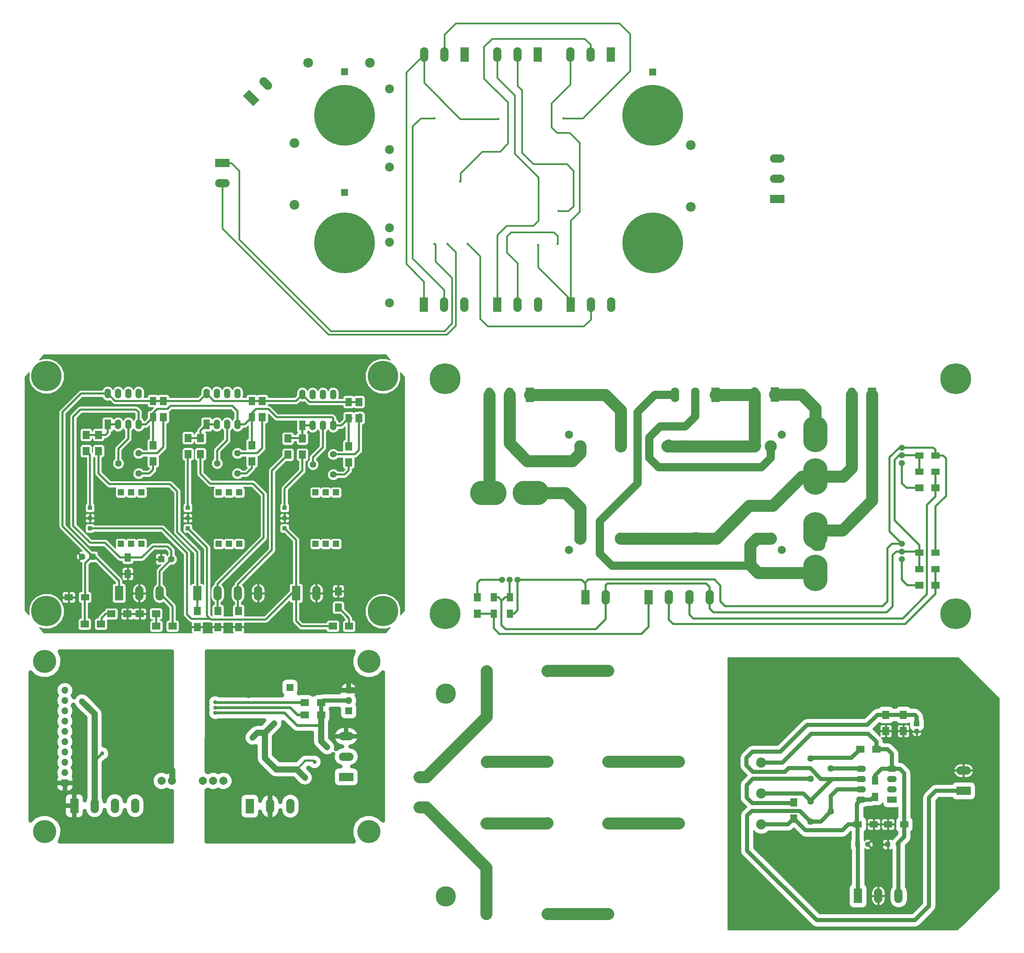
<source format=gbl>
G04 #@! TF.FileFunction,Copper,L2,Bot,Signal*
%FSLAX46Y46*%
G04 Gerber Fmt 4.6, Leading zero omitted, Abs format (unit mm)*
G04 Created by KiCad (PCBNEW 4.0.6) date 2017 August 14, Monday 14:56:33*
%MOMM*%
%LPD*%
G01*
G04 APERTURE LIST*
%ADD10C,0.100000*%
%ADD11R,2.100000X3.600000*%
%ADD12O,2.100000X3.600000*%
%ADD13R,1.600000X2.000000*%
%ADD14R,2.000000X1.600000*%
%ADD15R,1.600000X2.400000*%
%ADD16O,1.600000X2.400000*%
%ADD17R,1.700000X2.000000*%
%ADD18R,2.000000X1.700000*%
%ADD19R,1.600000X1.600000*%
%ADD20C,1.600000*%
%ADD21C,1.620000*%
%ADD22R,1.100000X1.100000*%
%ADD23R,1.500000X1.500000*%
%ADD24C,7.500000*%
%ADD25C,7.600000*%
%ADD26C,2.000000*%
%ADD27C,3.000000*%
%ADD28C,1.500000*%
%ADD29O,6.000000X9.000000*%
%ADD30O,9.000000X6.000000*%
%ADD31R,1.700000X1.700000*%
%ADD32O,1.700000X1.700000*%
%ADD33R,3.600000X2.100000*%
%ADD34O,3.600000X2.100000*%
%ADD35C,5.700000*%
%ADD36R,2.400000X1.600000*%
%ADD37O,2.400000X1.600000*%
%ADD38R,1.350000X1.350000*%
%ADD39O,1.350000X1.350000*%
%ADD40C,2.400000*%
%ADD41O,2.400000X2.400000*%
%ADD42C,2.500000*%
%ADD43R,1.300000X1.300000*%
%ADD44C,1.300000*%
%ADD45C,5.000000*%
%ADD46C,2.200000*%
%ADD47C,15.000000*%
%ADD48C,2.100000*%
%ADD49C,1.000000*%
%ADD50C,0.600000*%
%ADD51C,0.500000*%
%ADD52C,1.500000*%
%ADD53C,0.700000*%
%ADD54C,1.000000*%
%ADD55C,3.000000*%
%ADD56C,2.000000*%
%ADD57C,0.400000*%
%ADD58C,0.254000*%
G04 APERTURE END LIST*
D10*
D11*
X38354000Y-74168000D03*
D12*
X43354000Y-74168000D03*
X48354000Y-74168000D03*
D11*
X57658000Y-74168000D03*
D12*
X62658000Y-74168000D03*
X67658000Y-74168000D03*
X72658000Y-74168000D03*
D11*
X82042000Y-74168000D03*
D12*
X87042000Y-74168000D03*
D13*
X40487600Y-69386200D03*
X40487600Y-65386200D03*
D14*
X29940000Y-75184000D03*
X25940000Y-75184000D03*
D13*
X94996000Y-26956000D03*
X94996000Y-30956000D03*
X71120000Y-26702000D03*
X71120000Y-30702000D03*
X46736000Y-26702000D03*
X46736000Y-30702000D03*
D15*
X59944000Y-32512000D03*
D16*
X67564000Y-24892000D03*
X62484000Y-32512000D03*
X65024000Y-24892000D03*
X65024000Y-32512000D03*
X62484000Y-24892000D03*
X67564000Y-32512000D03*
X59944000Y-24892000D03*
D15*
X83566000Y-32766000D03*
D16*
X91186000Y-25146000D03*
X86106000Y-32766000D03*
X88646000Y-25146000D03*
X88646000Y-32766000D03*
X86106000Y-25146000D03*
X91186000Y-32766000D03*
X83566000Y-25146000D03*
D15*
X35560000Y-32512000D03*
D16*
X43180000Y-24892000D03*
X38100000Y-32512000D03*
X40640000Y-24892000D03*
X40640000Y-32512000D03*
X38100000Y-24892000D03*
X43180000Y-32512000D03*
X35560000Y-24892000D03*
D17*
X30226000Y-35084000D03*
X30226000Y-39084000D03*
X55372000Y-35846000D03*
X55372000Y-39846000D03*
X83566000Y-35973000D03*
X83566000Y-39973000D03*
X49276000Y-26702000D03*
X49276000Y-30702000D03*
X46736000Y-41624000D03*
X46736000Y-37624000D03*
X73660000Y-26702000D03*
X73660000Y-30702000D03*
X71120000Y-41624000D03*
X71120000Y-37624000D03*
X97536000Y-26956000D03*
X97536000Y-30956000D03*
X94996000Y-41878000D03*
X94996000Y-37878000D03*
X33274000Y-39084000D03*
X33274000Y-35084000D03*
X58420000Y-39846000D03*
X58420000Y-35846000D03*
X80010000Y-39973000D03*
X80010000Y-35973000D03*
X57658000Y-82518000D03*
X57658000Y-78518000D03*
X62738000Y-82518000D03*
X62738000Y-78518000D03*
X67818000Y-82518000D03*
X67818000Y-78518000D03*
D18*
X40430200Y-79273400D03*
X36430200Y-79273400D03*
D17*
X92456000Y-73692000D03*
X92456000Y-77692000D03*
D19*
X31750000Y-65151000D03*
D20*
X29250000Y-65151000D03*
D19*
X48768000Y-65786000D03*
D20*
X51268000Y-65786000D03*
D18*
X33877000Y-81788000D03*
X29877000Y-81788000D03*
X95091000Y-82296000D03*
X91091000Y-82296000D03*
D21*
X43180000Y-44624000D03*
X38180000Y-42124000D03*
X43180000Y-39624000D03*
X67564000Y-44624000D03*
X62564000Y-42124000D03*
X67564000Y-39624000D03*
X91186000Y-44878000D03*
X86186000Y-42378000D03*
X91186000Y-39878000D03*
D18*
X51530000Y-82296000D03*
X47530000Y-82296000D03*
X43466000Y-79248000D03*
X47466000Y-79248000D03*
D22*
X55308000Y-58166000D03*
X55308000Y-53086000D03*
X55308000Y-55626000D03*
D23*
X68008000Y-61976000D03*
X65468000Y-61976000D03*
X62928000Y-61976000D03*
X68008000Y-49276000D03*
X65468000Y-49276000D03*
X62928000Y-49276000D03*
D22*
X79184000Y-58166000D03*
X79184000Y-53086000D03*
X79184000Y-55626000D03*
D23*
X91884000Y-61976000D03*
X89344000Y-61976000D03*
X86804000Y-61976000D03*
X91884000Y-49276000D03*
X89344000Y-49276000D03*
X86804000Y-49276000D03*
D22*
X31178000Y-58166000D03*
X31178000Y-53086000D03*
X31178000Y-55626000D03*
D23*
X43878000Y-61976000D03*
X41338000Y-61976000D03*
X38798000Y-61976000D03*
X43878000Y-49276000D03*
X41338000Y-49276000D03*
X38798000Y-49276000D03*
D24*
X20440000Y-20594000D03*
X103440000Y-20594000D03*
X20440000Y-78594000D03*
X103440000Y-78594000D03*
D25*
X118781000Y-21196000D03*
X118781000Y-79196000D03*
X244781000Y-79196000D03*
D13*
X130781000Y-79196000D03*
X130781000Y-75196000D03*
X134781000Y-75196000D03*
X134781000Y-79196000D03*
D14*
X239781000Y-44196000D03*
X235781000Y-44196000D03*
X235781000Y-40196000D03*
X239781000Y-40196000D03*
X239781000Y-68196000D03*
X235781000Y-68196000D03*
X235781000Y-64196000D03*
X239781000Y-64196000D03*
D26*
X201891000Y-63526000D03*
X149391000Y-35026000D03*
X201891000Y-35026000D03*
D27*
X199141000Y-37901000D03*
X195141000Y-37901000D03*
X177641000Y-37901000D03*
X173641000Y-37901000D03*
X162141000Y-37901000D03*
X199141000Y-60651000D03*
X180641000Y-60651000D03*
X167641000Y-60651000D03*
X162141000Y-60651000D03*
X152141000Y-60651000D03*
X152141000Y-37901000D03*
D26*
X149391000Y-63526000D03*
D11*
X139700000Y-25196000D03*
D12*
X134700000Y-25196000D03*
X129700000Y-25196000D03*
D11*
X185547000Y-25196000D03*
D12*
X180547000Y-25196000D03*
X175547000Y-25196000D03*
D11*
X224155000Y-25196000D03*
D12*
X219155000Y-25196000D03*
D11*
X153416000Y-75196000D03*
D12*
X158416000Y-75196000D03*
D11*
X200152000Y-25146000D03*
D12*
X195152000Y-25146000D03*
D11*
X169037000Y-75196000D03*
D12*
X174037000Y-75196000D03*
X179037000Y-75196000D03*
X184037000Y-75196000D03*
D17*
X126781000Y-79196000D03*
X126781000Y-75196000D03*
D18*
X239781000Y-48196000D03*
X235781000Y-48196000D03*
X239781000Y-72196000D03*
X235781000Y-72196000D03*
D28*
X231521000Y-61971000D03*
X231521000Y-65791000D03*
D29*
X210121000Y-58631000D03*
X210121000Y-69131000D03*
D28*
X231521000Y-63881000D03*
X231521000Y-38222000D03*
X231521000Y-42042000D03*
D29*
X210121000Y-34882000D03*
X210121000Y-45382000D03*
D28*
X231521000Y-40132000D03*
X136657000Y-70866000D03*
X132837000Y-70866000D03*
D30*
X139997000Y-49466000D03*
X129497000Y-49466000D03*
D28*
X134747000Y-70866000D03*
D25*
X244781000Y-21196000D03*
D31*
X95000000Y-103200000D03*
D32*
X95000000Y-100660000D03*
X95000000Y-98120000D03*
D33*
X94400000Y-119500000D03*
D34*
X94400000Y-114500000D03*
X94400000Y-109500000D03*
D31*
X25000000Y-121000000D03*
D32*
X25000000Y-118460000D03*
X25000000Y-115920000D03*
X25000000Y-113380000D03*
X25000000Y-110840000D03*
X25000000Y-108300000D03*
X25000000Y-105760000D03*
X25000000Y-103220000D03*
X25000000Y-100680000D03*
X25000000Y-98140000D03*
D11*
X27315000Y-126605500D03*
D12*
X32315000Y-126605500D03*
X37315000Y-126605500D03*
X42315000Y-126605500D03*
D11*
X70622000Y-126732500D03*
D12*
X75622000Y-126732500D03*
X80622000Y-126732500D03*
D31*
X80500000Y-97400000D03*
D18*
X88200000Y-101200000D03*
X84200000Y-101200000D03*
X88200000Y-104200000D03*
X84200000Y-104200000D03*
D35*
X20000000Y-91000000D03*
X20000000Y-133000000D03*
X100000000Y-91000000D03*
X100000000Y-133000000D03*
D26*
X48880000Y-120500000D03*
X51420000Y-120500000D03*
X59040000Y-120500000D03*
X61580000Y-120500000D03*
X64120000Y-120500000D03*
D11*
X220676000Y-148831600D03*
D12*
X225676000Y-148831600D03*
X230676000Y-148831600D03*
D36*
X229058000Y-125108000D03*
D37*
X221438000Y-117488000D03*
X229058000Y-122568000D03*
X221438000Y-120028000D03*
X229058000Y-120028000D03*
X221438000Y-122568000D03*
X229058000Y-117488000D03*
X221438000Y-125108000D03*
D38*
X235154000Y-106312000D03*
D39*
X235154000Y-108312000D03*
D14*
X220581000Y-131204000D03*
X224581000Y-131204000D03*
X228074000Y-131204000D03*
X232074000Y-131204000D03*
D13*
X224867000Y-120402900D03*
X224867000Y-124402900D03*
D17*
X227534000Y-108185000D03*
X227534000Y-104185000D03*
X204801000Y-129775000D03*
X204801000Y-125775000D03*
D18*
X221216000Y-112662000D03*
X225216000Y-112662000D03*
D17*
X231852000Y-108185000D03*
X231852000Y-104185000D03*
D33*
X246685600Y-122923600D03*
D34*
X246685600Y-117923600D03*
D40*
X128982000Y-130950000D03*
D41*
X128982000Y-153350000D03*
D40*
X129000000Y-115786200D03*
D41*
X129000000Y-93386200D03*
D40*
X144000000Y-153302000D03*
D41*
X144000000Y-130902000D03*
D40*
X144000000Y-93358000D03*
D41*
X144000000Y-115758000D03*
D40*
X159000000Y-130950000D03*
D41*
X159000000Y-153350000D03*
D40*
X159000000Y-115710000D03*
D41*
X159000000Y-93310000D03*
D42*
X112472000Y-127020000D03*
X112472000Y-119520000D03*
D43*
X220549000Y-136157000D03*
D44*
X223049000Y-136157000D03*
D43*
X228042000Y-136157000D03*
D44*
X230542000Y-136157000D03*
D45*
X249000000Y-98000000D03*
X249000000Y-149000000D03*
X119000000Y-149000000D03*
X119000000Y-99000000D03*
D26*
X176480000Y-131204000D03*
X176480000Y-115964000D03*
D42*
X196800000Y-131204000D03*
X196800000Y-123584000D03*
X196800000Y-115964000D03*
D21*
X208966600Y-114951800D03*
X213966600Y-117451800D03*
X208966600Y-119951800D03*
X208966600Y-125518200D03*
X213966600Y-128018200D03*
X208966600Y-130518200D03*
D31*
X93956800Y54543200D03*
X93956800Y24698200D03*
X170029800Y54416200D03*
D46*
X105082000Y-2556000D03*
X105082000Y12444000D03*
X105082000Y15986000D03*
X105082000Y30986000D03*
X105082000Y35290000D03*
X105082000Y50290000D03*
D40*
X179377000Y36433000D03*
D41*
X179377000Y21193000D03*
D40*
X81587000Y21701000D03*
D41*
X81587000Y36941000D03*
D40*
X100256000Y56753000D03*
D41*
X85016000Y56753000D03*
D47*
X170000000Y12250000D03*
X170000000Y43750000D03*
X94000000Y43750000D03*
X94000000Y12250000D03*
D11*
X123624000Y58785000D03*
D12*
X118624000Y58785000D03*
X113624000Y58785000D03*
D11*
X113565600Y-2937000D03*
D12*
X118565600Y-2937000D03*
X123565600Y-2937000D03*
D11*
X141658000Y58785000D03*
D12*
X136658000Y58785000D03*
X131658000Y58785000D03*
D11*
X131701200Y-2937000D03*
D12*
X136701200Y-2937000D03*
X141701200Y-2937000D03*
D11*
X159692000Y58785000D03*
D12*
X154692000Y58785000D03*
X149692000Y58785000D03*
D11*
X149786000Y-2937000D03*
D12*
X154786000Y-2937000D03*
X159786000Y-2937000D03*
D33*
X200713000Y23098000D03*
D34*
X200713000Y28098000D03*
X200713000Y33098000D03*
D33*
X63807000Y31988000D03*
D34*
X63807000Y26988000D03*
D10*
G36*
X71500130Y46101746D02*
X68954546Y48647330D01*
X70439470Y50132254D01*
X72985054Y47586670D01*
X71500130Y46101746D01*
X71500130Y46101746D01*
G37*
D48*
X73975004Y52182864D02*
X75035664Y51122204D01*
D49*
X49400000Y-112300000D03*
X49400000Y-115800000D03*
X48800000Y-126300000D03*
X48800000Y-128700000D03*
X46300000Y-94300000D03*
X42300000Y-108600000D03*
X42400000Y-97300000D03*
X62100000Y-101100000D03*
X29220000Y-100888000D03*
X34173000Y-113715000D03*
X89700000Y-112200000D03*
X62100000Y-103700000D03*
X71300000Y-109800000D03*
X86600000Y-115800000D03*
X76654500Y-106285500D03*
X84211000Y-119684000D03*
X68600000Y-93800000D03*
X95000000Y-94800000D03*
X98900000Y-98100000D03*
X70300000Y-95300000D03*
X71900000Y-93700000D03*
X76500000Y-122800000D03*
X74700000Y-122800000D03*
X70300000Y-99300000D03*
X92100000Y-123200000D03*
X62900000Y-133000000D03*
X63000000Y-115100000D03*
X68700000Y-105700000D03*
X82915600Y-110387600D03*
X61668500Y-116763000D03*
X62100000Y-102400000D03*
D50*
X148008000Y43011600D03*
X131904400Y42859200D03*
X116207200Y43062400D03*
X146788800Y20151600D03*
X141800000Y28480000D03*
X146600000Y12080000D03*
X122550000Y27480000D03*
X141759600Y11820400D03*
X124380000Y12080000D03*
X116200000Y12080000D03*
X119380000Y12080000D03*
D51*
X29877000Y-81788000D02*
X29877000Y-75247000D01*
X29877000Y-75247000D02*
X29940000Y-75184000D01*
X38354000Y-74168000D02*
X38354000Y-71120000D01*
X38354000Y-71120000D02*
X32004000Y-64770000D01*
X30004000Y-75184000D02*
X30004000Y-66770000D01*
X30004000Y-66770000D02*
X32004000Y-64770000D01*
X28956000Y-24892000D02*
X35560000Y-24892000D01*
X24384000Y-29464000D02*
X28956000Y-24892000D01*
X24384000Y-57658000D02*
X24384000Y-29464000D01*
X32004000Y-65278000D02*
X24384000Y-57658000D01*
X94996000Y-26956000D02*
X97536000Y-26956000D01*
X71120000Y-26702000D02*
X73660000Y-26702000D01*
X73660000Y-26702000D02*
X82010000Y-26702000D01*
X82010000Y-26702000D02*
X83566000Y-25146000D01*
X50038000Y-26702000D02*
X58134000Y-26702000D01*
X58134000Y-26702000D02*
X59944000Y-24892000D01*
X46736000Y-26702000D02*
X37370000Y-26702000D01*
X37370000Y-26702000D02*
X35560000Y-24892000D01*
X50038000Y-26702000D02*
X46736000Y-26702000D01*
X71120000Y-26702000D02*
X61754000Y-26702000D01*
X61754000Y-26702000D02*
X59944000Y-24892000D01*
X94996000Y-26956000D02*
X85376000Y-26956000D01*
X85376000Y-26956000D02*
X83566000Y-25146000D01*
X132715000Y-76073000D02*
X132715000Y-75946000D01*
X131965000Y-75196000D02*
X130781000Y-75196000D01*
X132715000Y-75946000D02*
X131965000Y-75196000D01*
X158416000Y-75196000D02*
X158416000Y-80598000D01*
X132715000Y-76073000D02*
X133592000Y-75196000D01*
X132715000Y-82042000D02*
X132715000Y-76073000D01*
X133731000Y-83058000D02*
X132715000Y-82042000D01*
X155956000Y-83058000D02*
X133731000Y-83058000D01*
X158416000Y-80598000D02*
X155956000Y-83058000D01*
X133592000Y-75196000D02*
X134781000Y-75196000D01*
X134747000Y-70866000D02*
X134747000Y-75162000D01*
X134747000Y-75162000D02*
X134781000Y-75196000D01*
X158416000Y-75196000D02*
X158416000Y-72216000D01*
X184037000Y-72594500D02*
X184037000Y-75196000D01*
X183197500Y-71755000D02*
X184037000Y-72594500D01*
X158877000Y-71755000D02*
X183197500Y-71755000D01*
X158416000Y-72216000D02*
X158877000Y-71755000D01*
X184037000Y-75196000D02*
X184037000Y-77928500D01*
X230124000Y-63881000D02*
X231521000Y-63881000D01*
X229235000Y-64770000D02*
X230124000Y-63881000D01*
X229235000Y-77470000D02*
X229235000Y-64770000D01*
X227774500Y-78930500D02*
X229235000Y-77470000D01*
X185039000Y-78930500D02*
X227774500Y-78930500D01*
X184037000Y-77928500D02*
X185039000Y-78930500D01*
X235781000Y-68196000D02*
X235781000Y-64196000D01*
X231521000Y-40132000D02*
X230822500Y-40132000D01*
X230822500Y-40132000D02*
X229679500Y-41275000D01*
X235781000Y-62299000D02*
X235781000Y-64196000D01*
X229679500Y-56197500D02*
X235781000Y-62299000D01*
X229679500Y-41275000D02*
X229679500Y-56197500D01*
X235781000Y-44196000D02*
X235781000Y-40196000D01*
X236379000Y-64008000D02*
X236379000Y-63786000D01*
X231521000Y-63881000D02*
X236252000Y-63881000D01*
X236252000Y-63881000D02*
X236379000Y-64008000D01*
X231521000Y-40132000D02*
X236379000Y-40132000D01*
D52*
X51445000Y-120446000D02*
X51445000Y-117845000D01*
X51445000Y-117845000D02*
X49400000Y-115800000D01*
X48800000Y-126300000D02*
X48800000Y-126200000D01*
X48800000Y-126200000D02*
X48800000Y-128700000D01*
X45200000Y-122600000D02*
X48800000Y-126200000D01*
X45200000Y-95400000D02*
X45200000Y-122600000D01*
X46300000Y-94300000D02*
X45200000Y-95400000D01*
D53*
X42300000Y-97400000D02*
X42300000Y-108600000D01*
X42400000Y-97300000D02*
X42300000Y-97400000D01*
D54*
X228042000Y-131236000D02*
X228074000Y-131204000D01*
D51*
X51530000Y-82296000D02*
X51530000Y-77438000D01*
X51054000Y-76962000D02*
X51054000Y-76868000D01*
X51530000Y-77438000D02*
X51054000Y-76962000D01*
X40487600Y-65386200D02*
X43960800Y-65386200D01*
X51268000Y-63587000D02*
X51268000Y-65786000D01*
X50292000Y-62611000D02*
X51268000Y-63587000D01*
X46736000Y-62611000D02*
X50292000Y-62611000D01*
X43960800Y-65386200D02*
X46736000Y-62611000D01*
X48354000Y-74168000D02*
X48354000Y-68700000D01*
X48354000Y-68700000D02*
X51268000Y-65786000D01*
X40487600Y-65386200D02*
X38589200Y-65386200D01*
X43180000Y-29464000D02*
X43180000Y-32512000D01*
X42545000Y-28829000D02*
X43180000Y-29464000D01*
X28829000Y-28829000D02*
X42545000Y-28829000D01*
X27051000Y-30607000D02*
X28829000Y-28829000D01*
X27051000Y-57531000D02*
X27051000Y-30607000D01*
X31242000Y-61722000D02*
X27051000Y-57531000D01*
X34925000Y-61722000D02*
X31242000Y-61722000D01*
X38589200Y-65386200D02*
X34925000Y-61722000D01*
X51276000Y-77090000D02*
X51054000Y-76868000D01*
X51054000Y-76868000D02*
X48354000Y-74168000D01*
X67564000Y-32512000D02*
X67564000Y-29210000D01*
X47752000Y-28702000D02*
X46736000Y-29718000D01*
X50292000Y-28702000D02*
X47752000Y-28702000D01*
X51054000Y-27940000D02*
X50292000Y-28702000D01*
X66294000Y-27940000D02*
X51054000Y-27940000D01*
X67564000Y-29210000D02*
X66294000Y-27940000D01*
X46736000Y-29718000D02*
X46736000Y-30702000D01*
X46736000Y-30702000D02*
X46736000Y-29718000D01*
X71120000Y-30702000D02*
X71120000Y-29718000D01*
X71120000Y-29718000D02*
X72136000Y-28702000D01*
X91186000Y-30988000D02*
X91186000Y-32766000D01*
X90932000Y-30734000D02*
X91186000Y-30988000D01*
X77216000Y-30734000D02*
X90932000Y-30734000D01*
X75184000Y-28702000D02*
X77216000Y-30734000D01*
X72136000Y-28702000D02*
X75184000Y-28702000D01*
X46736000Y-30702000D02*
X46736000Y-30226000D01*
X46736000Y-30702000D02*
X46736000Y-37370000D01*
X91186000Y-32766000D02*
X93186000Y-32766000D01*
X93186000Y-32766000D02*
X94996000Y-30956000D01*
X94996000Y-37878000D02*
X94996000Y-30956000D01*
X71120000Y-37370000D02*
X71120000Y-30702000D01*
X43180000Y-32512000D02*
X44926000Y-32512000D01*
X44926000Y-32512000D02*
X46736000Y-30702000D01*
X67564000Y-32512000D02*
X69310000Y-32512000D01*
X69310000Y-32512000D02*
X71120000Y-30702000D01*
X94996000Y-30956000D02*
X95790000Y-30956000D01*
X227965000Y-63055500D02*
X227965000Y-76200000D01*
X227965000Y-76200000D02*
X226758500Y-77406500D01*
X226758500Y-77406500D02*
X187896500Y-77406500D01*
X187896500Y-77406500D02*
X186690000Y-76200000D01*
X186690000Y-76200000D02*
X186690000Y-72263000D01*
X186690000Y-72263000D02*
X185229500Y-70802500D01*
X185229500Y-70802500D02*
X154114500Y-70802500D01*
X154114500Y-70802500D02*
X153416000Y-71501000D01*
X31178000Y-58166000D02*
X49022000Y-58166000D01*
X56261000Y-80518000D02*
X60833000Y-80518000D01*
X55118000Y-79375000D02*
X56261000Y-80518000D01*
X55118000Y-64262000D02*
X55118000Y-79375000D01*
X49022000Y-58166000D02*
X55118000Y-64262000D01*
X82042000Y-74168000D02*
X81026000Y-74168000D01*
X81026000Y-74168000D02*
X74549000Y-80645000D01*
X60071000Y-62929000D02*
X55308000Y-58166000D01*
X60071000Y-79756000D02*
X60071000Y-62929000D01*
X60960000Y-80645000D02*
X60833000Y-80518000D01*
X60833000Y-80518000D02*
X60071000Y-79756000D01*
X74549000Y-80645000D02*
X60960000Y-80645000D01*
X82042000Y-74168000D02*
X82042000Y-61024000D01*
X82042000Y-61024000D02*
X79184000Y-58166000D01*
X91163140Y-82296000D02*
X83312000Y-82296000D01*
X83312000Y-82296000D02*
X82042000Y-81026000D01*
X82042000Y-81026000D02*
X82042000Y-74168000D01*
X136657000Y-70866000D02*
X152527000Y-70866000D01*
X152527000Y-70866000D02*
X153416000Y-71755000D01*
X134781000Y-79196000D02*
X135815000Y-79196000D01*
X136657000Y-78354000D02*
X136657000Y-70866000D01*
X135815000Y-79196000D02*
X136657000Y-78354000D01*
X231521000Y-61971000D02*
X229049500Y-61971000D01*
X229049500Y-61971000D02*
X227965000Y-63055500D01*
X153416000Y-71501000D02*
X153416000Y-71755000D01*
X153416000Y-71755000D02*
X153416000Y-75196000D01*
X239781000Y-64196000D02*
X239781000Y-52763500D01*
X241681500Y-40196000D02*
X239781000Y-40196000D01*
X242379500Y-40894000D02*
X241681500Y-40196000D01*
X242379500Y-50165000D02*
X242379500Y-40894000D01*
X239781000Y-52763500D02*
X242379500Y-50165000D01*
X231521000Y-38222000D02*
X239199500Y-38222000D01*
X239781000Y-38803500D02*
X239781000Y-40196000D01*
X239199500Y-38222000D02*
X239781000Y-38803500D01*
X231521000Y-38222000D02*
X230891000Y-38222000D01*
X230891000Y-38222000D02*
X228473000Y-40640000D01*
X228473000Y-58923000D02*
X231521000Y-61971000D01*
X228473000Y-40640000D02*
X228473000Y-58923000D01*
X35560000Y-32512000D02*
X35560000Y-34544000D01*
X35020000Y-35084000D02*
X33274000Y-35084000D01*
X35560000Y-34544000D02*
X35020000Y-35084000D01*
X30226000Y-35084000D02*
X33274000Y-35084000D01*
X38100000Y-32512000D02*
X35560000Y-32512000D01*
D55*
X128982000Y-130950000D02*
X143952000Y-130950000D01*
X143952000Y-130950000D02*
X144000000Y-130902000D01*
D51*
X31178000Y-53086000D02*
X31178000Y-40036000D01*
X31178000Y-40036000D02*
X30226000Y-39084000D01*
X126781000Y-75196000D02*
X126781000Y-71593000D01*
X127508000Y-70866000D02*
X132837000Y-70866000D01*
X126781000Y-71593000D02*
X127508000Y-70866000D01*
X55308000Y-53086000D02*
X55308000Y-39910000D01*
X55308000Y-39910000D02*
X55372000Y-39846000D01*
X235781000Y-48196000D02*
X232663500Y-48196000D01*
X231521000Y-47053500D02*
X231521000Y-42042000D01*
X232663500Y-48196000D02*
X231521000Y-47053500D01*
X231553000Y-42074000D02*
X231521000Y-42042000D01*
X83566000Y-35846000D02*
X80518000Y-35846000D01*
X83566000Y-32766000D02*
X83566000Y-35846000D01*
X86106000Y-32766000D02*
X83566000Y-32766000D01*
X73660000Y-30702000D02*
X73660000Y-38354000D01*
X72390000Y-39624000D02*
X67564000Y-39624000D01*
X73660000Y-38354000D02*
X72390000Y-39624000D01*
X97536000Y-30956000D02*
X97536000Y-38862000D01*
X96520000Y-39878000D02*
X91186000Y-39878000D01*
X97536000Y-38862000D02*
X96520000Y-39878000D01*
X97790000Y-30956000D02*
X97790000Y-29972000D01*
D54*
X208966600Y-119951800D02*
X194768000Y-119951800D01*
X194564800Y-125946200D02*
X204401200Y-125946200D01*
X193193200Y-124574600D02*
X194564800Y-125946200D01*
X193193200Y-121526600D02*
X193193200Y-124574600D01*
X194768000Y-119951800D02*
X193193200Y-121526600D01*
X204477400Y-126098600D02*
X204801000Y-125775000D01*
D51*
X91186000Y-44878000D02*
X93983800Y-44878000D01*
X94996000Y-43865800D02*
X94996000Y-41878000D01*
X93983800Y-44878000D02*
X94996000Y-43865800D01*
D54*
X208865000Y-114821000D02*
X219057000Y-114821000D01*
X219057000Y-114821000D02*
X221216000Y-112662000D01*
D51*
X38180000Y-42124000D02*
X38180000Y-38502600D01*
X40640000Y-36042600D02*
X40640000Y-32512000D01*
X38180000Y-38502600D02*
X40640000Y-36042600D01*
D54*
X213966600Y-117451800D02*
X221401800Y-117451800D01*
X221401800Y-117451800D02*
X221438000Y-117488000D01*
D51*
X86186000Y-42378000D02*
X86186000Y-40661600D01*
X88646000Y-38201600D02*
X88646000Y-32766000D01*
X86186000Y-40661600D02*
X88646000Y-38201600D01*
X62564000Y-42124000D02*
X62564000Y-38909000D01*
X65024000Y-36449000D02*
X65024000Y-32512000D01*
X62564000Y-38909000D02*
X65024000Y-36449000D01*
X33274000Y-39084000D02*
X33274000Y-44577000D01*
X57658000Y-64008000D02*
X57658000Y-74168000D01*
X52705000Y-59055000D02*
X57658000Y-64008000D01*
X52705000Y-49022000D02*
X52705000Y-59055000D01*
X50927000Y-47244000D02*
X52705000Y-49022000D01*
X35941000Y-47244000D02*
X50927000Y-47244000D01*
X33274000Y-44577000D02*
X35941000Y-47244000D01*
X57658000Y-74168000D02*
X57658000Y-78518000D01*
X58420000Y-39846000D02*
X58420000Y-44704000D01*
X62658000Y-71835000D02*
X62658000Y-74168000D01*
X74041000Y-60452000D02*
X62658000Y-71835000D01*
X74041000Y-49784000D02*
X74041000Y-60452000D01*
X71374000Y-47117000D02*
X74041000Y-49784000D01*
X60833000Y-47117000D02*
X71374000Y-47117000D01*
X58420000Y-44704000D02*
X60833000Y-47117000D01*
X62658000Y-74168000D02*
X62658000Y-74088000D01*
X62658000Y-74168000D02*
X62658000Y-78438000D01*
X62658000Y-78438000D02*
X62738000Y-78518000D01*
X62738000Y-74088000D02*
X62658000Y-74168000D01*
X62484000Y-73994000D02*
X62658000Y-74168000D01*
X67658000Y-74168000D02*
X67658000Y-71915000D01*
X76073000Y-43910000D02*
X80010000Y-39973000D01*
X76073000Y-63500000D02*
X76073000Y-43910000D01*
X67658000Y-71915000D02*
X76073000Y-63500000D01*
X80010000Y-39973000D02*
X80010000Y-40386000D01*
X67658000Y-74168000D02*
X67658000Y-78358000D01*
X67658000Y-78358000D02*
X67818000Y-78518000D01*
X67564000Y-74074000D02*
X67658000Y-74168000D01*
X55372000Y-35846000D02*
X58420000Y-35846000D01*
X58420000Y-35846000D02*
X58420000Y-34036000D01*
X58420000Y-34036000D02*
X59944000Y-32512000D01*
X62484000Y-32512000D02*
X59944000Y-32512000D01*
X79184000Y-53086000D02*
X79184000Y-48324000D01*
X83566000Y-43942000D02*
X83566000Y-39973000D01*
X79184000Y-48324000D02*
X83566000Y-43942000D01*
X231521000Y-65791000D02*
X231521000Y-70866000D01*
X232851000Y-72196000D02*
X235781000Y-72196000D01*
X231521000Y-70866000D02*
X232851000Y-72196000D01*
X231457500Y-65854500D02*
X231521000Y-65791000D01*
X49276000Y-30702000D02*
X49276000Y-38100000D01*
X47752000Y-39624000D02*
X43180000Y-39624000D01*
X49276000Y-38100000D02*
X47752000Y-39624000D01*
D53*
X62200000Y-101200000D02*
X84200000Y-101200000D01*
X62100000Y-101100000D02*
X62200000Y-101200000D01*
D51*
X43180000Y-44624000D02*
X45800000Y-44624000D01*
X46736000Y-43688000D02*
X46736000Y-41624000D01*
X45800000Y-44624000D02*
X46736000Y-43688000D01*
D55*
X176480000Y-130950000D02*
X159000000Y-130950000D01*
D51*
X67564000Y-44624000D02*
X69752200Y-44624000D01*
X71120000Y-43256200D02*
X71120000Y-41624000D01*
X69752200Y-44624000D02*
X71120000Y-43256200D01*
X34004000Y-81661000D02*
X34004000Y-80296000D01*
X34004000Y-80296000D02*
X35026600Y-79273400D01*
X35026600Y-79273400D02*
X36430200Y-79273400D01*
X34004000Y-81661000D02*
X33877000Y-81788000D01*
D55*
X140251000Y-49466000D02*
X148526000Y-49466000D01*
X152141000Y-53081000D02*
X152141000Y-60651000D01*
X148526000Y-49466000D02*
X152141000Y-53081000D01*
D51*
X95091000Y-82296000D02*
X95091000Y-80486000D01*
X94615000Y-80010000D02*
X94615000Y-79851000D01*
X95091000Y-80486000D02*
X94615000Y-80010000D01*
X94891860Y-80127860D02*
X94615000Y-79851000D01*
X94615000Y-79851000D02*
X92456000Y-77692000D01*
X47530000Y-82296000D02*
X47530000Y-79312000D01*
X47530000Y-79312000D02*
X47466000Y-79248000D01*
X130781000Y-79196000D02*
X130781000Y-82775000D01*
X169037000Y-82423000D02*
X169037000Y-75196000D01*
X167259000Y-84201000D02*
X169037000Y-82423000D01*
X132207000Y-84201000D02*
X167259000Y-84201000D01*
X130781000Y-82775000D02*
X132207000Y-84201000D01*
X130781000Y-79196000D02*
X126781000Y-79196000D01*
X179037000Y-75196000D02*
X179037000Y-79405500D01*
X239781000Y-50287000D02*
X239781000Y-48196000D01*
X237680500Y-52387500D02*
X239781000Y-50287000D01*
X237680500Y-74422000D02*
X237680500Y-52387500D01*
X231711500Y-80391000D02*
X237680500Y-74422000D01*
X180022500Y-80391000D02*
X231711500Y-80391000D01*
X179037000Y-79405500D02*
X180022500Y-80391000D01*
X239781000Y-44196000D02*
X239781000Y-48196000D01*
X239781000Y-72196000D02*
X239781000Y-74353500D01*
X174037000Y-80755500D02*
X174037000Y-75196000D01*
X175069500Y-81788000D02*
X174037000Y-80755500D01*
X232346500Y-81788000D02*
X175069500Y-81788000D01*
X239781000Y-74353500D02*
X232346500Y-81788000D01*
X239781000Y-68196000D02*
X239781000Y-72196000D01*
D56*
X199141000Y-37901000D02*
X199141000Y-40762000D01*
X180547000Y-30577800D02*
X180547000Y-25196000D01*
X178079400Y-33045400D02*
X180547000Y-30577800D01*
X171856400Y-33045400D02*
X178079400Y-33045400D01*
X169164000Y-35737800D02*
X171856400Y-33045400D01*
X169164000Y-40767000D02*
X169164000Y-35737800D01*
X171475400Y-43078400D02*
X169164000Y-40767000D01*
X196824600Y-43078400D02*
X171475400Y-43078400D01*
X199141000Y-40762000D02*
X196824600Y-43078400D01*
D55*
X195152000Y-25146000D02*
X195152000Y-37890000D01*
X195152000Y-37890000D02*
X195141000Y-37901000D01*
X185547000Y-25196000D02*
X195102000Y-25196000D01*
X195102000Y-25196000D02*
X195152000Y-25146000D01*
X173896000Y-37646000D02*
X173641000Y-37901000D01*
X173641000Y-37901000D02*
X177641000Y-37901000D01*
X195279000Y-37763000D02*
X195141000Y-37901000D01*
X177641000Y-37901000D02*
X195141000Y-37901000D01*
X139700000Y-25196000D02*
X158292000Y-25196000D01*
X162141000Y-29045000D02*
X162141000Y-37901000D01*
X158292000Y-25196000D02*
X162141000Y-29045000D01*
D56*
X175547000Y-25196000D02*
X170536400Y-25196000D01*
X159943800Y-67360800D02*
X194259200Y-67360800D01*
X156997400Y-64414400D02*
X159943800Y-67360800D01*
X156997400Y-56337200D02*
X156997400Y-64414400D01*
X166268400Y-47066200D02*
X156997400Y-56337200D01*
X166268400Y-29464000D02*
X166268400Y-47066200D01*
X170536400Y-25196000D02*
X166268400Y-29464000D01*
D55*
X199141000Y-60651000D02*
X195685800Y-60651000D01*
X196029400Y-69131000D02*
X210121000Y-69131000D01*
X194056000Y-67157600D02*
X194259200Y-67360800D01*
X194259200Y-67360800D02*
X196029400Y-69131000D01*
X194056000Y-62280800D02*
X194056000Y-67157600D01*
X195685800Y-60651000D02*
X194056000Y-62280800D01*
X180641000Y-60651000D02*
X185729000Y-60651000D01*
X206840000Y-45382000D02*
X210121000Y-45382000D01*
X199644000Y-52578000D02*
X206840000Y-45382000D01*
X193802000Y-52578000D02*
X199644000Y-52578000D01*
X185729000Y-60651000D02*
X193802000Y-52578000D01*
X219155000Y-25196000D02*
X219155000Y-43227000D01*
X219155000Y-43227000D02*
X217000000Y-45382000D01*
X217000000Y-45382000D02*
X210121000Y-45382000D01*
X180641000Y-60651000D02*
X180641000Y-60532000D01*
X180641000Y-60651000D02*
X180649000Y-60651000D01*
X167641000Y-60651000D02*
X180641000Y-60651000D01*
X167641000Y-60651000D02*
X169092000Y-60651000D01*
X162141000Y-60651000D02*
X167641000Y-60651000D01*
X152141000Y-37901000D02*
X152141000Y-39629000D01*
X134700000Y-37164000D02*
X134700000Y-25196000D01*
X139065000Y-41529000D02*
X134700000Y-37164000D01*
X150241000Y-41529000D02*
X139065000Y-41529000D01*
X152141000Y-39629000D02*
X150241000Y-41529000D01*
X200152000Y-25146000D02*
X206756000Y-25146000D01*
X210121000Y-28511000D02*
X210121000Y-34882000D01*
X206756000Y-25146000D02*
X210121000Y-28511000D01*
X210121000Y-58631000D02*
X216832000Y-58631000D01*
X224155000Y-51308000D02*
X224155000Y-25196000D01*
X216832000Y-58631000D02*
X224155000Y-51308000D01*
X210375000Y-62187000D02*
X211117000Y-62187000D01*
X129700000Y-25196000D02*
X129700000Y-49415000D01*
X129700000Y-49415000D02*
X129751000Y-49466000D01*
D52*
X29220000Y-100888000D02*
X32315000Y-103983000D01*
D53*
X32331500Y-115556500D02*
X32315000Y-115556500D01*
X34173000Y-113715000D02*
X32331500Y-115556500D01*
D52*
X32315000Y-103983000D02*
X32315000Y-115556500D01*
X32315000Y-115556500D02*
X32315000Y-126605500D01*
D54*
X220581000Y-131204000D02*
X218313800Y-131204000D01*
X207715900Y-132689900D02*
X204801000Y-129775000D01*
X216827900Y-132689900D02*
X207715900Y-132689900D01*
X218313800Y-131204000D02*
X216827900Y-132689900D01*
X196800000Y-131204000D02*
X203372000Y-131204000D01*
X203372000Y-131204000D02*
X204801000Y-129775000D01*
X224543400Y-124402900D02*
X223838300Y-125108000D01*
X223838300Y-125108000D02*
X221438000Y-125108000D01*
X220676000Y-148831600D02*
X220676000Y-136284000D01*
X220676000Y-136284000D02*
X220549000Y-136157000D01*
X220549000Y-136157000D02*
X220549000Y-131236000D01*
X220549000Y-131236000D02*
X220581000Y-131204000D01*
X220549000Y-131236000D02*
X220581000Y-131204000D01*
X220422000Y-131363000D02*
X220422000Y-126124000D01*
X220422000Y-126124000D02*
X221438000Y-125108000D01*
D52*
X88200000Y-110700000D02*
X88200000Y-104200000D01*
X89700000Y-112200000D02*
X88200000Y-110700000D01*
D54*
X88200000Y-101200000D02*
X88200000Y-104200000D01*
X95000000Y-100660000D02*
X88740000Y-100660000D01*
X88740000Y-100660000D02*
X88200000Y-101200000D01*
D53*
X62100000Y-103700000D02*
X79200000Y-103700000D01*
X79200000Y-103700000D02*
X82300000Y-106800000D01*
X82300000Y-106800000D02*
X87700000Y-106800000D01*
X87700000Y-106800000D02*
X88200000Y-106300000D01*
X88200000Y-106300000D02*
X88200000Y-104200000D01*
D52*
X72465000Y-108635000D02*
X74305000Y-108635000D01*
X71300000Y-109800000D02*
X72465000Y-108635000D01*
D51*
X84331000Y-115500000D02*
X82179000Y-117652000D01*
X86300000Y-115500000D02*
X84331000Y-115500000D01*
X86600000Y-115800000D02*
X86300000Y-115500000D01*
D52*
X76654500Y-106285500D02*
X74305000Y-108635000D01*
X74305000Y-108635000D02*
X74305000Y-112191000D01*
X82179000Y-117652000D02*
X77099000Y-117652000D01*
X77099000Y-117652000D02*
X74305000Y-114858000D01*
X74305000Y-114858000D02*
X74305000Y-112191000D01*
X84211000Y-119684000D02*
X82179000Y-117652000D01*
X70300000Y-95300000D02*
X70100000Y-95300000D01*
X70100000Y-95300000D02*
X68600000Y-93800000D01*
X95000000Y-94800000D02*
X95000000Y-95400000D01*
X95000000Y-98120000D02*
X98880000Y-98120000D01*
X98880000Y-98120000D02*
X98900000Y-98100000D01*
X71800000Y-93700000D02*
X71900000Y-93700000D01*
X70300000Y-99300000D02*
X70300000Y-95300000D01*
X93300000Y-93700000D02*
X95000000Y-95400000D01*
X71800000Y-93700000D02*
X93300000Y-93700000D01*
X92100000Y-123200000D02*
X89600000Y-123200000D01*
X89600000Y-123200000D02*
X89200000Y-122800000D01*
X67150000Y-119250000D02*
X67150000Y-128750000D01*
X67150000Y-128750000D02*
X62900000Y-133000000D01*
X89200000Y-122800000D02*
X89200000Y-122800000D01*
X89200000Y-122800000D02*
X76500000Y-122800000D01*
X76500000Y-122800000D02*
X74700000Y-122800000D01*
X74700000Y-122800000D02*
X70700000Y-122800000D01*
X70700000Y-122800000D02*
X67150000Y-119250000D01*
X67150000Y-119250000D02*
X63000000Y-115100000D01*
X82915600Y-110387600D02*
X82966400Y-110387600D01*
D53*
X82400000Y-104200000D02*
X84200000Y-104200000D01*
X80600000Y-102400000D02*
X82400000Y-104200000D01*
X62100000Y-102400000D02*
X80600000Y-102400000D01*
D57*
X118624000Y58785000D02*
X118624000Y63665600D01*
X152732400Y43011600D02*
X148008000Y43011600D01*
X164467200Y54746400D02*
X152732400Y43011600D01*
X164467200Y63839600D02*
X164467200Y54746400D01*
X161825600Y66481200D02*
X164467200Y63839600D01*
X121439600Y66481200D02*
X161825600Y66481200D01*
X118624000Y63665600D02*
X121439600Y66481200D01*
X113624000Y58785000D02*
X113624000Y51792400D01*
X122557200Y42859200D02*
X131904400Y42859200D01*
X113624000Y51792400D02*
X122557200Y42859200D01*
X113565600Y-2937000D02*
X113565600Y2727200D01*
X109196800Y54357800D02*
X113624000Y58785000D01*
X109196800Y7096000D02*
X109196800Y54357800D01*
X113565600Y2727200D02*
X109196800Y7096000D01*
X118565600Y-2937000D02*
X118565600Y724400D01*
X112752800Y43062400D02*
X116207200Y43062400D01*
X110771600Y41081200D02*
X112752800Y43062400D01*
X110771600Y8518400D02*
X110771600Y41081200D01*
X118565600Y724400D02*
X110771600Y8518400D01*
X136658000Y58785000D02*
X136658000Y51059600D01*
X149227200Y20151600D02*
X146788800Y20151600D01*
X150446400Y21370800D02*
X149227200Y20151600D01*
X150446400Y30108400D02*
X150446400Y21370800D01*
X148820800Y31734000D02*
X150446400Y30108400D01*
X140540400Y31734000D02*
X148820800Y31734000D01*
X137746400Y34528000D02*
X140540400Y31734000D01*
X137746400Y49971200D02*
X137746400Y34528000D01*
X136658000Y51059600D02*
X137746400Y49971200D01*
X131658000Y58785000D02*
X131658000Y53011600D01*
X135968400Y34311600D02*
X141800000Y28480000D01*
X135968400Y48701200D02*
X135968400Y34311600D01*
X131658000Y53011600D02*
X135968400Y48701200D01*
X131701200Y-2937000D02*
X131701200Y9178800D01*
X131701200Y9178800D02*
X131701200Y9178800D01*
X131701200Y14208000D02*
X131701200Y9178800D01*
X133987200Y16494000D02*
X131701200Y14208000D01*
X140540400Y16494000D02*
X133987200Y16494000D01*
X141810400Y17764000D02*
X140540400Y16494000D01*
X141810400Y28469600D02*
X141810400Y17764000D01*
X141810400Y28469600D02*
X141800000Y28480000D01*
X136701200Y-2937000D02*
X136701200Y7277600D01*
X134038000Y9940800D02*
X136701200Y7277600D01*
X134038000Y13903200D02*
X134038000Y9940800D01*
X135054000Y14919200D02*
X134038000Y13903200D01*
X145620400Y14919200D02*
X135054000Y14919200D01*
X146585600Y13954000D02*
X145620400Y14919200D01*
X146585600Y12094400D02*
X146585600Y13954000D01*
X146585600Y12094400D02*
X146600000Y12080000D01*
X154692000Y58785000D02*
X154692000Y61270400D01*
X153291200Y62671200D02*
X154692000Y61270400D01*
X130380400Y62671200D02*
X153291200Y62671200D01*
X128399200Y60690000D02*
X130380400Y62671200D01*
X128399200Y52866800D02*
X128399200Y60690000D01*
X134292000Y46974000D02*
X128399200Y52866800D01*
X134292000Y36814000D02*
X134292000Y46974000D01*
X132310800Y34832800D02*
X134292000Y36814000D01*
X127942000Y34832800D02*
X132310800Y34832800D01*
X122608000Y29498800D02*
X127942000Y34832800D01*
X122608000Y27538000D02*
X122608000Y29498800D01*
X122608000Y27538000D02*
X122550000Y27480000D01*
X149786000Y-2937000D02*
X149786000Y17814800D01*
X149692000Y51401200D02*
X149692000Y58785000D01*
X145010800Y46720000D02*
X149692000Y51401200D01*
X145010800Y40827200D02*
X145010800Y46720000D01*
X146382400Y39455600D02*
X145010800Y40827200D01*
X149532000Y39455600D02*
X146382400Y39455600D01*
X151970400Y37017200D02*
X149532000Y39455600D01*
X151970400Y19999200D02*
X151970400Y37017200D01*
X149786000Y17814800D02*
X151970400Y19999200D01*
X149786000Y-2937000D02*
X149786000Y-1743200D01*
X149786000Y-1743200D02*
X141759600Y6283200D01*
X141759600Y6283200D02*
X141759600Y11820400D01*
X154786000Y-6547600D02*
X154786000Y-2937000D01*
X153037200Y-8296400D02*
X154786000Y-6547600D01*
X129313600Y-8296400D02*
X153037200Y-8296400D01*
X127434000Y-6416800D02*
X129313600Y-8296400D01*
X127434000Y9026000D02*
X127434000Y-6416800D01*
X124380000Y12080000D02*
X127434000Y9026000D01*
X63807000Y31988000D02*
X66080300Y31988000D01*
X68036100Y30032200D02*
X66080300Y31988000D01*
X68036100Y13141200D02*
X68036100Y30032200D01*
X90604000Y-9426700D02*
X68036100Y13141200D01*
X118620200Y-9426700D02*
X90604000Y-9426700D01*
X120487100Y-7559800D02*
X118620200Y-9426700D01*
X120487100Y3641600D02*
X120487100Y-7559800D01*
X116448500Y7680200D02*
X120487100Y3641600D01*
X116448500Y11831500D02*
X116448500Y7680200D01*
X116448500Y11831500D02*
X116200000Y12080000D01*
X63807000Y26988000D02*
X63807000Y15859000D01*
X89969000Y-10303000D02*
X63807000Y15859000D01*
X119229800Y-10303000D02*
X89969000Y-10303000D01*
X121452300Y-8080500D02*
X119229800Y-10303000D01*
X121452300Y10007700D02*
X121452300Y-8080500D01*
X121452300Y10007700D02*
X119380000Y12080000D01*
D54*
X232074000Y-131204000D02*
X232074000Y-118611700D01*
X230950300Y-117488000D02*
X229058000Y-117488000D01*
X232074000Y-118611700D02*
X230950300Y-117488000D01*
X224867000Y-120402900D02*
X224867000Y-119113600D01*
X224867000Y-119113600D02*
X226492600Y-117488000D01*
X226492600Y-117488000D02*
X229058000Y-117488000D01*
X225197200Y-112680800D02*
X225216000Y-112662000D01*
X232131400Y-131146600D02*
X232074000Y-131204000D01*
X230676000Y-148831600D02*
X230676000Y-136291000D01*
X230676000Y-136291000D02*
X230542000Y-136157000D01*
X230549000Y-136164000D02*
X230542000Y-136157000D01*
X230542000Y-136157000D02*
X230542000Y-135816000D01*
X230542000Y-135816000D02*
X232074000Y-134284000D01*
X232074000Y-134284000D02*
X232074000Y-131204000D01*
X229058000Y-117488000D02*
X229058000Y-113805000D01*
X227915000Y-112662000D02*
X225216000Y-112662000D01*
X229058000Y-113805000D02*
X227915000Y-112662000D01*
X196800000Y-115964000D02*
X202007000Y-115964000D01*
X202007000Y-115964000D02*
X209119000Y-108852000D01*
X209119000Y-108852000D02*
X223216000Y-108852000D01*
X223216000Y-108852000D02*
X225216000Y-110852000D01*
X225216000Y-110852000D02*
X225216000Y-112662000D01*
X225248000Y-112694000D02*
X225216000Y-112662000D01*
D55*
X129000000Y-93386200D02*
X129000000Y-104617600D01*
X129000000Y-104617600D02*
X114097600Y-119520000D01*
X114097600Y-119520000D02*
X112472000Y-119520000D01*
X128982000Y-153350000D02*
X128982000Y-141897400D01*
X128982000Y-141897400D02*
X114104600Y-127020000D01*
X114104600Y-127020000D02*
X112472000Y-127020000D01*
X144000000Y-115758000D02*
X129028200Y-115758000D01*
X129028200Y-115758000D02*
X129000000Y-115786200D01*
X144000000Y-153302000D02*
X158952000Y-153302000D01*
X158952000Y-153302000D02*
X159000000Y-153350000D01*
X159000000Y-93310000D02*
X144048000Y-93310000D01*
X144048000Y-93310000D02*
X144000000Y-93358000D01*
X176480000Y-115710000D02*
X159000000Y-115710000D01*
D54*
X203531000Y-117361000D02*
X208865000Y-117361000D01*
X202642000Y-118250000D02*
X203531000Y-117361000D01*
X194717200Y-118250000D02*
X202642000Y-118250000D01*
X193155100Y-116687900D02*
X194717200Y-118250000D01*
X193155100Y-114782900D02*
X193155100Y-116687900D01*
X194641000Y-113297000D02*
X193155100Y-114782900D01*
X201499000Y-113297000D02*
X194641000Y-113297000D01*
X208103000Y-106693000D02*
X201499000Y-113297000D01*
X211532000Y-120028000D02*
X214326000Y-120028000D01*
X208865000Y-117361000D02*
X211532000Y-120028000D01*
X214326000Y-120028000D02*
X208992000Y-125362000D01*
X207214000Y-123584000D02*
X208992000Y-125362000D01*
X221438000Y-120028000D02*
X214326000Y-120028000D01*
X222962000Y-106693000D02*
X208103000Y-106693000D01*
X227534000Y-104185000D02*
X225470000Y-104185000D01*
X225470000Y-104185000D02*
X222962000Y-106693000D01*
X227534000Y-104185000D02*
X231852000Y-104185000D01*
X235154000Y-106312000D02*
X235154000Y-104661000D01*
X234678000Y-104185000D02*
X231852000Y-104185000D01*
X235154000Y-104661000D02*
X234678000Y-104185000D01*
X196800000Y-123584000D02*
X207214000Y-123584000D01*
X221438000Y-122568000D02*
X215596000Y-122568000D01*
X213966600Y-124197400D02*
X213966600Y-128018200D01*
X215596000Y-122568000D02*
X213966600Y-124197400D01*
X246685600Y-122923600D02*
X239878400Y-122923600D01*
X206337700Y-127889300D02*
X208966600Y-130518200D01*
X194450500Y-127889300D02*
X206337700Y-127889300D01*
X193320200Y-129019600D02*
X194450500Y-127889300D01*
X193320200Y-137744500D02*
X193320200Y-129019600D01*
X210452500Y-154876800D02*
X193320200Y-137744500D01*
X234696800Y-154876800D02*
X210452500Y-154876800D01*
X238214700Y-151358900D02*
X234696800Y-154876800D01*
X238214700Y-124587300D02*
X238214700Y-151358900D01*
X239878400Y-122923600D02*
X238214700Y-124587300D01*
X208966600Y-130518200D02*
X211466600Y-130518200D01*
X211466600Y-130518200D02*
X213966600Y-128018200D01*
D58*
G36*
X105201025Y-16577234D02*
X104316057Y-16209763D01*
X102571596Y-16208241D01*
X100959342Y-16874410D01*
X99724746Y-18106854D01*
X99055763Y-19717943D01*
X99054241Y-21462404D01*
X99720410Y-23074658D01*
X100952854Y-24309254D01*
X102563943Y-24978237D01*
X104308404Y-24979759D01*
X105920658Y-24313590D01*
X107155254Y-23081146D01*
X107824237Y-21470057D01*
X107825758Y-19726914D01*
X108755000Y-20842004D01*
X108755000Y-78345996D01*
X107824243Y-79462904D01*
X107825759Y-77725596D01*
X107159590Y-76113342D01*
X105927146Y-74878746D01*
X104316057Y-74209763D01*
X102571596Y-74208241D01*
X100959342Y-74874410D01*
X99724746Y-76106854D01*
X99055763Y-77717943D01*
X99054241Y-79462404D01*
X99720410Y-81074658D01*
X100952854Y-82309254D01*
X102563943Y-82978237D01*
X104308404Y-82979759D01*
X105200809Y-82611025D01*
X104119163Y-83909000D01*
X69175025Y-83909000D01*
X69206327Y-83877698D01*
X69303000Y-83644309D01*
X69303000Y-82803750D01*
X69144250Y-82645000D01*
X67945000Y-82645000D01*
X67945000Y-82665000D01*
X67691000Y-82665000D01*
X67691000Y-82645000D01*
X66491750Y-82645000D01*
X66333000Y-82803750D01*
X66333000Y-83644309D01*
X66429673Y-83877698D01*
X66460975Y-83909000D01*
X64095025Y-83909000D01*
X64126327Y-83877698D01*
X64223000Y-83644309D01*
X64223000Y-82803750D01*
X64064250Y-82645000D01*
X62865000Y-82645000D01*
X62865000Y-82665000D01*
X62611000Y-82665000D01*
X62611000Y-82645000D01*
X61411750Y-82645000D01*
X61253000Y-82803750D01*
X61253000Y-83644309D01*
X61349673Y-83877698D01*
X61380975Y-83909000D01*
X59015025Y-83909000D01*
X59046327Y-83877698D01*
X59143000Y-83644309D01*
X59143000Y-82803750D01*
X58984250Y-82645000D01*
X57785000Y-82645000D01*
X57785000Y-82665000D01*
X57531000Y-82665000D01*
X57531000Y-82645000D01*
X56331750Y-82645000D01*
X56173000Y-82803750D01*
X56173000Y-83644309D01*
X56269673Y-83877698D01*
X56300975Y-83909000D01*
X19760837Y-83909000D01*
X18678975Y-82610766D01*
X19563943Y-82978237D01*
X21308404Y-82979759D01*
X22920658Y-82313590D01*
X24155254Y-81081146D01*
X24824237Y-79470057D01*
X24825759Y-77725596D01*
X24159590Y-76113342D01*
X23517120Y-75469750D01*
X24305000Y-75469750D01*
X24305000Y-76110310D01*
X24401673Y-76343699D01*
X24580302Y-76522327D01*
X24813691Y-76619000D01*
X25654250Y-76619000D01*
X25813000Y-76460250D01*
X25813000Y-75311000D01*
X26067000Y-75311000D01*
X26067000Y-76460250D01*
X26225750Y-76619000D01*
X27066309Y-76619000D01*
X27299698Y-76522327D01*
X27478327Y-76343699D01*
X27575000Y-76110310D01*
X27575000Y-75469750D01*
X27416250Y-75311000D01*
X26067000Y-75311000D01*
X25813000Y-75311000D01*
X24463750Y-75311000D01*
X24305000Y-75469750D01*
X23517120Y-75469750D01*
X22927146Y-74878746D01*
X21431478Y-74257690D01*
X24305000Y-74257690D01*
X24305000Y-74898250D01*
X24463750Y-75057000D01*
X25813000Y-75057000D01*
X25813000Y-73907750D01*
X26067000Y-73907750D01*
X26067000Y-75057000D01*
X27416250Y-75057000D01*
X27575000Y-74898250D01*
X27575000Y-74257690D01*
X27478327Y-74024301D01*
X27299698Y-73845673D01*
X27066309Y-73749000D01*
X26225750Y-73749000D01*
X26067000Y-73907750D01*
X25813000Y-73907750D01*
X25654250Y-73749000D01*
X24813691Y-73749000D01*
X24580302Y-73845673D01*
X24401673Y-74024301D01*
X24305000Y-74257690D01*
X21431478Y-74257690D01*
X21316057Y-74209763D01*
X19571596Y-74208241D01*
X17959342Y-74874410D01*
X16724746Y-76106854D01*
X16055763Y-77717943D01*
X16054242Y-79461086D01*
X15125000Y-78345996D01*
X15125000Y-64934223D01*
X27803035Y-64934223D01*
X27830222Y-65504454D01*
X27996136Y-65905005D01*
X28242255Y-65979139D01*
X29070395Y-65151000D01*
X28242255Y-64322861D01*
X27996136Y-64396995D01*
X27803035Y-64934223D01*
X15125000Y-64934223D01*
X15125000Y-29464000D01*
X23498999Y-29464000D01*
X23499000Y-29464005D01*
X23499000Y-57657995D01*
X23498999Y-57658000D01*
X23532681Y-57827325D01*
X23566367Y-57996675D01*
X23673352Y-58156790D01*
X23758210Y-58283790D01*
X29191576Y-63717156D01*
X28896546Y-63731222D01*
X28495995Y-63897136D01*
X28421861Y-64143255D01*
X29250000Y-64971395D01*
X29264143Y-64957253D01*
X29443748Y-65136858D01*
X29429605Y-65151000D01*
X29443748Y-65165142D01*
X29264142Y-65344748D01*
X29250000Y-65330605D01*
X28421861Y-66158745D01*
X28495995Y-66404864D01*
X29033223Y-66597965D01*
X29154369Y-66592189D01*
X29118999Y-66770000D01*
X29119000Y-66770005D01*
X29119000Y-73736560D01*
X28940000Y-73736560D01*
X28704683Y-73780838D01*
X28488559Y-73919910D01*
X28343569Y-74132110D01*
X28292560Y-74384000D01*
X28292560Y-75984000D01*
X28336838Y-76219317D01*
X28475910Y-76435441D01*
X28688110Y-76580431D01*
X28940000Y-76631440D01*
X28992000Y-76631440D01*
X28992000Y-80290560D01*
X28877000Y-80290560D01*
X28641683Y-80334838D01*
X28425559Y-80473910D01*
X28280569Y-80686110D01*
X28229560Y-80938000D01*
X28229560Y-82638000D01*
X28273838Y-82873317D01*
X28412910Y-83089441D01*
X28625110Y-83234431D01*
X28877000Y-83285440D01*
X30877000Y-83285440D01*
X31112317Y-83241162D01*
X31328441Y-83102090D01*
X31473431Y-82889890D01*
X31524440Y-82638000D01*
X31524440Y-80938000D01*
X32229560Y-80938000D01*
X32229560Y-82638000D01*
X32273838Y-82873317D01*
X32412910Y-83089441D01*
X32625110Y-83234431D01*
X32877000Y-83285440D01*
X34877000Y-83285440D01*
X35112317Y-83241162D01*
X35328441Y-83102090D01*
X35473431Y-82889890D01*
X35524440Y-82638000D01*
X35524440Y-80938000D01*
X35492987Y-80770840D01*
X37430200Y-80770840D01*
X37665517Y-80726562D01*
X37881641Y-80587490D01*
X38026631Y-80375290D01*
X38077640Y-80123400D01*
X38077640Y-79559150D01*
X38795200Y-79559150D01*
X38795200Y-80249710D01*
X38891873Y-80483099D01*
X39070502Y-80661727D01*
X39303891Y-80758400D01*
X40144450Y-80758400D01*
X40303200Y-80599650D01*
X40303200Y-79400400D01*
X40557200Y-79400400D01*
X40557200Y-80599650D01*
X40715950Y-80758400D01*
X41556509Y-80758400D01*
X41789898Y-80661727D01*
X41960800Y-80490826D01*
X42106302Y-80636327D01*
X42339691Y-80733000D01*
X43180250Y-80733000D01*
X43339000Y-80574250D01*
X43339000Y-79375000D01*
X43593000Y-79375000D01*
X43593000Y-80574250D01*
X43751750Y-80733000D01*
X44592309Y-80733000D01*
X44825698Y-80636327D01*
X45004327Y-80457699D01*
X45101000Y-80224310D01*
X45101000Y-79533750D01*
X44942250Y-79375000D01*
X43593000Y-79375000D01*
X43339000Y-79375000D01*
X41989750Y-79375000D01*
X41935400Y-79429350D01*
X41906450Y-79400400D01*
X40557200Y-79400400D01*
X40303200Y-79400400D01*
X38953950Y-79400400D01*
X38795200Y-79559150D01*
X38077640Y-79559150D01*
X38077640Y-78423400D01*
X38053874Y-78297090D01*
X38795200Y-78297090D01*
X38795200Y-78987650D01*
X38953950Y-79146400D01*
X40303200Y-79146400D01*
X40303200Y-77947150D01*
X40557200Y-77947150D01*
X40557200Y-79146400D01*
X41906450Y-79146400D01*
X41960800Y-79092050D01*
X41989750Y-79121000D01*
X43339000Y-79121000D01*
X43339000Y-77921750D01*
X43593000Y-77921750D01*
X43593000Y-79121000D01*
X44942250Y-79121000D01*
X45101000Y-78962250D01*
X45101000Y-78398000D01*
X45818560Y-78398000D01*
X45818560Y-80098000D01*
X45862838Y-80333317D01*
X46001910Y-80549441D01*
X46214110Y-80694431D01*
X46466000Y-80745440D01*
X46645000Y-80745440D01*
X46645000Y-80798560D01*
X46530000Y-80798560D01*
X46294683Y-80842838D01*
X46078559Y-80981910D01*
X45933569Y-81194110D01*
X45882560Y-81446000D01*
X45882560Y-83146000D01*
X45926838Y-83381317D01*
X46065910Y-83597441D01*
X46278110Y-83742431D01*
X46530000Y-83793440D01*
X48530000Y-83793440D01*
X48765317Y-83749162D01*
X48981441Y-83610090D01*
X49126431Y-83397890D01*
X49177440Y-83146000D01*
X49177440Y-81446000D01*
X49133162Y-81210683D01*
X48994090Y-80994559D01*
X48781890Y-80849569D01*
X48530000Y-80798560D01*
X48415000Y-80798560D01*
X48415000Y-80745440D01*
X48466000Y-80745440D01*
X48701317Y-80701162D01*
X48917441Y-80562090D01*
X49062431Y-80349890D01*
X49113440Y-80098000D01*
X49113440Y-78398000D01*
X49069162Y-78162683D01*
X48930090Y-77946559D01*
X48717890Y-77801569D01*
X48466000Y-77750560D01*
X46466000Y-77750560D01*
X46230683Y-77794838D01*
X46014559Y-77933910D01*
X45869569Y-78146110D01*
X45818560Y-78398000D01*
X45101000Y-78398000D01*
X45101000Y-78271690D01*
X45004327Y-78038301D01*
X44825698Y-77859673D01*
X44592309Y-77763000D01*
X43751750Y-77763000D01*
X43593000Y-77921750D01*
X43339000Y-77921750D01*
X43180250Y-77763000D01*
X42339691Y-77763000D01*
X42106302Y-77859673D01*
X41935400Y-78030574D01*
X41789898Y-77885073D01*
X41556509Y-77788400D01*
X40715950Y-77788400D01*
X40557200Y-77947150D01*
X40303200Y-77947150D01*
X40144450Y-77788400D01*
X39303891Y-77788400D01*
X39070502Y-77885073D01*
X38891873Y-78063701D01*
X38795200Y-78297090D01*
X38053874Y-78297090D01*
X38033362Y-78188083D01*
X37894290Y-77971959D01*
X37682090Y-77826969D01*
X37430200Y-77775960D01*
X35430200Y-77775960D01*
X35194883Y-77820238D01*
X34978759Y-77959310D01*
X34833769Y-78171510D01*
X34782760Y-78423400D01*
X34782760Y-78436903D01*
X34777245Y-78438000D01*
X34687925Y-78455767D01*
X34400810Y-78647610D01*
X34400808Y-78647613D01*
X33378210Y-79670210D01*
X33186367Y-79957325D01*
X33186367Y-79957326D01*
X33120081Y-80290560D01*
X32877000Y-80290560D01*
X32641683Y-80334838D01*
X32425559Y-80473910D01*
X32280569Y-80686110D01*
X32229560Y-80938000D01*
X31524440Y-80938000D01*
X31480162Y-80702683D01*
X31341090Y-80486559D01*
X31128890Y-80341569D01*
X30877000Y-80290560D01*
X30762000Y-80290560D01*
X30762000Y-76631440D01*
X30940000Y-76631440D01*
X31175317Y-76587162D01*
X31391441Y-76448090D01*
X31536431Y-76235890D01*
X31587440Y-75984000D01*
X31587440Y-74384000D01*
X31543162Y-74148683D01*
X31404090Y-73932559D01*
X31191890Y-73787569D01*
X30940000Y-73736560D01*
X30889000Y-73736560D01*
X30889000Y-67136580D01*
X31427140Y-66598440D01*
X32550000Y-66598440D01*
X32575973Y-66593553D01*
X37469000Y-71486579D01*
X37469000Y-71720560D01*
X37304000Y-71720560D01*
X37068683Y-71764838D01*
X36852559Y-71903910D01*
X36707569Y-72116110D01*
X36656560Y-72368000D01*
X36656560Y-75968000D01*
X36700838Y-76203317D01*
X36839910Y-76419441D01*
X37052110Y-76564431D01*
X37304000Y-76615440D01*
X39404000Y-76615440D01*
X39639317Y-76571162D01*
X39855441Y-76432090D01*
X40000431Y-76219890D01*
X40051440Y-75968000D01*
X40051440Y-74295000D01*
X41669000Y-74295000D01*
X41669000Y-75045000D01*
X41845864Y-75680154D01*
X42252328Y-76199277D01*
X42826511Y-76523337D01*
X42965721Y-76557654D01*
X43227000Y-76438957D01*
X43227000Y-74295000D01*
X43481000Y-74295000D01*
X43481000Y-76438957D01*
X43742279Y-76557654D01*
X43881489Y-76523337D01*
X44455672Y-76199277D01*
X44862136Y-75680154D01*
X45039000Y-75045000D01*
X45039000Y-74295000D01*
X43481000Y-74295000D01*
X43227000Y-74295000D01*
X41669000Y-74295000D01*
X40051440Y-74295000D01*
X40051440Y-73291000D01*
X41669000Y-73291000D01*
X41669000Y-74041000D01*
X43227000Y-74041000D01*
X43227000Y-71897043D01*
X43481000Y-71897043D01*
X43481000Y-74041000D01*
X45039000Y-74041000D01*
X45039000Y-73291000D01*
X44862136Y-72655846D01*
X44455672Y-72136723D01*
X43881489Y-71812663D01*
X43742279Y-71778346D01*
X43481000Y-71897043D01*
X43227000Y-71897043D01*
X42965721Y-71778346D01*
X42826511Y-71812663D01*
X42252328Y-72136723D01*
X41845864Y-72655846D01*
X41669000Y-73291000D01*
X40051440Y-73291000D01*
X40051440Y-72368000D01*
X40007162Y-72132683D01*
X39868090Y-71916559D01*
X39655890Y-71771569D01*
X39404000Y-71720560D01*
X39239000Y-71720560D01*
X39239000Y-71120005D01*
X39239001Y-71120000D01*
X39171633Y-70781325D01*
X38979790Y-70494210D01*
X38979787Y-70494208D01*
X38157530Y-69671950D01*
X39052600Y-69671950D01*
X39052600Y-70512509D01*
X39149273Y-70745898D01*
X39327901Y-70924527D01*
X39561290Y-71021200D01*
X40201850Y-71021200D01*
X40360600Y-70862450D01*
X40360600Y-69513200D01*
X40614600Y-69513200D01*
X40614600Y-70862450D01*
X40773350Y-71021200D01*
X41413910Y-71021200D01*
X41647299Y-70924527D01*
X41825927Y-70745898D01*
X41922600Y-70512509D01*
X41922600Y-69671950D01*
X41763850Y-69513200D01*
X40614600Y-69513200D01*
X40360600Y-69513200D01*
X39211350Y-69513200D01*
X39052600Y-69671950D01*
X38157530Y-69671950D01*
X36745471Y-68259891D01*
X39052600Y-68259891D01*
X39052600Y-69100450D01*
X39211350Y-69259200D01*
X40360600Y-69259200D01*
X40360600Y-67909950D01*
X40614600Y-67909950D01*
X40614600Y-69259200D01*
X41763850Y-69259200D01*
X41922600Y-69100450D01*
X41922600Y-68259891D01*
X41825927Y-68026502D01*
X41647299Y-67847873D01*
X41413910Y-67751200D01*
X40773350Y-67751200D01*
X40614600Y-67909950D01*
X40360600Y-67909950D01*
X40201850Y-67751200D01*
X39561290Y-67751200D01*
X39327901Y-67847873D01*
X39149273Y-68026502D01*
X39052600Y-68259891D01*
X36745471Y-68259891D01*
X33197440Y-64711860D01*
X33197440Y-64351000D01*
X33153162Y-64115683D01*
X33014090Y-63899559D01*
X32801890Y-63754569D01*
X32550000Y-63703560D01*
X31681139Y-63703560D01*
X25269000Y-57291420D01*
X25269000Y-29830580D01*
X29322579Y-25777000D01*
X34214322Y-25777000D01*
X34234233Y-25877101D01*
X34545302Y-26342648D01*
X35010849Y-26653717D01*
X35560000Y-26762950D01*
X36076610Y-26660190D01*
X36744208Y-27327787D01*
X36744210Y-27327790D01*
X36936054Y-27455975D01*
X37031326Y-27519634D01*
X37370000Y-27587001D01*
X37370005Y-27587000D01*
X45288560Y-27587000D01*
X45288560Y-27702000D01*
X45332838Y-27937317D01*
X45471910Y-28153441D01*
X45684110Y-28298431D01*
X45936000Y-28349440D01*
X46852981Y-28349440D01*
X46147860Y-29054560D01*
X45936000Y-29054560D01*
X45700683Y-29098838D01*
X45484559Y-29237910D01*
X45339569Y-29450110D01*
X45288560Y-29702000D01*
X45288560Y-30897861D01*
X44559420Y-31627000D01*
X44525678Y-31627000D01*
X44505767Y-31526899D01*
X44194698Y-31061352D01*
X44065000Y-30974690D01*
X44065000Y-29464005D01*
X44065001Y-29464000D01*
X43997634Y-29125326D01*
X43933975Y-29030054D01*
X43805790Y-28838210D01*
X43805787Y-28838208D01*
X43170790Y-28203210D01*
X43152991Y-28191317D01*
X42883675Y-28011367D01*
X42827484Y-28000190D01*
X42545000Y-27943999D01*
X42544995Y-27944000D01*
X28829005Y-27944000D01*
X28829000Y-27943999D01*
X28546516Y-28000190D01*
X28490325Y-28011367D01*
X28203210Y-28203210D01*
X28203208Y-28203213D01*
X26425210Y-29981210D01*
X26233367Y-30268325D01*
X26233367Y-30268326D01*
X26165999Y-30607000D01*
X26166000Y-30607005D01*
X26166000Y-57530995D01*
X26165999Y-57531000D01*
X26222190Y-57813484D01*
X26233367Y-57869675D01*
X26425210Y-58156790D01*
X30616208Y-62347787D01*
X30616210Y-62347790D01*
X30903325Y-62539633D01*
X30959516Y-62550810D01*
X31242000Y-62607001D01*
X31242005Y-62607000D01*
X34558420Y-62607000D01*
X37963408Y-66011987D01*
X37963410Y-66011990D01*
X38250525Y-66203833D01*
X38589200Y-66271200D01*
X39040160Y-66271200D01*
X39040160Y-66386200D01*
X39084438Y-66621517D01*
X39223510Y-66837641D01*
X39435710Y-66982631D01*
X39687600Y-67033640D01*
X41287600Y-67033640D01*
X41522917Y-66989362D01*
X41739041Y-66850290D01*
X41884031Y-66638090D01*
X41935040Y-66386200D01*
X41935040Y-66271200D01*
X43960795Y-66271200D01*
X43960800Y-66271201D01*
X44243284Y-66215010D01*
X44299475Y-66203833D01*
X44586590Y-66011990D01*
X44586591Y-66011989D01*
X45738889Y-64859690D01*
X47333000Y-64859690D01*
X47333000Y-65500250D01*
X47491750Y-65659000D01*
X48641000Y-65659000D01*
X48641000Y-64509750D01*
X48482250Y-64351000D01*
X47841691Y-64351000D01*
X47608302Y-64447673D01*
X47429673Y-64626301D01*
X47333000Y-64859690D01*
X45738889Y-64859690D01*
X47102579Y-63496000D01*
X49925420Y-63496000D01*
X50383000Y-63953579D01*
X50383000Y-64641829D01*
X50191813Y-64832683D01*
X50106327Y-64626301D01*
X49927698Y-64447673D01*
X49694309Y-64351000D01*
X49053750Y-64351000D01*
X48895000Y-64509750D01*
X48895000Y-65659000D01*
X48915000Y-65659000D01*
X48915000Y-65913000D01*
X48895000Y-65913000D01*
X48895000Y-65933000D01*
X48641000Y-65933000D01*
X48641000Y-65913000D01*
X47491750Y-65913000D01*
X47333000Y-66071750D01*
X47333000Y-66712310D01*
X47429673Y-66945699D01*
X47608302Y-67124327D01*
X47841691Y-67221000D01*
X48482250Y-67221000D01*
X48640998Y-67062252D01*
X48640998Y-67161422D01*
X47728210Y-68074210D01*
X47536367Y-68361325D01*
X47536367Y-68361326D01*
X47468999Y-68700000D01*
X47469000Y-68700005D01*
X47469000Y-71974041D01*
X47162525Y-72178821D01*
X46797263Y-72725474D01*
X46669000Y-73370296D01*
X46669000Y-74965704D01*
X46797263Y-75610526D01*
X47162525Y-76157179D01*
X47709178Y-76522441D01*
X48354000Y-76650704D01*
X48998822Y-76522441D01*
X49273397Y-76338976D01*
X50238926Y-77304506D01*
X50321893Y-77428674D01*
X50428210Y-77587790D01*
X50645000Y-77804580D01*
X50645000Y-80798560D01*
X50530000Y-80798560D01*
X50294683Y-80842838D01*
X50078559Y-80981910D01*
X49933569Y-81194110D01*
X49882560Y-81446000D01*
X49882560Y-83146000D01*
X49926838Y-83381317D01*
X50065910Y-83597441D01*
X50278110Y-83742431D01*
X50530000Y-83793440D01*
X52530000Y-83793440D01*
X52765317Y-83749162D01*
X52981441Y-83610090D01*
X53126431Y-83397890D01*
X53177440Y-83146000D01*
X53177440Y-81446000D01*
X53133162Y-81210683D01*
X52994090Y-80994559D01*
X52781890Y-80849569D01*
X52530000Y-80798560D01*
X52415000Y-80798560D01*
X52415000Y-77438005D01*
X52415001Y-77438000D01*
X52347633Y-77099326D01*
X52347633Y-77099325D01*
X52155790Y-76812210D01*
X52155787Y-76812208D01*
X52091073Y-76747494D01*
X51901789Y-76464210D01*
X51679790Y-76242210D01*
X51679787Y-76242208D01*
X50039000Y-74601420D01*
X50039000Y-73370296D01*
X49910737Y-72725474D01*
X49545475Y-72178821D01*
X49239000Y-71974041D01*
X49239000Y-69066580D01*
X51084739Y-67220840D01*
X51552187Y-67221248D01*
X52079800Y-67003243D01*
X52483824Y-66599923D01*
X52702750Y-66072691D01*
X52703248Y-65501813D01*
X52485243Y-64974200D01*
X52153000Y-64641377D01*
X52153000Y-63587000D01*
X52085633Y-63248325D01*
X51893790Y-62961210D01*
X51893787Y-62961208D01*
X50917790Y-61985210D01*
X50803733Y-61909000D01*
X50630675Y-61793367D01*
X50574484Y-61782190D01*
X50292000Y-61725999D01*
X50291995Y-61726000D01*
X46736000Y-61726000D01*
X46397325Y-61793367D01*
X46110210Y-61985210D01*
X46110208Y-61985213D01*
X45251576Y-62843845D01*
X45275440Y-62726000D01*
X45275440Y-61226000D01*
X45231162Y-60990683D01*
X45092090Y-60774559D01*
X44879890Y-60629569D01*
X44628000Y-60578560D01*
X43128000Y-60578560D01*
X42892683Y-60622838D01*
X42676559Y-60761910D01*
X42608266Y-60861860D01*
X42552090Y-60774559D01*
X42339890Y-60629569D01*
X42088000Y-60578560D01*
X40588000Y-60578560D01*
X40352683Y-60622838D01*
X40136559Y-60761910D01*
X40068266Y-60861860D01*
X40012090Y-60774559D01*
X39799890Y-60629569D01*
X39548000Y-60578560D01*
X38048000Y-60578560D01*
X37812683Y-60622838D01*
X37596559Y-60761910D01*
X37451569Y-60974110D01*
X37400560Y-61226000D01*
X37400560Y-62726000D01*
X37444838Y-62961317D01*
X37497075Y-63042495D01*
X35550790Y-61096210D01*
X35442719Y-61024000D01*
X35263675Y-60904367D01*
X35207484Y-60893190D01*
X34925000Y-60836999D01*
X34924995Y-60837000D01*
X31608579Y-60837000D01*
X27936000Y-57164420D01*
X27936000Y-55911750D01*
X29993000Y-55911750D01*
X29993000Y-56302310D01*
X30089673Y-56535699D01*
X30268302Y-56714327D01*
X30501691Y-56811000D01*
X30892250Y-56811000D01*
X31051000Y-56652250D01*
X31051000Y-55753000D01*
X31305000Y-55753000D01*
X31305000Y-56652250D01*
X31463750Y-56811000D01*
X31854309Y-56811000D01*
X32087698Y-56714327D01*
X32266327Y-56535699D01*
X32363000Y-56302310D01*
X32363000Y-55911750D01*
X32204250Y-55753000D01*
X31305000Y-55753000D01*
X31051000Y-55753000D01*
X30151750Y-55753000D01*
X29993000Y-55911750D01*
X27936000Y-55911750D01*
X27936000Y-54949690D01*
X29993000Y-54949690D01*
X29993000Y-55340250D01*
X30151750Y-55499000D01*
X31051000Y-55499000D01*
X31051000Y-54599750D01*
X31305000Y-54599750D01*
X31305000Y-55499000D01*
X32204250Y-55499000D01*
X32363000Y-55340250D01*
X32363000Y-54949690D01*
X32266327Y-54716301D01*
X32087698Y-54537673D01*
X31854309Y-54441000D01*
X31463750Y-54441000D01*
X31305000Y-54599750D01*
X31051000Y-54599750D01*
X30892250Y-54441000D01*
X30501691Y-54441000D01*
X30268302Y-54537673D01*
X30089673Y-54716301D01*
X29993000Y-54949690D01*
X27936000Y-54949690D01*
X27936000Y-38084000D01*
X28728560Y-38084000D01*
X28728560Y-40084000D01*
X28772838Y-40319317D01*
X28911910Y-40535441D01*
X29124110Y-40680431D01*
X29376000Y-40731440D01*
X30293000Y-40731440D01*
X30293000Y-51996982D01*
X30176559Y-52071910D01*
X30031569Y-52284110D01*
X29980560Y-52536000D01*
X29980560Y-53636000D01*
X30024838Y-53871317D01*
X30163910Y-54087441D01*
X30376110Y-54232431D01*
X30628000Y-54283440D01*
X31728000Y-54283440D01*
X31963317Y-54239162D01*
X32179441Y-54100090D01*
X32324431Y-53887890D01*
X32375440Y-53636000D01*
X32375440Y-52536000D01*
X32331162Y-52300683D01*
X32192090Y-52084559D01*
X32063000Y-51996356D01*
X32063000Y-40605879D01*
X32172110Y-40680431D01*
X32389000Y-40724352D01*
X32389000Y-44576995D01*
X32388999Y-44577000D01*
X32423571Y-44750800D01*
X32456367Y-44915675D01*
X32622403Y-45164167D01*
X32648210Y-45202790D01*
X35315208Y-47869787D01*
X35315210Y-47869790D01*
X35412255Y-47934633D01*
X35602326Y-48061634D01*
X35941000Y-48129001D01*
X35941005Y-48129000D01*
X37550718Y-48129000D01*
X37451569Y-48274110D01*
X37400560Y-48526000D01*
X37400560Y-50026000D01*
X37444838Y-50261317D01*
X37583910Y-50477441D01*
X37796110Y-50622431D01*
X38048000Y-50673440D01*
X39548000Y-50673440D01*
X39783317Y-50629162D01*
X39999441Y-50490090D01*
X40067734Y-50390140D01*
X40123910Y-50477441D01*
X40336110Y-50622431D01*
X40588000Y-50673440D01*
X42088000Y-50673440D01*
X42323317Y-50629162D01*
X42539441Y-50490090D01*
X42607734Y-50390140D01*
X42663910Y-50477441D01*
X42876110Y-50622431D01*
X43128000Y-50673440D01*
X44628000Y-50673440D01*
X44863317Y-50629162D01*
X45079441Y-50490090D01*
X45224431Y-50277890D01*
X45275440Y-50026000D01*
X45275440Y-48526000D01*
X45231162Y-48290683D01*
X45127122Y-48129000D01*
X50560420Y-48129000D01*
X51820000Y-49388579D01*
X51820000Y-59054995D01*
X51819999Y-59055000D01*
X51844882Y-59180090D01*
X51887367Y-59393675D01*
X52003178Y-59566999D01*
X52079210Y-59680790D01*
X56773000Y-64374579D01*
X56773000Y-71720560D01*
X56608000Y-71720560D01*
X56372683Y-71764838D01*
X56156559Y-71903910D01*
X56011569Y-72116110D01*
X56003000Y-72158425D01*
X56003000Y-64262005D01*
X56003001Y-64262000D01*
X55935633Y-63923326D01*
X55935633Y-63923325D01*
X55743790Y-63636210D01*
X55743787Y-63636208D01*
X49647790Y-57540210D01*
X49634006Y-57531000D01*
X49360675Y-57348367D01*
X49304484Y-57337190D01*
X49022000Y-57280999D01*
X49021995Y-57281000D01*
X32267018Y-57281000D01*
X32192090Y-57164559D01*
X31979890Y-57019569D01*
X31728000Y-56968560D01*
X30628000Y-56968560D01*
X30392683Y-57012838D01*
X30176559Y-57151910D01*
X30031569Y-57364110D01*
X29980560Y-57616000D01*
X29980560Y-58716000D01*
X30024838Y-58951317D01*
X30163910Y-59167441D01*
X30376110Y-59312431D01*
X30628000Y-59363440D01*
X31728000Y-59363440D01*
X31963317Y-59319162D01*
X32179441Y-59180090D01*
X32267644Y-59051000D01*
X48655420Y-59051000D01*
X54233000Y-64628579D01*
X54233000Y-79374995D01*
X54232999Y-79375000D01*
X54269630Y-79559150D01*
X54300367Y-79713675D01*
X54471263Y-79969441D01*
X54492210Y-80000790D01*
X55635208Y-81143787D01*
X55635210Y-81143790D01*
X55902410Y-81322326D01*
X55922325Y-81335633D01*
X56175371Y-81385968D01*
X56173000Y-81391691D01*
X56173000Y-82232250D01*
X56331750Y-82391000D01*
X57531000Y-82391000D01*
X57531000Y-82371000D01*
X57785000Y-82371000D01*
X57785000Y-82391000D01*
X58984250Y-82391000D01*
X59143000Y-82232250D01*
X59143000Y-81403000D01*
X60532077Y-81403000D01*
X60596432Y-81446000D01*
X60621325Y-81462633D01*
X60960000Y-81530001D01*
X60960005Y-81530000D01*
X61253000Y-81530000D01*
X61253000Y-82232250D01*
X61411750Y-82391000D01*
X62611000Y-82391000D01*
X62611000Y-82371000D01*
X62865000Y-82371000D01*
X62865000Y-82391000D01*
X64064250Y-82391000D01*
X64223000Y-82232250D01*
X64223000Y-81530000D01*
X66333000Y-81530000D01*
X66333000Y-82232250D01*
X66491750Y-82391000D01*
X67691000Y-82391000D01*
X67691000Y-82371000D01*
X67945000Y-82371000D01*
X67945000Y-82391000D01*
X69144250Y-82391000D01*
X69303000Y-82232250D01*
X69303000Y-81530000D01*
X74548995Y-81530000D01*
X74549000Y-81530001D01*
X74831484Y-81473810D01*
X74887675Y-81462633D01*
X75174790Y-81270790D01*
X80365626Y-76079954D01*
X80388838Y-76203317D01*
X80527910Y-76419441D01*
X80740110Y-76564431D01*
X80992000Y-76615440D01*
X81157000Y-76615440D01*
X81157000Y-81025995D01*
X81156999Y-81026000D01*
X81190439Y-81194110D01*
X81224367Y-81364675D01*
X81334833Y-81530000D01*
X81416210Y-81651790D01*
X82686208Y-82921787D01*
X82686210Y-82921790D01*
X82937119Y-83089441D01*
X82973325Y-83113633D01*
X83312000Y-83181001D01*
X83312005Y-83181000D01*
X89450146Y-83181000D01*
X89487838Y-83381317D01*
X89626910Y-83597441D01*
X89839110Y-83742431D01*
X90091000Y-83793440D01*
X92091000Y-83793440D01*
X92326317Y-83749162D01*
X92542441Y-83610090D01*
X92687431Y-83397890D01*
X92738440Y-83146000D01*
X92738440Y-81446000D01*
X92694162Y-81210683D01*
X92555090Y-80994559D01*
X92342890Y-80849569D01*
X92091000Y-80798560D01*
X90091000Y-80798560D01*
X89855683Y-80842838D01*
X89639559Y-80981910D01*
X89494569Y-81194110D01*
X89450648Y-81411000D01*
X83678579Y-81411000D01*
X82927000Y-80659420D01*
X82927000Y-76692000D01*
X90958560Y-76692000D01*
X90958560Y-78692000D01*
X91002838Y-78927317D01*
X91141910Y-79143441D01*
X91354110Y-79288431D01*
X91606000Y-79339440D01*
X92851860Y-79339440D01*
X93781543Y-80269122D01*
X93797367Y-80348675D01*
X93956937Y-80587490D01*
X93989210Y-80635790D01*
X94151980Y-80798560D01*
X94091000Y-80798560D01*
X93855683Y-80842838D01*
X93639559Y-80981910D01*
X93494569Y-81194110D01*
X93443560Y-81446000D01*
X93443560Y-83146000D01*
X93487838Y-83381317D01*
X93626910Y-83597441D01*
X93839110Y-83742431D01*
X94091000Y-83793440D01*
X96091000Y-83793440D01*
X96326317Y-83749162D01*
X96542441Y-83610090D01*
X96687431Y-83397890D01*
X96738440Y-83146000D01*
X96738440Y-81446000D01*
X96694162Y-81210683D01*
X96555090Y-80994559D01*
X96342890Y-80849569D01*
X96091000Y-80798560D01*
X95976000Y-80798560D01*
X95976000Y-80486005D01*
X95976001Y-80486000D01*
X95908633Y-80147326D01*
X95908633Y-80147325D01*
X95726517Y-79874767D01*
X95709493Y-79789185D01*
X95517649Y-79502070D01*
X95240790Y-79225210D01*
X95240787Y-79225208D01*
X93953440Y-77937860D01*
X93953440Y-76692000D01*
X93909162Y-76456683D01*
X93770090Y-76240559D01*
X93557890Y-76095569D01*
X93306000Y-76044560D01*
X91606000Y-76044560D01*
X91370683Y-76088838D01*
X91154559Y-76227910D01*
X91009569Y-76440110D01*
X90958560Y-76692000D01*
X82927000Y-76692000D01*
X82927000Y-76615440D01*
X83092000Y-76615440D01*
X83327317Y-76571162D01*
X83543441Y-76432090D01*
X83688431Y-76219890D01*
X83739440Y-75968000D01*
X83739440Y-74295000D01*
X85357000Y-74295000D01*
X85357000Y-75045000D01*
X85533864Y-75680154D01*
X85940328Y-76199277D01*
X86514511Y-76523337D01*
X86653721Y-76557654D01*
X86915000Y-76438957D01*
X86915000Y-74295000D01*
X87169000Y-74295000D01*
X87169000Y-76438957D01*
X87430279Y-76557654D01*
X87569489Y-76523337D01*
X88143672Y-76199277D01*
X88550136Y-75680154D01*
X88727000Y-75045000D01*
X88727000Y-74295000D01*
X87169000Y-74295000D01*
X86915000Y-74295000D01*
X85357000Y-74295000D01*
X83739440Y-74295000D01*
X83739440Y-73291000D01*
X85357000Y-73291000D01*
X85357000Y-74041000D01*
X86915000Y-74041000D01*
X86915000Y-71897043D01*
X87169000Y-71897043D01*
X87169000Y-74041000D01*
X88727000Y-74041000D01*
X88727000Y-73977750D01*
X90971000Y-73977750D01*
X90971000Y-74818309D01*
X91067673Y-75051698D01*
X91246301Y-75230327D01*
X91479690Y-75327000D01*
X92170250Y-75327000D01*
X92329000Y-75168250D01*
X92329000Y-73819000D01*
X92583000Y-73819000D01*
X92583000Y-75168250D01*
X92741750Y-75327000D01*
X93432310Y-75327000D01*
X93665699Y-75230327D01*
X93844327Y-75051698D01*
X93941000Y-74818309D01*
X93941000Y-73977750D01*
X93782250Y-73819000D01*
X92583000Y-73819000D01*
X92329000Y-73819000D01*
X91129750Y-73819000D01*
X90971000Y-73977750D01*
X88727000Y-73977750D01*
X88727000Y-73291000D01*
X88550136Y-72655846D01*
X88479547Y-72565691D01*
X90971000Y-72565691D01*
X90971000Y-73406250D01*
X91129750Y-73565000D01*
X92329000Y-73565000D01*
X92329000Y-72215750D01*
X92583000Y-72215750D01*
X92583000Y-73565000D01*
X93782250Y-73565000D01*
X93941000Y-73406250D01*
X93941000Y-72565691D01*
X93844327Y-72332302D01*
X93665699Y-72153673D01*
X93432310Y-72057000D01*
X92741750Y-72057000D01*
X92583000Y-72215750D01*
X92329000Y-72215750D01*
X92170250Y-72057000D01*
X91479690Y-72057000D01*
X91246301Y-72153673D01*
X91067673Y-72332302D01*
X90971000Y-72565691D01*
X88479547Y-72565691D01*
X88143672Y-72136723D01*
X87569489Y-71812663D01*
X87430279Y-71778346D01*
X87169000Y-71897043D01*
X86915000Y-71897043D01*
X86653721Y-71778346D01*
X86514511Y-71812663D01*
X85940328Y-72136723D01*
X85533864Y-72655846D01*
X85357000Y-73291000D01*
X83739440Y-73291000D01*
X83739440Y-72368000D01*
X83695162Y-72132683D01*
X83556090Y-71916559D01*
X83343890Y-71771569D01*
X83092000Y-71720560D01*
X82927000Y-71720560D01*
X82927000Y-61226000D01*
X85406560Y-61226000D01*
X85406560Y-62726000D01*
X85450838Y-62961317D01*
X85589910Y-63177441D01*
X85802110Y-63322431D01*
X86054000Y-63373440D01*
X87554000Y-63373440D01*
X87789317Y-63329162D01*
X88005441Y-63190090D01*
X88073734Y-63090140D01*
X88129910Y-63177441D01*
X88342110Y-63322431D01*
X88594000Y-63373440D01*
X90094000Y-63373440D01*
X90329317Y-63329162D01*
X90545441Y-63190090D01*
X90613734Y-63090140D01*
X90669910Y-63177441D01*
X90882110Y-63322431D01*
X91134000Y-63373440D01*
X92634000Y-63373440D01*
X92869317Y-63329162D01*
X93085441Y-63190090D01*
X93230431Y-62977890D01*
X93281440Y-62726000D01*
X93281440Y-61226000D01*
X93237162Y-60990683D01*
X93098090Y-60774559D01*
X92885890Y-60629569D01*
X92634000Y-60578560D01*
X91134000Y-60578560D01*
X90898683Y-60622838D01*
X90682559Y-60761910D01*
X90614266Y-60861860D01*
X90558090Y-60774559D01*
X90345890Y-60629569D01*
X90094000Y-60578560D01*
X88594000Y-60578560D01*
X88358683Y-60622838D01*
X88142559Y-60761910D01*
X88074266Y-60861860D01*
X88018090Y-60774559D01*
X87805890Y-60629569D01*
X87554000Y-60578560D01*
X86054000Y-60578560D01*
X85818683Y-60622838D01*
X85602559Y-60761910D01*
X85457569Y-60974110D01*
X85406560Y-61226000D01*
X82927000Y-61226000D01*
X82927000Y-61024000D01*
X82859633Y-60685325D01*
X82667790Y-60398210D01*
X82667787Y-60398208D01*
X80381440Y-58111860D01*
X80381440Y-57616000D01*
X80337162Y-57380683D01*
X80198090Y-57164559D01*
X79985890Y-57019569D01*
X79734000Y-56968560D01*
X78634000Y-56968560D01*
X78398683Y-57012838D01*
X78182559Y-57151910D01*
X78037569Y-57364110D01*
X77986560Y-57616000D01*
X77986560Y-58716000D01*
X78030838Y-58951317D01*
X78169910Y-59167441D01*
X78382110Y-59312431D01*
X78634000Y-59363440D01*
X79129860Y-59363440D01*
X81157000Y-61390579D01*
X81157000Y-71720560D01*
X80992000Y-71720560D01*
X80756683Y-71764838D01*
X80540559Y-71903910D01*
X80395569Y-72116110D01*
X80344560Y-72368000D01*
X80344560Y-73597861D01*
X74182420Y-79760000D01*
X69266434Y-79760000D01*
X69315440Y-79518000D01*
X69315440Y-77518000D01*
X69271162Y-77282683D01*
X69132090Y-77066559D01*
X68919890Y-76921569D01*
X68668000Y-76870560D01*
X68543000Y-76870560D01*
X68543000Y-76361959D01*
X68849475Y-76157179D01*
X69214737Y-75610526D01*
X69343000Y-74965704D01*
X69343000Y-74295000D01*
X70973000Y-74295000D01*
X70973000Y-75045000D01*
X71149864Y-75680154D01*
X71556328Y-76199277D01*
X72130511Y-76523337D01*
X72269721Y-76557654D01*
X72531000Y-76438957D01*
X72531000Y-74295000D01*
X72785000Y-74295000D01*
X72785000Y-76438957D01*
X73046279Y-76557654D01*
X73185489Y-76523337D01*
X73759672Y-76199277D01*
X74166136Y-75680154D01*
X74343000Y-75045000D01*
X74343000Y-74295000D01*
X72785000Y-74295000D01*
X72531000Y-74295000D01*
X70973000Y-74295000D01*
X69343000Y-74295000D01*
X69343000Y-73370296D01*
X69327228Y-73291000D01*
X70973000Y-73291000D01*
X70973000Y-74041000D01*
X72531000Y-74041000D01*
X72531000Y-71897043D01*
X72785000Y-71897043D01*
X72785000Y-74041000D01*
X74343000Y-74041000D01*
X74343000Y-73291000D01*
X74166136Y-72655846D01*
X73759672Y-72136723D01*
X73185489Y-71812663D01*
X73046279Y-71778346D01*
X72785000Y-71897043D01*
X72531000Y-71897043D01*
X72269721Y-71778346D01*
X72130511Y-71812663D01*
X71556328Y-72136723D01*
X71149864Y-72655846D01*
X70973000Y-73291000D01*
X69327228Y-73291000D01*
X69214737Y-72725474D01*
X68849475Y-72178821D01*
X68727356Y-72097224D01*
X76698787Y-64125792D01*
X76698790Y-64125790D01*
X76890633Y-63838675D01*
X76908702Y-63747838D01*
X76958001Y-63500000D01*
X76958000Y-63499995D01*
X76958000Y-55911750D01*
X77999000Y-55911750D01*
X77999000Y-56302310D01*
X78095673Y-56535699D01*
X78274302Y-56714327D01*
X78507691Y-56811000D01*
X78898250Y-56811000D01*
X79057000Y-56652250D01*
X79057000Y-55753000D01*
X79311000Y-55753000D01*
X79311000Y-56652250D01*
X79469750Y-56811000D01*
X79860309Y-56811000D01*
X80093698Y-56714327D01*
X80272327Y-56535699D01*
X80369000Y-56302310D01*
X80369000Y-55911750D01*
X80210250Y-55753000D01*
X79311000Y-55753000D01*
X79057000Y-55753000D01*
X78157750Y-55753000D01*
X77999000Y-55911750D01*
X76958000Y-55911750D01*
X76958000Y-54949690D01*
X77999000Y-54949690D01*
X77999000Y-55340250D01*
X78157750Y-55499000D01*
X79057000Y-55499000D01*
X79057000Y-54599750D01*
X79311000Y-54599750D01*
X79311000Y-55499000D01*
X80210250Y-55499000D01*
X80369000Y-55340250D01*
X80369000Y-54949690D01*
X80272327Y-54716301D01*
X80093698Y-54537673D01*
X79860309Y-54441000D01*
X79469750Y-54441000D01*
X79311000Y-54599750D01*
X79057000Y-54599750D01*
X78898250Y-54441000D01*
X78507691Y-54441000D01*
X78274302Y-54537673D01*
X78095673Y-54716301D01*
X77999000Y-54949690D01*
X76958000Y-54949690D01*
X76958000Y-52536000D01*
X77986560Y-52536000D01*
X77986560Y-53636000D01*
X78030838Y-53871317D01*
X78169910Y-54087441D01*
X78382110Y-54232431D01*
X78634000Y-54283440D01*
X79734000Y-54283440D01*
X79969317Y-54239162D01*
X80185441Y-54100090D01*
X80330431Y-53887890D01*
X80381440Y-53636000D01*
X80381440Y-52536000D01*
X80337162Y-52300683D01*
X80198090Y-52084559D01*
X80069000Y-51996356D01*
X80069000Y-48690580D01*
X80233579Y-48526000D01*
X85406560Y-48526000D01*
X85406560Y-50026000D01*
X85450838Y-50261317D01*
X85589910Y-50477441D01*
X85802110Y-50622431D01*
X86054000Y-50673440D01*
X87554000Y-50673440D01*
X87789317Y-50629162D01*
X88005441Y-50490090D01*
X88073734Y-50390140D01*
X88129910Y-50477441D01*
X88342110Y-50622431D01*
X88594000Y-50673440D01*
X90094000Y-50673440D01*
X90329317Y-50629162D01*
X90545441Y-50490090D01*
X90613734Y-50390140D01*
X90669910Y-50477441D01*
X90882110Y-50622431D01*
X91134000Y-50673440D01*
X92634000Y-50673440D01*
X92869317Y-50629162D01*
X93085441Y-50490090D01*
X93230431Y-50277890D01*
X93281440Y-50026000D01*
X93281440Y-48526000D01*
X93237162Y-48290683D01*
X93098090Y-48074559D01*
X92885890Y-47929569D01*
X92634000Y-47878560D01*
X91134000Y-47878560D01*
X90898683Y-47922838D01*
X90682559Y-48061910D01*
X90614266Y-48161860D01*
X90558090Y-48074559D01*
X90345890Y-47929569D01*
X90094000Y-47878560D01*
X88594000Y-47878560D01*
X88358683Y-47922838D01*
X88142559Y-48061910D01*
X88074266Y-48161860D01*
X88018090Y-48074559D01*
X87805890Y-47929569D01*
X87554000Y-47878560D01*
X86054000Y-47878560D01*
X85818683Y-47922838D01*
X85602559Y-48061910D01*
X85457569Y-48274110D01*
X85406560Y-48526000D01*
X80233579Y-48526000D01*
X84191787Y-44567792D01*
X84191790Y-44567790D01*
X84383633Y-44280675D01*
X84398790Y-44204474D01*
X84451001Y-43942000D01*
X84451000Y-43941995D01*
X84451000Y-41613854D01*
X84651317Y-41576162D01*
X84867441Y-41437090D01*
X85012431Y-41224890D01*
X85063440Y-40973000D01*
X85063440Y-38973000D01*
X85019162Y-38737683D01*
X84880090Y-38521559D01*
X84667890Y-38376569D01*
X84416000Y-38325560D01*
X82716000Y-38325560D01*
X82480683Y-38369838D01*
X82264559Y-38508910D01*
X82119569Y-38721110D01*
X82068560Y-38973000D01*
X82068560Y-40973000D01*
X82112838Y-41208317D01*
X82251910Y-41424441D01*
X82464110Y-41569431D01*
X82681000Y-41613352D01*
X82681000Y-43575421D01*
X78558210Y-47698210D01*
X78366367Y-47985325D01*
X78366367Y-47985326D01*
X78298999Y-48324000D01*
X78299000Y-48324005D01*
X78299000Y-51996982D01*
X78182559Y-52071910D01*
X78037569Y-52284110D01*
X77986560Y-52536000D01*
X76958000Y-52536000D01*
X76958000Y-44276580D01*
X79614139Y-41620440D01*
X80860000Y-41620440D01*
X81095317Y-41576162D01*
X81311441Y-41437090D01*
X81456431Y-41224890D01*
X81507440Y-40973000D01*
X81507440Y-38973000D01*
X81463162Y-38737683D01*
X81324090Y-38521559D01*
X81111890Y-38376569D01*
X80860000Y-38325560D01*
X79160000Y-38325560D01*
X78924683Y-38369838D01*
X78708559Y-38508910D01*
X78563569Y-38721110D01*
X78512560Y-38973000D01*
X78512560Y-40218861D01*
X75447210Y-43284210D01*
X75255367Y-43571325D01*
X75255367Y-43571326D01*
X75187999Y-43910000D01*
X75188000Y-43910005D01*
X75188000Y-63133421D01*
X67032210Y-71289210D01*
X66840367Y-71576325D01*
X66840367Y-71576326D01*
X66772999Y-71915000D01*
X66773000Y-71915005D01*
X66773000Y-71974041D01*
X66466525Y-72178821D01*
X66101263Y-72725474D01*
X65973000Y-73370296D01*
X65973000Y-74965704D01*
X66101263Y-75610526D01*
X66466525Y-76157179D01*
X66773000Y-76361959D01*
X66773000Y-76907252D01*
X66732683Y-76914838D01*
X66516559Y-77053910D01*
X66371569Y-77266110D01*
X66320560Y-77518000D01*
X66320560Y-79518000D01*
X66364838Y-79753317D01*
X66369138Y-79760000D01*
X64186434Y-79760000D01*
X64235440Y-79518000D01*
X64235440Y-77518000D01*
X64191162Y-77282683D01*
X64052090Y-77066559D01*
X63839890Y-76921569D01*
X63588000Y-76870560D01*
X63543000Y-76870560D01*
X63543000Y-76361959D01*
X63849475Y-76157179D01*
X64214737Y-75610526D01*
X64343000Y-74965704D01*
X64343000Y-73370296D01*
X64214737Y-72725474D01*
X63849475Y-72178821D01*
X63679400Y-72065180D01*
X74666787Y-61077792D01*
X74666790Y-61077790D01*
X74858633Y-60790675D01*
X74879589Y-60685325D01*
X74926001Y-60452000D01*
X74926000Y-60451995D01*
X74926000Y-49784005D01*
X74926001Y-49784000D01*
X74858634Y-49445326D01*
X74700727Y-49209001D01*
X74666790Y-49158210D01*
X74666787Y-49158208D01*
X71999790Y-46491210D01*
X71902745Y-46426367D01*
X71712675Y-46299367D01*
X71656484Y-46288190D01*
X71374000Y-46231999D01*
X71373995Y-46232000D01*
X61199579Y-46232000D01*
X59305000Y-44337420D01*
X59305000Y-41486854D01*
X59505317Y-41449162D01*
X59721441Y-41310090D01*
X59866431Y-41097890D01*
X59917440Y-40846000D01*
X59917440Y-38846000D01*
X59873162Y-38610683D01*
X59734090Y-38394559D01*
X59521890Y-38249569D01*
X59270000Y-38198560D01*
X57570000Y-38198560D01*
X57334683Y-38242838D01*
X57118559Y-38381910D01*
X56973569Y-38594110D01*
X56922560Y-38846000D01*
X56922560Y-40846000D01*
X56966838Y-41081317D01*
X57105910Y-41297441D01*
X57318110Y-41442431D01*
X57535000Y-41486352D01*
X57535000Y-44703995D01*
X57534999Y-44704000D01*
X57553101Y-44795001D01*
X57602367Y-45042675D01*
X57740756Y-45249790D01*
X57794210Y-45329790D01*
X60207208Y-47742787D01*
X60207210Y-47742790D01*
X60494325Y-47934633D01*
X60833000Y-48002000D01*
X61819662Y-48002000D01*
X61726559Y-48061910D01*
X61581569Y-48274110D01*
X61530560Y-48526000D01*
X61530560Y-50026000D01*
X61574838Y-50261317D01*
X61713910Y-50477441D01*
X61926110Y-50622431D01*
X62178000Y-50673440D01*
X63678000Y-50673440D01*
X63913317Y-50629162D01*
X64129441Y-50490090D01*
X64197734Y-50390140D01*
X64253910Y-50477441D01*
X64466110Y-50622431D01*
X64718000Y-50673440D01*
X66218000Y-50673440D01*
X66453317Y-50629162D01*
X66669441Y-50490090D01*
X66737734Y-50390140D01*
X66793910Y-50477441D01*
X67006110Y-50622431D01*
X67258000Y-50673440D01*
X68758000Y-50673440D01*
X68993317Y-50629162D01*
X69209441Y-50490090D01*
X69354431Y-50277890D01*
X69405440Y-50026000D01*
X69405440Y-48526000D01*
X69361162Y-48290683D01*
X69222090Y-48074559D01*
X69115896Y-48002000D01*
X71007420Y-48002000D01*
X73156000Y-50150579D01*
X73156000Y-60085421D01*
X62032210Y-71209210D01*
X61840367Y-71496325D01*
X61840367Y-71496326D01*
X61772999Y-71835000D01*
X61773000Y-71835005D01*
X61773000Y-71974041D01*
X61466525Y-72178821D01*
X61101263Y-72725474D01*
X60973000Y-73370296D01*
X60973000Y-74965704D01*
X61101263Y-75610526D01*
X61466525Y-76157179D01*
X61773000Y-76361959D01*
X61773000Y-76892199D01*
X61652683Y-76914838D01*
X61436559Y-77053910D01*
X61291569Y-77266110D01*
X61240560Y-77518000D01*
X61240560Y-79518000D01*
X61276712Y-79710133D01*
X60956000Y-79389420D01*
X60956000Y-62929005D01*
X60956001Y-62929000D01*
X60888633Y-62590325D01*
X60854762Y-62539633D01*
X60696790Y-62303210D01*
X60696787Y-62303208D01*
X59619580Y-61226000D01*
X61530560Y-61226000D01*
X61530560Y-62726000D01*
X61574838Y-62961317D01*
X61713910Y-63177441D01*
X61926110Y-63322431D01*
X62178000Y-63373440D01*
X63678000Y-63373440D01*
X63913317Y-63329162D01*
X64129441Y-63190090D01*
X64197734Y-63090140D01*
X64253910Y-63177441D01*
X64466110Y-63322431D01*
X64718000Y-63373440D01*
X66218000Y-63373440D01*
X66453317Y-63329162D01*
X66669441Y-63190090D01*
X66737734Y-63090140D01*
X66793910Y-63177441D01*
X67006110Y-63322431D01*
X67258000Y-63373440D01*
X68758000Y-63373440D01*
X68993317Y-63329162D01*
X69209441Y-63190090D01*
X69354431Y-62977890D01*
X69405440Y-62726000D01*
X69405440Y-61226000D01*
X69361162Y-60990683D01*
X69222090Y-60774559D01*
X69009890Y-60629569D01*
X68758000Y-60578560D01*
X67258000Y-60578560D01*
X67022683Y-60622838D01*
X66806559Y-60761910D01*
X66738266Y-60861860D01*
X66682090Y-60774559D01*
X66469890Y-60629569D01*
X66218000Y-60578560D01*
X64718000Y-60578560D01*
X64482683Y-60622838D01*
X64266559Y-60761910D01*
X64198266Y-60861860D01*
X64142090Y-60774559D01*
X63929890Y-60629569D01*
X63678000Y-60578560D01*
X62178000Y-60578560D01*
X61942683Y-60622838D01*
X61726559Y-60761910D01*
X61581569Y-60974110D01*
X61530560Y-61226000D01*
X59619580Y-61226000D01*
X56505440Y-58111860D01*
X56505440Y-57616000D01*
X56461162Y-57380683D01*
X56322090Y-57164559D01*
X56109890Y-57019569D01*
X55858000Y-56968560D01*
X54758000Y-56968560D01*
X54522683Y-57012838D01*
X54306559Y-57151910D01*
X54161569Y-57364110D01*
X54110560Y-57616000D01*
X54110560Y-58716000D01*
X54154838Y-58951317D01*
X54293910Y-59167441D01*
X54506110Y-59312431D01*
X54758000Y-59363440D01*
X55253860Y-59363440D01*
X59186000Y-63295579D01*
X59186000Y-71938176D01*
X59172090Y-71916559D01*
X58959890Y-71771569D01*
X58708000Y-71720560D01*
X58543000Y-71720560D01*
X58543000Y-64008005D01*
X58543001Y-64008000D01*
X58475633Y-63669326D01*
X58475633Y-63669325D01*
X58283790Y-63382210D01*
X58283787Y-63382208D01*
X53590000Y-58688420D01*
X53590000Y-55911750D01*
X54123000Y-55911750D01*
X54123000Y-56302310D01*
X54219673Y-56535699D01*
X54398302Y-56714327D01*
X54631691Y-56811000D01*
X55022250Y-56811000D01*
X55181000Y-56652250D01*
X55181000Y-55753000D01*
X55435000Y-55753000D01*
X55435000Y-56652250D01*
X55593750Y-56811000D01*
X55984309Y-56811000D01*
X56217698Y-56714327D01*
X56396327Y-56535699D01*
X56493000Y-56302310D01*
X56493000Y-55911750D01*
X56334250Y-55753000D01*
X55435000Y-55753000D01*
X55181000Y-55753000D01*
X54281750Y-55753000D01*
X54123000Y-55911750D01*
X53590000Y-55911750D01*
X53590000Y-54949690D01*
X54123000Y-54949690D01*
X54123000Y-55340250D01*
X54281750Y-55499000D01*
X55181000Y-55499000D01*
X55181000Y-54599750D01*
X55435000Y-54599750D01*
X55435000Y-55499000D01*
X56334250Y-55499000D01*
X56493000Y-55340250D01*
X56493000Y-54949690D01*
X56396327Y-54716301D01*
X56217698Y-54537673D01*
X55984309Y-54441000D01*
X55593750Y-54441000D01*
X55435000Y-54599750D01*
X55181000Y-54599750D01*
X55022250Y-54441000D01*
X54631691Y-54441000D01*
X54398302Y-54537673D01*
X54219673Y-54716301D01*
X54123000Y-54949690D01*
X53590000Y-54949690D01*
X53590000Y-49022005D01*
X53590001Y-49022000D01*
X53522633Y-48683326D01*
X53522633Y-48683325D01*
X53330790Y-48396210D01*
X53330787Y-48396208D01*
X51552790Y-46618210D01*
X51265675Y-46426367D01*
X51209484Y-46415190D01*
X50927000Y-46358999D01*
X50926995Y-46359000D01*
X36307579Y-46359000D01*
X34159000Y-44210420D01*
X34159000Y-40724854D01*
X34359317Y-40687162D01*
X34575441Y-40548090D01*
X34720431Y-40335890D01*
X34771440Y-40084000D01*
X34771440Y-38084000D01*
X34727162Y-37848683D01*
X34588090Y-37632559D01*
X34375890Y-37487569D01*
X34124000Y-37436560D01*
X32424000Y-37436560D01*
X32188683Y-37480838D01*
X31972559Y-37619910D01*
X31827569Y-37832110D01*
X31776560Y-38084000D01*
X31776560Y-39382981D01*
X31723440Y-39329861D01*
X31723440Y-38084000D01*
X31679162Y-37848683D01*
X31540090Y-37632559D01*
X31327890Y-37487569D01*
X31076000Y-37436560D01*
X29376000Y-37436560D01*
X29140683Y-37480838D01*
X28924559Y-37619910D01*
X28779569Y-37832110D01*
X28728560Y-38084000D01*
X27936000Y-38084000D01*
X27936000Y-30973580D01*
X29195579Y-29714000D01*
X42178420Y-29714000D01*
X42295000Y-29830579D01*
X42295000Y-30974690D01*
X42165302Y-31061352D01*
X41910000Y-31443438D01*
X41654698Y-31061352D01*
X41189151Y-30750283D01*
X40640000Y-30641050D01*
X40090849Y-30750283D01*
X39625302Y-31061352D01*
X39370000Y-31443438D01*
X39114698Y-31061352D01*
X38649151Y-30750283D01*
X38100000Y-30641050D01*
X37550849Y-30750283D01*
X37085302Y-31061352D01*
X36987749Y-31207350D01*
X36963162Y-31076683D01*
X36824090Y-30860559D01*
X36611890Y-30715569D01*
X36360000Y-30664560D01*
X34760000Y-30664560D01*
X34524683Y-30708838D01*
X34308559Y-30847910D01*
X34163569Y-31060110D01*
X34112560Y-31312000D01*
X34112560Y-33436560D01*
X32424000Y-33436560D01*
X32188683Y-33480838D01*
X31972559Y-33619910D01*
X31827569Y-33832110D01*
X31776560Y-34084000D01*
X31776560Y-34199000D01*
X31723440Y-34199000D01*
X31723440Y-34084000D01*
X31679162Y-33848683D01*
X31540090Y-33632559D01*
X31327890Y-33487569D01*
X31076000Y-33436560D01*
X29376000Y-33436560D01*
X29140683Y-33480838D01*
X28924559Y-33619910D01*
X28779569Y-33832110D01*
X28728560Y-34084000D01*
X28728560Y-36084000D01*
X28772838Y-36319317D01*
X28911910Y-36535441D01*
X29124110Y-36680431D01*
X29376000Y-36731440D01*
X31076000Y-36731440D01*
X31311317Y-36687162D01*
X31527441Y-36548090D01*
X31672431Y-36335890D01*
X31723440Y-36084000D01*
X31723440Y-35969000D01*
X31776560Y-35969000D01*
X31776560Y-36084000D01*
X31820838Y-36319317D01*
X31959910Y-36535441D01*
X32172110Y-36680431D01*
X32424000Y-36731440D01*
X34124000Y-36731440D01*
X34359317Y-36687162D01*
X34575441Y-36548090D01*
X34720431Y-36335890D01*
X34771440Y-36084000D01*
X34771440Y-35969000D01*
X35019995Y-35969000D01*
X35020000Y-35969001D01*
X35302484Y-35912810D01*
X35358675Y-35901633D01*
X35645790Y-35709790D01*
X36185787Y-35169792D01*
X36185790Y-35169790D01*
X36377633Y-34882675D01*
X36445000Y-34544000D01*
X36445000Y-34343446D01*
X36595317Y-34315162D01*
X36811441Y-34176090D01*
X36956431Y-33963890D01*
X36986597Y-33814926D01*
X37085302Y-33962648D01*
X37550849Y-34273717D01*
X38100000Y-34382950D01*
X38649151Y-34273717D01*
X39114698Y-33962648D01*
X39370000Y-33580562D01*
X39625302Y-33962648D01*
X39755000Y-34049310D01*
X39755000Y-35676021D01*
X37554210Y-37876810D01*
X37362367Y-38163925D01*
X37362367Y-38163926D01*
X37294999Y-38502600D01*
X37295000Y-38502605D01*
X37295000Y-40965700D01*
X36955703Y-41304405D01*
X36735252Y-41835311D01*
X36734750Y-42410167D01*
X36954275Y-42941457D01*
X37360405Y-43348297D01*
X37891311Y-43568748D01*
X38466167Y-43569250D01*
X38997457Y-43349725D01*
X39404297Y-42943595D01*
X39624748Y-42412689D01*
X39625250Y-41837833D01*
X39405725Y-41306543D01*
X39065000Y-40965222D01*
X39065000Y-38869180D01*
X41265787Y-36668392D01*
X41265790Y-36668390D01*
X41457633Y-36381275D01*
X41525000Y-36042600D01*
X41525000Y-34049310D01*
X41654698Y-33962648D01*
X41910000Y-33580562D01*
X42165302Y-33962648D01*
X42630849Y-34273717D01*
X43180000Y-34382950D01*
X43729151Y-34273717D01*
X44194698Y-33962648D01*
X44505767Y-33497101D01*
X44525678Y-33397000D01*
X44925995Y-33397000D01*
X44926000Y-33397001D01*
X45208484Y-33340810D01*
X45264675Y-33329633D01*
X45551790Y-33137790D01*
X45851000Y-32838580D01*
X45851000Y-35983146D01*
X45650683Y-36020838D01*
X45434559Y-36159910D01*
X45289569Y-36372110D01*
X45238560Y-36624000D01*
X45238560Y-38624000D01*
X45260199Y-38739000D01*
X44338300Y-38739000D01*
X43999595Y-38399703D01*
X43468689Y-38179252D01*
X42893833Y-38178750D01*
X42362543Y-38398275D01*
X41955703Y-38804405D01*
X41735252Y-39335311D01*
X41734750Y-39910167D01*
X41954275Y-40441457D01*
X42360405Y-40848297D01*
X42891311Y-41068748D01*
X43466167Y-41069250D01*
X43997457Y-40849725D01*
X44338778Y-40509000D01*
X45261848Y-40509000D01*
X45238560Y-40624000D01*
X45238560Y-42624000D01*
X45282838Y-42859317D01*
X45421910Y-43075441D01*
X45634110Y-43220431D01*
X45851000Y-43264352D01*
X45851000Y-43321421D01*
X45433420Y-43739000D01*
X44338300Y-43739000D01*
X43999595Y-43399703D01*
X43468689Y-43179252D01*
X42893833Y-43178750D01*
X42362543Y-43398275D01*
X41955703Y-43804405D01*
X41735252Y-44335311D01*
X41734750Y-44910167D01*
X41954275Y-45441457D01*
X42360405Y-45848297D01*
X42891311Y-46068748D01*
X43466167Y-46069250D01*
X43997457Y-45849725D01*
X44338778Y-45509000D01*
X45799995Y-45509000D01*
X45800000Y-45509001D01*
X46128811Y-45443595D01*
X46138675Y-45441633D01*
X46425790Y-45249790D01*
X47361787Y-44313792D01*
X47361790Y-44313790D01*
X47553633Y-44026675D01*
X47582413Y-43881990D01*
X47621001Y-43688000D01*
X47621000Y-43687995D01*
X47621000Y-43264854D01*
X47821317Y-43227162D01*
X48037441Y-43088090D01*
X48182431Y-42875890D01*
X48233440Y-42624000D01*
X48233440Y-40624000D01*
X48189162Y-40388683D01*
X48183377Y-40379692D01*
X48377790Y-40249790D01*
X49781579Y-38846000D01*
X53874560Y-38846000D01*
X53874560Y-40846000D01*
X53918838Y-41081317D01*
X54057910Y-41297441D01*
X54270110Y-41442431D01*
X54423000Y-41473392D01*
X54423000Y-51996982D01*
X54306559Y-52071910D01*
X54161569Y-52284110D01*
X54110560Y-52536000D01*
X54110560Y-53636000D01*
X54154838Y-53871317D01*
X54293910Y-54087441D01*
X54506110Y-54232431D01*
X54758000Y-54283440D01*
X55858000Y-54283440D01*
X56093317Y-54239162D01*
X56309441Y-54100090D01*
X56454431Y-53887890D01*
X56505440Y-53636000D01*
X56505440Y-52536000D01*
X56461162Y-52300683D01*
X56322090Y-52084559D01*
X56193000Y-51996356D01*
X56193000Y-41493440D01*
X56222000Y-41493440D01*
X56457317Y-41449162D01*
X56673441Y-41310090D01*
X56818431Y-41097890D01*
X56869440Y-40846000D01*
X56869440Y-38846000D01*
X56825162Y-38610683D01*
X56686090Y-38394559D01*
X56473890Y-38249569D01*
X56222000Y-38198560D01*
X54522000Y-38198560D01*
X54286683Y-38242838D01*
X54070559Y-38381910D01*
X53925569Y-38594110D01*
X53874560Y-38846000D01*
X49781579Y-38846000D01*
X49901787Y-38725792D01*
X49901790Y-38725790D01*
X50093633Y-38438675D01*
X50161000Y-38100000D01*
X50161000Y-32342854D01*
X50361317Y-32305162D01*
X50577441Y-32166090D01*
X50722431Y-31953890D01*
X50773440Y-31702000D01*
X50773440Y-29702000D01*
X50729162Y-29466683D01*
X50723377Y-29457692D01*
X50917790Y-29327790D01*
X50917791Y-29327789D01*
X51420579Y-28825000D01*
X65927420Y-28825000D01*
X66679000Y-29576579D01*
X66679000Y-30974690D01*
X66549302Y-31061352D01*
X66294000Y-31443438D01*
X66038698Y-31061352D01*
X65573151Y-30750283D01*
X65024000Y-30641050D01*
X64474849Y-30750283D01*
X64009302Y-31061352D01*
X63754000Y-31443438D01*
X63498698Y-31061352D01*
X63033151Y-30750283D01*
X62484000Y-30641050D01*
X61934849Y-30750283D01*
X61469302Y-31061352D01*
X61371749Y-31207350D01*
X61347162Y-31076683D01*
X61208090Y-30860559D01*
X60995890Y-30715569D01*
X60744000Y-30664560D01*
X59144000Y-30664560D01*
X58908683Y-30708838D01*
X58692559Y-30847910D01*
X58547569Y-31060110D01*
X58496560Y-31312000D01*
X58496560Y-32707860D01*
X57794210Y-33410210D01*
X57602367Y-33697325D01*
X57602367Y-33697326D01*
X57534999Y-34036000D01*
X57535000Y-34036005D01*
X57535000Y-34205146D01*
X57334683Y-34242838D01*
X57118559Y-34381910D01*
X56973569Y-34594110D01*
X56922560Y-34846000D01*
X56922560Y-34961000D01*
X56869440Y-34961000D01*
X56869440Y-34846000D01*
X56825162Y-34610683D01*
X56686090Y-34394559D01*
X56473890Y-34249569D01*
X56222000Y-34198560D01*
X54522000Y-34198560D01*
X54286683Y-34242838D01*
X54070559Y-34381910D01*
X53925569Y-34594110D01*
X53874560Y-34846000D01*
X53874560Y-36846000D01*
X53918838Y-37081317D01*
X54057910Y-37297441D01*
X54270110Y-37442431D01*
X54522000Y-37493440D01*
X56222000Y-37493440D01*
X56457317Y-37449162D01*
X56673441Y-37310090D01*
X56818431Y-37097890D01*
X56869440Y-36846000D01*
X56869440Y-36731000D01*
X56922560Y-36731000D01*
X56922560Y-36846000D01*
X56966838Y-37081317D01*
X57105910Y-37297441D01*
X57318110Y-37442431D01*
X57570000Y-37493440D01*
X59270000Y-37493440D01*
X59505317Y-37449162D01*
X59721441Y-37310090D01*
X59866431Y-37097890D01*
X59917440Y-36846000D01*
X59917440Y-34846000D01*
X59873162Y-34610683D01*
X59734090Y-34394559D01*
X59682692Y-34359440D01*
X60744000Y-34359440D01*
X60979317Y-34315162D01*
X61195441Y-34176090D01*
X61340431Y-33963890D01*
X61370597Y-33814926D01*
X61469302Y-33962648D01*
X61934849Y-34273717D01*
X62484000Y-34382950D01*
X63033151Y-34273717D01*
X63498698Y-33962648D01*
X63754000Y-33580562D01*
X64009302Y-33962648D01*
X64139000Y-34049310D01*
X64139000Y-36082421D01*
X61938210Y-38283210D01*
X61746367Y-38570325D01*
X61746367Y-38570326D01*
X61678999Y-38909000D01*
X61679000Y-38909005D01*
X61679000Y-40965700D01*
X61339703Y-41304405D01*
X61119252Y-41835311D01*
X61118750Y-42410167D01*
X61338275Y-42941457D01*
X61744405Y-43348297D01*
X62275311Y-43568748D01*
X62850167Y-43569250D01*
X63381457Y-43349725D01*
X63788297Y-42943595D01*
X64008748Y-42412689D01*
X64009250Y-41837833D01*
X63789725Y-41306543D01*
X63449000Y-40965222D01*
X63449000Y-39275580D01*
X65649787Y-37074792D01*
X65649790Y-37074790D01*
X65841633Y-36787675D01*
X65909000Y-36449000D01*
X65909000Y-34049310D01*
X66038698Y-33962648D01*
X66294000Y-33580562D01*
X66549302Y-33962648D01*
X67014849Y-34273717D01*
X67564000Y-34382950D01*
X68113151Y-34273717D01*
X68578698Y-33962648D01*
X68889767Y-33497101D01*
X68909678Y-33397000D01*
X69309995Y-33397000D01*
X69310000Y-33397001D01*
X69592484Y-33340810D01*
X69648675Y-33329633D01*
X69935790Y-33137790D01*
X70235000Y-32838580D01*
X70235000Y-35983146D01*
X70034683Y-36020838D01*
X69818559Y-36159910D01*
X69673569Y-36372110D01*
X69622560Y-36624000D01*
X69622560Y-38624000D01*
X69644199Y-38739000D01*
X68722300Y-38739000D01*
X68383595Y-38399703D01*
X67852689Y-38179252D01*
X67277833Y-38178750D01*
X66746543Y-38398275D01*
X66339703Y-38804405D01*
X66119252Y-39335311D01*
X66118750Y-39910167D01*
X66338275Y-40441457D01*
X66744405Y-40848297D01*
X67275311Y-41068748D01*
X67850167Y-41069250D01*
X68381457Y-40849725D01*
X68722778Y-40509000D01*
X69645848Y-40509000D01*
X69622560Y-40624000D01*
X69622560Y-42624000D01*
X69666838Y-42859317D01*
X69805910Y-43075441D01*
X69950432Y-43174189D01*
X69385620Y-43739000D01*
X68722300Y-43739000D01*
X68383595Y-43399703D01*
X67852689Y-43179252D01*
X67277833Y-43178750D01*
X66746543Y-43398275D01*
X66339703Y-43804405D01*
X66119252Y-44335311D01*
X66118750Y-44910167D01*
X66338275Y-45441457D01*
X66744405Y-45848297D01*
X67275311Y-46068748D01*
X67850167Y-46069250D01*
X68381457Y-45849725D01*
X68722778Y-45509000D01*
X69752195Y-45509000D01*
X69752200Y-45509001D01*
X70081011Y-45443595D01*
X70090875Y-45441633D01*
X70377990Y-45249790D01*
X71745787Y-43881992D01*
X71745790Y-43881990D01*
X71937633Y-43594875D01*
X72003212Y-43265191D01*
X72205317Y-43227162D01*
X72421441Y-43088090D01*
X72566431Y-42875890D01*
X72617440Y-42624000D01*
X72617440Y-40624000D01*
X72588376Y-40469541D01*
X72718811Y-40443595D01*
X72728675Y-40441633D01*
X73015790Y-40249790D01*
X74285787Y-38979792D01*
X74285790Y-38979790D01*
X74477633Y-38692675D01*
X74485669Y-38652275D01*
X74545001Y-38354000D01*
X74545000Y-38353995D01*
X74545000Y-32342854D01*
X74745317Y-32305162D01*
X74961441Y-32166090D01*
X75106431Y-31953890D01*
X75157440Y-31702000D01*
X75157440Y-29927020D01*
X76590208Y-31359787D01*
X76590210Y-31359790D01*
X76877325Y-31551633D01*
X76933516Y-31562810D01*
X77216000Y-31619001D01*
X77216005Y-31619000D01*
X82118560Y-31619000D01*
X82118560Y-33966000D01*
X82162838Y-34201317D01*
X82301910Y-34417441D01*
X82352737Y-34452169D01*
X82264559Y-34508910D01*
X82119569Y-34721110D01*
X82070990Y-34961000D01*
X81505182Y-34961000D01*
X81463162Y-34737683D01*
X81324090Y-34521559D01*
X81111890Y-34376569D01*
X80860000Y-34325560D01*
X79160000Y-34325560D01*
X78924683Y-34369838D01*
X78708559Y-34508910D01*
X78563569Y-34721110D01*
X78512560Y-34973000D01*
X78512560Y-36973000D01*
X78556838Y-37208317D01*
X78695910Y-37424441D01*
X78908110Y-37569431D01*
X79160000Y-37620440D01*
X80860000Y-37620440D01*
X81095317Y-37576162D01*
X81311441Y-37437090D01*
X81456431Y-37224890D01*
X81507440Y-36973000D01*
X81507440Y-36731000D01*
X82068560Y-36731000D01*
X82068560Y-36973000D01*
X82112838Y-37208317D01*
X82251910Y-37424441D01*
X82464110Y-37569431D01*
X82716000Y-37620440D01*
X84416000Y-37620440D01*
X84651317Y-37576162D01*
X84867441Y-37437090D01*
X85012431Y-37224890D01*
X85063440Y-36973000D01*
X85063440Y-34973000D01*
X85019162Y-34737683D01*
X84880090Y-34521559D01*
X84780763Y-34453692D01*
X84817441Y-34430090D01*
X84962431Y-34217890D01*
X84992597Y-34068926D01*
X85091302Y-34216648D01*
X85556849Y-34527717D01*
X86106000Y-34636950D01*
X86655151Y-34527717D01*
X87120698Y-34216648D01*
X87376000Y-33834562D01*
X87631302Y-34216648D01*
X87761000Y-34303310D01*
X87761000Y-37835021D01*
X85560210Y-40035810D01*
X85368367Y-40322925D01*
X85368367Y-40322926D01*
X85300999Y-40661600D01*
X85301000Y-40661605D01*
X85301000Y-41219700D01*
X84961703Y-41558405D01*
X84741252Y-42089311D01*
X84740750Y-42664167D01*
X84960275Y-43195457D01*
X85366405Y-43602297D01*
X85897311Y-43822748D01*
X86472167Y-43823250D01*
X87003457Y-43603725D01*
X87410297Y-43197595D01*
X87630748Y-42666689D01*
X87631250Y-42091833D01*
X87411725Y-41560543D01*
X87071000Y-41219222D01*
X87071000Y-41028180D01*
X89271787Y-38827392D01*
X89271790Y-38827390D01*
X89463633Y-38540275D01*
X89531000Y-38201600D01*
X89531000Y-34303310D01*
X89660698Y-34216648D01*
X89916000Y-33834562D01*
X90171302Y-34216648D01*
X90636849Y-34527717D01*
X91186000Y-34636950D01*
X91735151Y-34527717D01*
X92200698Y-34216648D01*
X92511767Y-33751101D01*
X92531678Y-33651000D01*
X93185995Y-33651000D01*
X93186000Y-33651001D01*
X93468484Y-33594810D01*
X93524675Y-33583633D01*
X93811790Y-33391790D01*
X94111000Y-33092580D01*
X94111000Y-36237146D01*
X93910683Y-36274838D01*
X93694559Y-36413910D01*
X93549569Y-36626110D01*
X93498560Y-36878000D01*
X93498560Y-38878000D01*
X93520199Y-38993000D01*
X92344300Y-38993000D01*
X92005595Y-38653703D01*
X91474689Y-38433252D01*
X90899833Y-38432750D01*
X90368543Y-38652275D01*
X89961703Y-39058405D01*
X89741252Y-39589311D01*
X89740750Y-40164167D01*
X89960275Y-40695457D01*
X90366405Y-41102297D01*
X90897311Y-41322748D01*
X91472167Y-41323250D01*
X92003457Y-41103725D01*
X92344778Y-40763000D01*
X93521848Y-40763000D01*
X93498560Y-40878000D01*
X93498560Y-42878000D01*
X93542838Y-43113317D01*
X93681910Y-43329441D01*
X93894110Y-43474431D01*
X94095090Y-43515131D01*
X93617220Y-43993000D01*
X92344300Y-43993000D01*
X92005595Y-43653703D01*
X91474689Y-43433252D01*
X90899833Y-43432750D01*
X90368543Y-43652275D01*
X89961703Y-44058405D01*
X89741252Y-44589311D01*
X89740750Y-45164167D01*
X89960275Y-45695457D01*
X90366405Y-46102297D01*
X90897311Y-46322748D01*
X91472167Y-46323250D01*
X92003457Y-46103725D01*
X92344778Y-45763000D01*
X93983795Y-45763000D01*
X93983800Y-45763001D01*
X94312611Y-45697595D01*
X94322475Y-45695633D01*
X94609590Y-45503790D01*
X95621787Y-44491592D01*
X95621790Y-44491590D01*
X95813633Y-44204475D01*
X95838749Y-44078210D01*
X95881001Y-43865800D01*
X95881000Y-43865795D01*
X95881000Y-43518854D01*
X96081317Y-43481162D01*
X96297441Y-43342090D01*
X96442431Y-43129890D01*
X96493440Y-42878000D01*
X96493440Y-40878000D01*
X96471801Y-40763000D01*
X96519995Y-40763000D01*
X96520000Y-40763001D01*
X96848811Y-40697595D01*
X96858675Y-40695633D01*
X97145790Y-40503790D01*
X98161787Y-39487792D01*
X98161790Y-39487790D01*
X98353633Y-39200675D01*
X98367713Y-39129890D01*
X98421001Y-38862000D01*
X98421000Y-38861995D01*
X98421000Y-32596854D01*
X98621317Y-32559162D01*
X98837441Y-32420090D01*
X98982431Y-32207890D01*
X99033440Y-31956000D01*
X99033440Y-29956000D01*
X98989162Y-29720683D01*
X98850090Y-29504559D01*
X98637890Y-29359569D01*
X98386000Y-29308560D01*
X98359442Y-29308560D01*
X98128675Y-29154367D01*
X97790000Y-29087000D01*
X97451325Y-29154367D01*
X97220558Y-29308560D01*
X96686000Y-29308560D01*
X96450683Y-29352838D01*
X96238174Y-29489584D01*
X96047890Y-29359569D01*
X95796000Y-29308560D01*
X94196000Y-29308560D01*
X93960683Y-29352838D01*
X93744559Y-29491910D01*
X93599569Y-29704110D01*
X93548560Y-29956000D01*
X93548560Y-31151861D01*
X92819420Y-31881000D01*
X92531678Y-31881000D01*
X92511767Y-31780899D01*
X92200698Y-31315352D01*
X92071000Y-31228690D01*
X92071000Y-30988005D01*
X92071001Y-30988000D01*
X92003633Y-30649325D01*
X91982251Y-30617325D01*
X91811790Y-30362210D01*
X91811787Y-30362208D01*
X91557790Y-30108210D01*
X91437197Y-30027633D01*
X91270675Y-29916367D01*
X91214484Y-29905190D01*
X90932000Y-29848999D01*
X90931995Y-29849000D01*
X77582579Y-29849000D01*
X75809790Y-28076210D01*
X75712745Y-28011367D01*
X75522675Y-27884367D01*
X75466484Y-27873190D01*
X75184000Y-27816999D01*
X75183995Y-27817000D01*
X75134152Y-27817000D01*
X75157440Y-27702000D01*
X75157440Y-27587000D01*
X82009995Y-27587000D01*
X82010000Y-27587001D01*
X82292484Y-27530810D01*
X82348675Y-27519633D01*
X82635790Y-27327790D01*
X83049390Y-26914190D01*
X83566000Y-27016950D01*
X84082610Y-26914190D01*
X84750208Y-27581787D01*
X84750210Y-27581790D01*
X84930118Y-27702000D01*
X85037326Y-27773634D01*
X85376000Y-27841001D01*
X85376005Y-27841000D01*
X93548560Y-27841000D01*
X93548560Y-27956000D01*
X93592838Y-28191317D01*
X93731910Y-28407441D01*
X93944110Y-28552431D01*
X94196000Y-28603440D01*
X95796000Y-28603440D01*
X96031317Y-28559162D01*
X96243826Y-28422416D01*
X96434110Y-28552431D01*
X96686000Y-28603440D01*
X98386000Y-28603440D01*
X98621317Y-28559162D01*
X98837441Y-28420090D01*
X98982431Y-28207890D01*
X99033440Y-27956000D01*
X99033440Y-25956000D01*
X98989162Y-25720683D01*
X98850090Y-25504559D01*
X98637890Y-25359569D01*
X98386000Y-25308560D01*
X96686000Y-25308560D01*
X96450683Y-25352838D01*
X96238174Y-25489584D01*
X96047890Y-25359569D01*
X95796000Y-25308560D01*
X94196000Y-25308560D01*
X93960683Y-25352838D01*
X93744559Y-25491910D01*
X93599569Y-25704110D01*
X93548560Y-25956000D01*
X93548560Y-26071000D01*
X92523722Y-26071000D01*
X92621000Y-25581950D01*
X92621000Y-24710050D01*
X92511767Y-24160899D01*
X92200698Y-23695352D01*
X91735151Y-23384283D01*
X91186000Y-23275050D01*
X90636849Y-23384283D01*
X90171302Y-23695352D01*
X89916000Y-24077438D01*
X89660698Y-23695352D01*
X89195151Y-23384283D01*
X88646000Y-23275050D01*
X88096849Y-23384283D01*
X87631302Y-23695352D01*
X87376000Y-24077438D01*
X87120698Y-23695352D01*
X86655151Y-23384283D01*
X86106000Y-23275050D01*
X85556849Y-23384283D01*
X85091302Y-23695352D01*
X84836000Y-24077438D01*
X84580698Y-23695352D01*
X84115151Y-23384283D01*
X83566000Y-23275050D01*
X83016849Y-23384283D01*
X82551302Y-23695352D01*
X82240233Y-24160899D01*
X82131000Y-24710050D01*
X82131000Y-25329420D01*
X81643420Y-25817000D01*
X75157440Y-25817000D01*
X75157440Y-25702000D01*
X75113162Y-25466683D01*
X74974090Y-25250559D01*
X74761890Y-25105569D01*
X74510000Y-25054560D01*
X72810000Y-25054560D01*
X72574683Y-25098838D01*
X72362174Y-25235584D01*
X72171890Y-25105569D01*
X71920000Y-25054560D01*
X70320000Y-25054560D01*
X70084683Y-25098838D01*
X69868559Y-25237910D01*
X69723569Y-25450110D01*
X69672560Y-25702000D01*
X69672560Y-25817000D01*
X68901722Y-25817000D01*
X68999000Y-25327950D01*
X68999000Y-24456050D01*
X68889767Y-23906899D01*
X68578698Y-23441352D01*
X68113151Y-23130283D01*
X67564000Y-23021050D01*
X67014849Y-23130283D01*
X66549302Y-23441352D01*
X66294000Y-23823438D01*
X66038698Y-23441352D01*
X65573151Y-23130283D01*
X65024000Y-23021050D01*
X64474849Y-23130283D01*
X64009302Y-23441352D01*
X63754000Y-23823438D01*
X63498698Y-23441352D01*
X63033151Y-23130283D01*
X62484000Y-23021050D01*
X61934849Y-23130283D01*
X61469302Y-23441352D01*
X61214000Y-23823438D01*
X60958698Y-23441352D01*
X60493151Y-23130283D01*
X59944000Y-23021050D01*
X59394849Y-23130283D01*
X58929302Y-23441352D01*
X58618233Y-23906899D01*
X58509000Y-24456050D01*
X58509000Y-25075421D01*
X57767420Y-25817000D01*
X50773440Y-25817000D01*
X50773440Y-25702000D01*
X50729162Y-25466683D01*
X50590090Y-25250559D01*
X50377890Y-25105569D01*
X50126000Y-25054560D01*
X48426000Y-25054560D01*
X48190683Y-25098838D01*
X47978174Y-25235584D01*
X47787890Y-25105569D01*
X47536000Y-25054560D01*
X45936000Y-25054560D01*
X45700683Y-25098838D01*
X45484559Y-25237910D01*
X45339569Y-25450110D01*
X45288560Y-25702000D01*
X45288560Y-25817000D01*
X44517722Y-25817000D01*
X44615000Y-25327950D01*
X44615000Y-24456050D01*
X44505767Y-23906899D01*
X44194698Y-23441352D01*
X43729151Y-23130283D01*
X43180000Y-23021050D01*
X42630849Y-23130283D01*
X42165302Y-23441352D01*
X41910000Y-23823438D01*
X41654698Y-23441352D01*
X41189151Y-23130283D01*
X40640000Y-23021050D01*
X40090849Y-23130283D01*
X39625302Y-23441352D01*
X39370000Y-23823438D01*
X39114698Y-23441352D01*
X38649151Y-23130283D01*
X38100000Y-23021050D01*
X37550849Y-23130283D01*
X37085302Y-23441352D01*
X36830000Y-23823438D01*
X36574698Y-23441352D01*
X36109151Y-23130283D01*
X35560000Y-23021050D01*
X35010849Y-23130283D01*
X34545302Y-23441352D01*
X34234233Y-23906899D01*
X34214322Y-24007000D01*
X28956000Y-24007000D01*
X28617325Y-24074367D01*
X28330210Y-24266210D01*
X28330208Y-24266213D01*
X23758210Y-28838210D01*
X23566367Y-29125325D01*
X23566367Y-29125326D01*
X23498999Y-29464000D01*
X15125000Y-29464000D01*
X15125000Y-20842004D01*
X16055757Y-19725096D01*
X16054241Y-21462404D01*
X16720410Y-23074658D01*
X17952854Y-24309254D01*
X19563943Y-24978237D01*
X21308404Y-24979759D01*
X22920658Y-24313590D01*
X24155254Y-23081146D01*
X24824237Y-21470057D01*
X24825759Y-19725596D01*
X24159590Y-18113342D01*
X22927146Y-16878746D01*
X21316057Y-16209763D01*
X19571596Y-16208241D01*
X18679192Y-16576975D01*
X19760837Y-15279000D01*
X104119163Y-15279000D01*
X105201025Y-16577234D01*
X105201025Y-16577234D01*
G37*
X105201025Y-16577234D02*
X104316057Y-16209763D01*
X102571596Y-16208241D01*
X100959342Y-16874410D01*
X99724746Y-18106854D01*
X99055763Y-19717943D01*
X99054241Y-21462404D01*
X99720410Y-23074658D01*
X100952854Y-24309254D01*
X102563943Y-24978237D01*
X104308404Y-24979759D01*
X105920658Y-24313590D01*
X107155254Y-23081146D01*
X107824237Y-21470057D01*
X107825758Y-19726914D01*
X108755000Y-20842004D01*
X108755000Y-78345996D01*
X107824243Y-79462904D01*
X107825759Y-77725596D01*
X107159590Y-76113342D01*
X105927146Y-74878746D01*
X104316057Y-74209763D01*
X102571596Y-74208241D01*
X100959342Y-74874410D01*
X99724746Y-76106854D01*
X99055763Y-77717943D01*
X99054241Y-79462404D01*
X99720410Y-81074658D01*
X100952854Y-82309254D01*
X102563943Y-82978237D01*
X104308404Y-82979759D01*
X105200809Y-82611025D01*
X104119163Y-83909000D01*
X69175025Y-83909000D01*
X69206327Y-83877698D01*
X69303000Y-83644309D01*
X69303000Y-82803750D01*
X69144250Y-82645000D01*
X67945000Y-82645000D01*
X67945000Y-82665000D01*
X67691000Y-82665000D01*
X67691000Y-82645000D01*
X66491750Y-82645000D01*
X66333000Y-82803750D01*
X66333000Y-83644309D01*
X66429673Y-83877698D01*
X66460975Y-83909000D01*
X64095025Y-83909000D01*
X64126327Y-83877698D01*
X64223000Y-83644309D01*
X64223000Y-82803750D01*
X64064250Y-82645000D01*
X62865000Y-82645000D01*
X62865000Y-82665000D01*
X62611000Y-82665000D01*
X62611000Y-82645000D01*
X61411750Y-82645000D01*
X61253000Y-82803750D01*
X61253000Y-83644309D01*
X61349673Y-83877698D01*
X61380975Y-83909000D01*
X59015025Y-83909000D01*
X59046327Y-83877698D01*
X59143000Y-83644309D01*
X59143000Y-82803750D01*
X58984250Y-82645000D01*
X57785000Y-82645000D01*
X57785000Y-82665000D01*
X57531000Y-82665000D01*
X57531000Y-82645000D01*
X56331750Y-82645000D01*
X56173000Y-82803750D01*
X56173000Y-83644309D01*
X56269673Y-83877698D01*
X56300975Y-83909000D01*
X19760837Y-83909000D01*
X18678975Y-82610766D01*
X19563943Y-82978237D01*
X21308404Y-82979759D01*
X22920658Y-82313590D01*
X24155254Y-81081146D01*
X24824237Y-79470057D01*
X24825759Y-77725596D01*
X24159590Y-76113342D01*
X23517120Y-75469750D01*
X24305000Y-75469750D01*
X24305000Y-76110310D01*
X24401673Y-76343699D01*
X24580302Y-76522327D01*
X24813691Y-76619000D01*
X25654250Y-76619000D01*
X25813000Y-76460250D01*
X25813000Y-75311000D01*
X26067000Y-75311000D01*
X26067000Y-76460250D01*
X26225750Y-76619000D01*
X27066309Y-76619000D01*
X27299698Y-76522327D01*
X27478327Y-76343699D01*
X27575000Y-76110310D01*
X27575000Y-75469750D01*
X27416250Y-75311000D01*
X26067000Y-75311000D01*
X25813000Y-75311000D01*
X24463750Y-75311000D01*
X24305000Y-75469750D01*
X23517120Y-75469750D01*
X22927146Y-74878746D01*
X21431478Y-74257690D01*
X24305000Y-74257690D01*
X24305000Y-74898250D01*
X24463750Y-75057000D01*
X25813000Y-75057000D01*
X25813000Y-73907750D01*
X26067000Y-73907750D01*
X26067000Y-75057000D01*
X27416250Y-75057000D01*
X27575000Y-74898250D01*
X27575000Y-74257690D01*
X27478327Y-74024301D01*
X27299698Y-73845673D01*
X27066309Y-73749000D01*
X26225750Y-73749000D01*
X26067000Y-73907750D01*
X25813000Y-73907750D01*
X25654250Y-73749000D01*
X24813691Y-73749000D01*
X24580302Y-73845673D01*
X24401673Y-74024301D01*
X24305000Y-74257690D01*
X21431478Y-74257690D01*
X21316057Y-74209763D01*
X19571596Y-74208241D01*
X17959342Y-74874410D01*
X16724746Y-76106854D01*
X16055763Y-77717943D01*
X16054242Y-79461086D01*
X15125000Y-78345996D01*
X15125000Y-64934223D01*
X27803035Y-64934223D01*
X27830222Y-65504454D01*
X27996136Y-65905005D01*
X28242255Y-65979139D01*
X29070395Y-65151000D01*
X28242255Y-64322861D01*
X27996136Y-64396995D01*
X27803035Y-64934223D01*
X15125000Y-64934223D01*
X15125000Y-29464000D01*
X23498999Y-29464000D01*
X23499000Y-29464005D01*
X23499000Y-57657995D01*
X23498999Y-57658000D01*
X23532681Y-57827325D01*
X23566367Y-57996675D01*
X23673352Y-58156790D01*
X23758210Y-58283790D01*
X29191576Y-63717156D01*
X28896546Y-63731222D01*
X28495995Y-63897136D01*
X28421861Y-64143255D01*
X29250000Y-64971395D01*
X29264143Y-64957253D01*
X29443748Y-65136858D01*
X29429605Y-65151000D01*
X29443748Y-65165142D01*
X29264142Y-65344748D01*
X29250000Y-65330605D01*
X28421861Y-66158745D01*
X28495995Y-66404864D01*
X29033223Y-66597965D01*
X29154369Y-66592189D01*
X29118999Y-66770000D01*
X29119000Y-66770005D01*
X29119000Y-73736560D01*
X28940000Y-73736560D01*
X28704683Y-73780838D01*
X28488559Y-73919910D01*
X28343569Y-74132110D01*
X28292560Y-74384000D01*
X28292560Y-75984000D01*
X28336838Y-76219317D01*
X28475910Y-76435441D01*
X28688110Y-76580431D01*
X28940000Y-76631440D01*
X28992000Y-76631440D01*
X28992000Y-80290560D01*
X28877000Y-80290560D01*
X28641683Y-80334838D01*
X28425559Y-80473910D01*
X28280569Y-80686110D01*
X28229560Y-80938000D01*
X28229560Y-82638000D01*
X28273838Y-82873317D01*
X28412910Y-83089441D01*
X28625110Y-83234431D01*
X28877000Y-83285440D01*
X30877000Y-83285440D01*
X31112317Y-83241162D01*
X31328441Y-83102090D01*
X31473431Y-82889890D01*
X31524440Y-82638000D01*
X31524440Y-80938000D01*
X32229560Y-80938000D01*
X32229560Y-82638000D01*
X32273838Y-82873317D01*
X32412910Y-83089441D01*
X32625110Y-83234431D01*
X32877000Y-83285440D01*
X34877000Y-83285440D01*
X35112317Y-83241162D01*
X35328441Y-83102090D01*
X35473431Y-82889890D01*
X35524440Y-82638000D01*
X35524440Y-80938000D01*
X35492987Y-80770840D01*
X37430200Y-80770840D01*
X37665517Y-80726562D01*
X37881641Y-80587490D01*
X38026631Y-80375290D01*
X38077640Y-80123400D01*
X38077640Y-79559150D01*
X38795200Y-79559150D01*
X38795200Y-80249710D01*
X38891873Y-80483099D01*
X39070502Y-80661727D01*
X39303891Y-80758400D01*
X40144450Y-80758400D01*
X40303200Y-80599650D01*
X40303200Y-79400400D01*
X40557200Y-79400400D01*
X40557200Y-80599650D01*
X40715950Y-80758400D01*
X41556509Y-80758400D01*
X41789898Y-80661727D01*
X41960800Y-80490826D01*
X42106302Y-80636327D01*
X42339691Y-80733000D01*
X43180250Y-80733000D01*
X43339000Y-80574250D01*
X43339000Y-79375000D01*
X43593000Y-79375000D01*
X43593000Y-80574250D01*
X43751750Y-80733000D01*
X44592309Y-80733000D01*
X44825698Y-80636327D01*
X45004327Y-80457699D01*
X45101000Y-80224310D01*
X45101000Y-79533750D01*
X44942250Y-79375000D01*
X43593000Y-79375000D01*
X43339000Y-79375000D01*
X41989750Y-79375000D01*
X41935400Y-79429350D01*
X41906450Y-79400400D01*
X40557200Y-79400400D01*
X40303200Y-79400400D01*
X38953950Y-79400400D01*
X38795200Y-79559150D01*
X38077640Y-79559150D01*
X38077640Y-78423400D01*
X38053874Y-78297090D01*
X38795200Y-78297090D01*
X38795200Y-78987650D01*
X38953950Y-79146400D01*
X40303200Y-79146400D01*
X40303200Y-77947150D01*
X40557200Y-77947150D01*
X40557200Y-79146400D01*
X41906450Y-79146400D01*
X41960800Y-79092050D01*
X41989750Y-79121000D01*
X43339000Y-79121000D01*
X43339000Y-77921750D01*
X43593000Y-77921750D01*
X43593000Y-79121000D01*
X44942250Y-79121000D01*
X45101000Y-78962250D01*
X45101000Y-78398000D01*
X45818560Y-78398000D01*
X45818560Y-80098000D01*
X45862838Y-80333317D01*
X46001910Y-80549441D01*
X46214110Y-80694431D01*
X46466000Y-80745440D01*
X46645000Y-80745440D01*
X46645000Y-80798560D01*
X46530000Y-80798560D01*
X46294683Y-80842838D01*
X46078559Y-80981910D01*
X45933569Y-81194110D01*
X45882560Y-81446000D01*
X45882560Y-83146000D01*
X45926838Y-83381317D01*
X46065910Y-83597441D01*
X46278110Y-83742431D01*
X46530000Y-83793440D01*
X48530000Y-83793440D01*
X48765317Y-83749162D01*
X48981441Y-83610090D01*
X49126431Y-83397890D01*
X49177440Y-83146000D01*
X49177440Y-81446000D01*
X49133162Y-81210683D01*
X48994090Y-80994559D01*
X48781890Y-80849569D01*
X48530000Y-80798560D01*
X48415000Y-80798560D01*
X48415000Y-80745440D01*
X48466000Y-80745440D01*
X48701317Y-80701162D01*
X48917441Y-80562090D01*
X49062431Y-80349890D01*
X49113440Y-80098000D01*
X49113440Y-78398000D01*
X49069162Y-78162683D01*
X48930090Y-77946559D01*
X48717890Y-77801569D01*
X48466000Y-77750560D01*
X46466000Y-77750560D01*
X46230683Y-77794838D01*
X46014559Y-77933910D01*
X45869569Y-78146110D01*
X45818560Y-78398000D01*
X45101000Y-78398000D01*
X45101000Y-78271690D01*
X45004327Y-78038301D01*
X44825698Y-77859673D01*
X44592309Y-77763000D01*
X43751750Y-77763000D01*
X43593000Y-77921750D01*
X43339000Y-77921750D01*
X43180250Y-77763000D01*
X42339691Y-77763000D01*
X42106302Y-77859673D01*
X41935400Y-78030574D01*
X41789898Y-77885073D01*
X41556509Y-77788400D01*
X40715950Y-77788400D01*
X40557200Y-77947150D01*
X40303200Y-77947150D01*
X40144450Y-77788400D01*
X39303891Y-77788400D01*
X39070502Y-77885073D01*
X38891873Y-78063701D01*
X38795200Y-78297090D01*
X38053874Y-78297090D01*
X38033362Y-78188083D01*
X37894290Y-77971959D01*
X37682090Y-77826969D01*
X37430200Y-77775960D01*
X35430200Y-77775960D01*
X35194883Y-77820238D01*
X34978759Y-77959310D01*
X34833769Y-78171510D01*
X34782760Y-78423400D01*
X34782760Y-78436903D01*
X34777245Y-78438000D01*
X34687925Y-78455767D01*
X34400810Y-78647610D01*
X34400808Y-78647613D01*
X33378210Y-79670210D01*
X33186367Y-79957325D01*
X33186367Y-79957326D01*
X33120081Y-80290560D01*
X32877000Y-80290560D01*
X32641683Y-80334838D01*
X32425559Y-80473910D01*
X32280569Y-80686110D01*
X32229560Y-80938000D01*
X31524440Y-80938000D01*
X31480162Y-80702683D01*
X31341090Y-80486559D01*
X31128890Y-80341569D01*
X30877000Y-80290560D01*
X30762000Y-80290560D01*
X30762000Y-76631440D01*
X30940000Y-76631440D01*
X31175317Y-76587162D01*
X31391441Y-76448090D01*
X31536431Y-76235890D01*
X31587440Y-75984000D01*
X31587440Y-74384000D01*
X31543162Y-74148683D01*
X31404090Y-73932559D01*
X31191890Y-73787569D01*
X30940000Y-73736560D01*
X30889000Y-73736560D01*
X30889000Y-67136580D01*
X31427140Y-66598440D01*
X32550000Y-66598440D01*
X32575973Y-66593553D01*
X37469000Y-71486579D01*
X37469000Y-71720560D01*
X37304000Y-71720560D01*
X37068683Y-71764838D01*
X36852559Y-71903910D01*
X36707569Y-72116110D01*
X36656560Y-72368000D01*
X36656560Y-75968000D01*
X36700838Y-76203317D01*
X36839910Y-76419441D01*
X37052110Y-76564431D01*
X37304000Y-76615440D01*
X39404000Y-76615440D01*
X39639317Y-76571162D01*
X39855441Y-76432090D01*
X40000431Y-76219890D01*
X40051440Y-75968000D01*
X40051440Y-74295000D01*
X41669000Y-74295000D01*
X41669000Y-75045000D01*
X41845864Y-75680154D01*
X42252328Y-76199277D01*
X42826511Y-76523337D01*
X42965721Y-76557654D01*
X43227000Y-76438957D01*
X43227000Y-74295000D01*
X43481000Y-74295000D01*
X43481000Y-76438957D01*
X43742279Y-76557654D01*
X43881489Y-76523337D01*
X44455672Y-76199277D01*
X44862136Y-75680154D01*
X45039000Y-75045000D01*
X45039000Y-74295000D01*
X43481000Y-74295000D01*
X43227000Y-74295000D01*
X41669000Y-74295000D01*
X40051440Y-74295000D01*
X40051440Y-73291000D01*
X41669000Y-73291000D01*
X41669000Y-74041000D01*
X43227000Y-74041000D01*
X43227000Y-71897043D01*
X43481000Y-71897043D01*
X43481000Y-74041000D01*
X45039000Y-74041000D01*
X45039000Y-73291000D01*
X44862136Y-72655846D01*
X44455672Y-72136723D01*
X43881489Y-71812663D01*
X43742279Y-71778346D01*
X43481000Y-71897043D01*
X43227000Y-71897043D01*
X42965721Y-71778346D01*
X42826511Y-71812663D01*
X42252328Y-72136723D01*
X41845864Y-72655846D01*
X41669000Y-73291000D01*
X40051440Y-73291000D01*
X40051440Y-72368000D01*
X40007162Y-72132683D01*
X39868090Y-71916559D01*
X39655890Y-71771569D01*
X39404000Y-71720560D01*
X39239000Y-71720560D01*
X39239000Y-71120005D01*
X39239001Y-71120000D01*
X39171633Y-70781325D01*
X38979790Y-70494210D01*
X38979787Y-70494208D01*
X38157530Y-69671950D01*
X39052600Y-69671950D01*
X39052600Y-70512509D01*
X39149273Y-70745898D01*
X39327901Y-70924527D01*
X39561290Y-71021200D01*
X40201850Y-71021200D01*
X40360600Y-70862450D01*
X40360600Y-69513200D01*
X40614600Y-69513200D01*
X40614600Y-70862450D01*
X40773350Y-71021200D01*
X41413910Y-71021200D01*
X41647299Y-70924527D01*
X41825927Y-70745898D01*
X41922600Y-70512509D01*
X41922600Y-69671950D01*
X41763850Y-69513200D01*
X40614600Y-69513200D01*
X40360600Y-69513200D01*
X39211350Y-69513200D01*
X39052600Y-69671950D01*
X38157530Y-69671950D01*
X36745471Y-68259891D01*
X39052600Y-68259891D01*
X39052600Y-69100450D01*
X39211350Y-69259200D01*
X40360600Y-69259200D01*
X40360600Y-67909950D01*
X40614600Y-67909950D01*
X40614600Y-69259200D01*
X41763850Y-69259200D01*
X41922600Y-69100450D01*
X41922600Y-68259891D01*
X41825927Y-68026502D01*
X41647299Y-67847873D01*
X41413910Y-67751200D01*
X40773350Y-67751200D01*
X40614600Y-67909950D01*
X40360600Y-67909950D01*
X40201850Y-67751200D01*
X39561290Y-67751200D01*
X39327901Y-67847873D01*
X39149273Y-68026502D01*
X39052600Y-68259891D01*
X36745471Y-68259891D01*
X33197440Y-64711860D01*
X33197440Y-64351000D01*
X33153162Y-64115683D01*
X33014090Y-63899559D01*
X32801890Y-63754569D01*
X32550000Y-63703560D01*
X31681139Y-63703560D01*
X25269000Y-57291420D01*
X25269000Y-29830580D01*
X29322579Y-25777000D01*
X34214322Y-25777000D01*
X34234233Y-25877101D01*
X34545302Y-26342648D01*
X35010849Y-26653717D01*
X35560000Y-26762950D01*
X36076610Y-26660190D01*
X36744208Y-27327787D01*
X36744210Y-27327790D01*
X36936054Y-27455975D01*
X37031326Y-27519634D01*
X37370000Y-27587001D01*
X37370005Y-27587000D01*
X45288560Y-27587000D01*
X45288560Y-27702000D01*
X45332838Y-27937317D01*
X45471910Y-28153441D01*
X45684110Y-28298431D01*
X45936000Y-28349440D01*
X46852981Y-28349440D01*
X46147860Y-29054560D01*
X45936000Y-29054560D01*
X45700683Y-29098838D01*
X45484559Y-29237910D01*
X45339569Y-29450110D01*
X45288560Y-29702000D01*
X45288560Y-30897861D01*
X44559420Y-31627000D01*
X44525678Y-31627000D01*
X44505767Y-31526899D01*
X44194698Y-31061352D01*
X44065000Y-30974690D01*
X44065000Y-29464005D01*
X44065001Y-29464000D01*
X43997634Y-29125326D01*
X43933975Y-29030054D01*
X43805790Y-28838210D01*
X43805787Y-28838208D01*
X43170790Y-28203210D01*
X43152991Y-28191317D01*
X42883675Y-28011367D01*
X42827484Y-28000190D01*
X42545000Y-27943999D01*
X42544995Y-27944000D01*
X28829005Y-27944000D01*
X28829000Y-27943999D01*
X28546516Y-28000190D01*
X28490325Y-28011367D01*
X28203210Y-28203210D01*
X28203208Y-28203213D01*
X26425210Y-29981210D01*
X26233367Y-30268325D01*
X26233367Y-30268326D01*
X26165999Y-30607000D01*
X26166000Y-30607005D01*
X26166000Y-57530995D01*
X26165999Y-57531000D01*
X26222190Y-57813484D01*
X26233367Y-57869675D01*
X26425210Y-58156790D01*
X30616208Y-62347787D01*
X30616210Y-62347790D01*
X30903325Y-62539633D01*
X30959516Y-62550810D01*
X31242000Y-62607001D01*
X31242005Y-62607000D01*
X34558420Y-62607000D01*
X37963408Y-66011987D01*
X37963410Y-66011990D01*
X38250525Y-66203833D01*
X38589200Y-66271200D01*
X39040160Y-66271200D01*
X39040160Y-66386200D01*
X39084438Y-66621517D01*
X39223510Y-66837641D01*
X39435710Y-66982631D01*
X39687600Y-67033640D01*
X41287600Y-67033640D01*
X41522917Y-66989362D01*
X41739041Y-66850290D01*
X41884031Y-66638090D01*
X41935040Y-66386200D01*
X41935040Y-66271200D01*
X43960795Y-66271200D01*
X43960800Y-66271201D01*
X44243284Y-66215010D01*
X44299475Y-66203833D01*
X44586590Y-66011990D01*
X44586591Y-66011989D01*
X45738889Y-64859690D01*
X47333000Y-64859690D01*
X47333000Y-65500250D01*
X47491750Y-65659000D01*
X48641000Y-65659000D01*
X48641000Y-64509750D01*
X48482250Y-64351000D01*
X47841691Y-64351000D01*
X47608302Y-64447673D01*
X47429673Y-64626301D01*
X47333000Y-64859690D01*
X45738889Y-64859690D01*
X47102579Y-63496000D01*
X49925420Y-63496000D01*
X50383000Y-63953579D01*
X50383000Y-64641829D01*
X50191813Y-64832683D01*
X50106327Y-64626301D01*
X49927698Y-64447673D01*
X49694309Y-64351000D01*
X49053750Y-64351000D01*
X48895000Y-64509750D01*
X48895000Y-65659000D01*
X48915000Y-65659000D01*
X48915000Y-65913000D01*
X48895000Y-65913000D01*
X48895000Y-65933000D01*
X48641000Y-65933000D01*
X48641000Y-65913000D01*
X47491750Y-65913000D01*
X47333000Y-66071750D01*
X47333000Y-66712310D01*
X47429673Y-66945699D01*
X47608302Y-67124327D01*
X47841691Y-67221000D01*
X48482250Y-67221000D01*
X48640998Y-67062252D01*
X48640998Y-67161422D01*
X47728210Y-68074210D01*
X47536367Y-68361325D01*
X47536367Y-68361326D01*
X47468999Y-68700000D01*
X47469000Y-68700005D01*
X47469000Y-71974041D01*
X47162525Y-72178821D01*
X46797263Y-72725474D01*
X46669000Y-73370296D01*
X46669000Y-74965704D01*
X46797263Y-75610526D01*
X47162525Y-76157179D01*
X47709178Y-76522441D01*
X48354000Y-76650704D01*
X48998822Y-76522441D01*
X49273397Y-76338976D01*
X50238926Y-77304506D01*
X50321893Y-77428674D01*
X50428210Y-77587790D01*
X50645000Y-77804580D01*
X50645000Y-80798560D01*
X50530000Y-80798560D01*
X50294683Y-80842838D01*
X50078559Y-80981910D01*
X49933569Y-81194110D01*
X49882560Y-81446000D01*
X49882560Y-83146000D01*
X49926838Y-83381317D01*
X50065910Y-83597441D01*
X50278110Y-83742431D01*
X50530000Y-83793440D01*
X52530000Y-83793440D01*
X52765317Y-83749162D01*
X52981441Y-83610090D01*
X53126431Y-83397890D01*
X53177440Y-83146000D01*
X53177440Y-81446000D01*
X53133162Y-81210683D01*
X52994090Y-80994559D01*
X52781890Y-80849569D01*
X52530000Y-80798560D01*
X52415000Y-80798560D01*
X52415000Y-77438005D01*
X52415001Y-77438000D01*
X52347633Y-77099326D01*
X52347633Y-77099325D01*
X52155790Y-76812210D01*
X52155787Y-76812208D01*
X52091073Y-76747494D01*
X51901789Y-76464210D01*
X51679790Y-76242210D01*
X51679787Y-76242208D01*
X50039000Y-74601420D01*
X50039000Y-73370296D01*
X49910737Y-72725474D01*
X49545475Y-72178821D01*
X49239000Y-71974041D01*
X49239000Y-69066580D01*
X51084739Y-67220840D01*
X51552187Y-67221248D01*
X52079800Y-67003243D01*
X52483824Y-66599923D01*
X52702750Y-66072691D01*
X52703248Y-65501813D01*
X52485243Y-64974200D01*
X52153000Y-64641377D01*
X52153000Y-63587000D01*
X52085633Y-63248325D01*
X51893790Y-62961210D01*
X51893787Y-62961208D01*
X50917790Y-61985210D01*
X50803733Y-61909000D01*
X50630675Y-61793367D01*
X50574484Y-61782190D01*
X50292000Y-61725999D01*
X50291995Y-61726000D01*
X46736000Y-61726000D01*
X46397325Y-61793367D01*
X46110210Y-61985210D01*
X46110208Y-61985213D01*
X45251576Y-62843845D01*
X45275440Y-62726000D01*
X45275440Y-61226000D01*
X45231162Y-60990683D01*
X45092090Y-60774559D01*
X44879890Y-60629569D01*
X44628000Y-60578560D01*
X43128000Y-60578560D01*
X42892683Y-60622838D01*
X42676559Y-60761910D01*
X42608266Y-60861860D01*
X42552090Y-60774559D01*
X42339890Y-60629569D01*
X42088000Y-60578560D01*
X40588000Y-60578560D01*
X40352683Y-60622838D01*
X40136559Y-60761910D01*
X40068266Y-60861860D01*
X40012090Y-60774559D01*
X39799890Y-60629569D01*
X39548000Y-60578560D01*
X38048000Y-60578560D01*
X37812683Y-60622838D01*
X37596559Y-60761910D01*
X37451569Y-60974110D01*
X37400560Y-61226000D01*
X37400560Y-62726000D01*
X37444838Y-62961317D01*
X37497075Y-63042495D01*
X35550790Y-61096210D01*
X35442719Y-61024000D01*
X35263675Y-60904367D01*
X35207484Y-60893190D01*
X34925000Y-60836999D01*
X34924995Y-60837000D01*
X31608579Y-60837000D01*
X27936000Y-57164420D01*
X27936000Y-55911750D01*
X29993000Y-55911750D01*
X29993000Y-56302310D01*
X30089673Y-56535699D01*
X30268302Y-56714327D01*
X30501691Y-56811000D01*
X30892250Y-56811000D01*
X31051000Y-56652250D01*
X31051000Y-55753000D01*
X31305000Y-55753000D01*
X31305000Y-56652250D01*
X31463750Y-56811000D01*
X31854309Y-56811000D01*
X32087698Y-56714327D01*
X32266327Y-56535699D01*
X32363000Y-56302310D01*
X32363000Y-55911750D01*
X32204250Y-55753000D01*
X31305000Y-55753000D01*
X31051000Y-55753000D01*
X30151750Y-55753000D01*
X29993000Y-55911750D01*
X27936000Y-55911750D01*
X27936000Y-54949690D01*
X29993000Y-54949690D01*
X29993000Y-55340250D01*
X30151750Y-55499000D01*
X31051000Y-55499000D01*
X31051000Y-54599750D01*
X31305000Y-54599750D01*
X31305000Y-55499000D01*
X32204250Y-55499000D01*
X32363000Y-55340250D01*
X32363000Y-54949690D01*
X32266327Y-54716301D01*
X32087698Y-54537673D01*
X31854309Y-54441000D01*
X31463750Y-54441000D01*
X31305000Y-54599750D01*
X31051000Y-54599750D01*
X30892250Y-54441000D01*
X30501691Y-54441000D01*
X30268302Y-54537673D01*
X30089673Y-54716301D01*
X29993000Y-54949690D01*
X27936000Y-54949690D01*
X27936000Y-38084000D01*
X28728560Y-38084000D01*
X28728560Y-40084000D01*
X28772838Y-40319317D01*
X28911910Y-40535441D01*
X29124110Y-40680431D01*
X29376000Y-40731440D01*
X30293000Y-40731440D01*
X30293000Y-51996982D01*
X30176559Y-52071910D01*
X30031569Y-52284110D01*
X29980560Y-52536000D01*
X29980560Y-53636000D01*
X30024838Y-53871317D01*
X30163910Y-54087441D01*
X30376110Y-54232431D01*
X30628000Y-54283440D01*
X31728000Y-54283440D01*
X31963317Y-54239162D01*
X32179441Y-54100090D01*
X32324431Y-53887890D01*
X32375440Y-53636000D01*
X32375440Y-52536000D01*
X32331162Y-52300683D01*
X32192090Y-52084559D01*
X32063000Y-51996356D01*
X32063000Y-40605879D01*
X32172110Y-40680431D01*
X32389000Y-40724352D01*
X32389000Y-44576995D01*
X32388999Y-44577000D01*
X32423571Y-44750800D01*
X32456367Y-44915675D01*
X32622403Y-45164167D01*
X32648210Y-45202790D01*
X35315208Y-47869787D01*
X35315210Y-47869790D01*
X35412255Y-47934633D01*
X35602326Y-48061634D01*
X35941000Y-48129001D01*
X35941005Y-48129000D01*
X37550718Y-48129000D01*
X37451569Y-48274110D01*
X37400560Y-48526000D01*
X37400560Y-50026000D01*
X37444838Y-50261317D01*
X37583910Y-50477441D01*
X37796110Y-50622431D01*
X38048000Y-50673440D01*
X39548000Y-50673440D01*
X39783317Y-50629162D01*
X39999441Y-50490090D01*
X40067734Y-50390140D01*
X40123910Y-50477441D01*
X40336110Y-50622431D01*
X40588000Y-50673440D01*
X42088000Y-50673440D01*
X42323317Y-50629162D01*
X42539441Y-50490090D01*
X42607734Y-50390140D01*
X42663910Y-50477441D01*
X42876110Y-50622431D01*
X43128000Y-50673440D01*
X44628000Y-50673440D01*
X44863317Y-50629162D01*
X45079441Y-50490090D01*
X45224431Y-50277890D01*
X45275440Y-50026000D01*
X45275440Y-48526000D01*
X45231162Y-48290683D01*
X45127122Y-48129000D01*
X50560420Y-48129000D01*
X51820000Y-49388579D01*
X51820000Y-59054995D01*
X51819999Y-59055000D01*
X51844882Y-59180090D01*
X51887367Y-59393675D01*
X52003178Y-59566999D01*
X52079210Y-59680790D01*
X56773000Y-64374579D01*
X56773000Y-71720560D01*
X56608000Y-71720560D01*
X56372683Y-71764838D01*
X56156559Y-71903910D01*
X56011569Y-72116110D01*
X56003000Y-72158425D01*
X56003000Y-64262005D01*
X56003001Y-64262000D01*
X55935633Y-63923326D01*
X55935633Y-63923325D01*
X55743790Y-63636210D01*
X55743787Y-63636208D01*
X49647790Y-57540210D01*
X49634006Y-57531000D01*
X49360675Y-57348367D01*
X49304484Y-57337190D01*
X49022000Y-57280999D01*
X49021995Y-57281000D01*
X32267018Y-57281000D01*
X32192090Y-57164559D01*
X31979890Y-57019569D01*
X31728000Y-56968560D01*
X30628000Y-56968560D01*
X30392683Y-57012838D01*
X30176559Y-57151910D01*
X30031569Y-57364110D01*
X29980560Y-57616000D01*
X29980560Y-58716000D01*
X30024838Y-58951317D01*
X30163910Y-59167441D01*
X30376110Y-59312431D01*
X30628000Y-59363440D01*
X31728000Y-59363440D01*
X31963317Y-59319162D01*
X32179441Y-59180090D01*
X32267644Y-59051000D01*
X48655420Y-59051000D01*
X54233000Y-64628579D01*
X54233000Y-79374995D01*
X54232999Y-79375000D01*
X54269630Y-79559150D01*
X54300367Y-79713675D01*
X54471263Y-79969441D01*
X54492210Y-80000790D01*
X55635208Y-81143787D01*
X55635210Y-81143790D01*
X55902410Y-81322326D01*
X55922325Y-81335633D01*
X56175371Y-81385968D01*
X56173000Y-81391691D01*
X56173000Y-82232250D01*
X56331750Y-82391000D01*
X57531000Y-82391000D01*
X57531000Y-82371000D01*
X57785000Y-82371000D01*
X57785000Y-82391000D01*
X58984250Y-82391000D01*
X59143000Y-82232250D01*
X59143000Y-81403000D01*
X60532077Y-81403000D01*
X60596432Y-81446000D01*
X60621325Y-81462633D01*
X60960000Y-81530001D01*
X60960005Y-81530000D01*
X61253000Y-81530000D01*
X61253000Y-82232250D01*
X61411750Y-82391000D01*
X62611000Y-82391000D01*
X62611000Y-82371000D01*
X62865000Y-82371000D01*
X62865000Y-82391000D01*
X64064250Y-82391000D01*
X64223000Y-82232250D01*
X64223000Y-81530000D01*
X66333000Y-81530000D01*
X66333000Y-82232250D01*
X66491750Y-82391000D01*
X67691000Y-82391000D01*
X67691000Y-82371000D01*
X67945000Y-82371000D01*
X67945000Y-82391000D01*
X69144250Y-82391000D01*
X69303000Y-82232250D01*
X69303000Y-81530000D01*
X74548995Y-81530000D01*
X74549000Y-81530001D01*
X74831484Y-81473810D01*
X74887675Y-81462633D01*
X75174790Y-81270790D01*
X80365626Y-76079954D01*
X80388838Y-76203317D01*
X80527910Y-76419441D01*
X80740110Y-76564431D01*
X80992000Y-76615440D01*
X81157000Y-76615440D01*
X81157000Y-81025995D01*
X81156999Y-81026000D01*
X81190439Y-81194110D01*
X81224367Y-81364675D01*
X81334833Y-81530000D01*
X81416210Y-81651790D01*
X82686208Y-82921787D01*
X82686210Y-82921790D01*
X82937119Y-83089441D01*
X82973325Y-83113633D01*
X83312000Y-83181001D01*
X83312005Y-83181000D01*
X89450146Y-83181000D01*
X89487838Y-83381317D01*
X89626910Y-83597441D01*
X89839110Y-83742431D01*
X90091000Y-83793440D01*
X92091000Y-83793440D01*
X92326317Y-83749162D01*
X92542441Y-83610090D01*
X92687431Y-83397890D01*
X92738440Y-83146000D01*
X92738440Y-81446000D01*
X92694162Y-81210683D01*
X92555090Y-80994559D01*
X92342890Y-80849569D01*
X92091000Y-80798560D01*
X90091000Y-80798560D01*
X89855683Y-80842838D01*
X89639559Y-80981910D01*
X89494569Y-81194110D01*
X89450648Y-81411000D01*
X83678579Y-81411000D01*
X82927000Y-80659420D01*
X82927000Y-76692000D01*
X90958560Y-76692000D01*
X90958560Y-78692000D01*
X91002838Y-78927317D01*
X91141910Y-79143441D01*
X91354110Y-79288431D01*
X91606000Y-79339440D01*
X92851860Y-79339440D01*
X93781543Y-80269122D01*
X93797367Y-80348675D01*
X93956937Y-80587490D01*
X93989210Y-80635790D01*
X94151980Y-80798560D01*
X94091000Y-80798560D01*
X93855683Y-80842838D01*
X93639559Y-80981910D01*
X93494569Y-81194110D01*
X93443560Y-81446000D01*
X93443560Y-83146000D01*
X93487838Y-83381317D01*
X93626910Y-83597441D01*
X93839110Y-83742431D01*
X94091000Y-83793440D01*
X96091000Y-83793440D01*
X96326317Y-83749162D01*
X96542441Y-83610090D01*
X96687431Y-83397890D01*
X96738440Y-83146000D01*
X96738440Y-81446000D01*
X96694162Y-81210683D01*
X96555090Y-80994559D01*
X96342890Y-80849569D01*
X96091000Y-80798560D01*
X95976000Y-80798560D01*
X95976000Y-80486005D01*
X95976001Y-80486000D01*
X95908633Y-80147326D01*
X95908633Y-80147325D01*
X95726517Y-79874767D01*
X95709493Y-79789185D01*
X95517649Y-79502070D01*
X95240790Y-79225210D01*
X95240787Y-79225208D01*
X93953440Y-77937860D01*
X93953440Y-76692000D01*
X93909162Y-76456683D01*
X93770090Y-76240559D01*
X93557890Y-76095569D01*
X93306000Y-76044560D01*
X91606000Y-76044560D01*
X91370683Y-76088838D01*
X91154559Y-76227910D01*
X91009569Y-76440110D01*
X90958560Y-76692000D01*
X82927000Y-76692000D01*
X82927000Y-76615440D01*
X83092000Y-76615440D01*
X83327317Y-76571162D01*
X83543441Y-76432090D01*
X83688431Y-76219890D01*
X83739440Y-75968000D01*
X83739440Y-74295000D01*
X85357000Y-74295000D01*
X85357000Y-75045000D01*
X85533864Y-75680154D01*
X85940328Y-76199277D01*
X86514511Y-76523337D01*
X86653721Y-76557654D01*
X86915000Y-76438957D01*
X86915000Y-74295000D01*
X87169000Y-74295000D01*
X87169000Y-76438957D01*
X87430279Y-76557654D01*
X87569489Y-76523337D01*
X88143672Y-76199277D01*
X88550136Y-75680154D01*
X88727000Y-75045000D01*
X88727000Y-74295000D01*
X87169000Y-74295000D01*
X86915000Y-74295000D01*
X85357000Y-74295000D01*
X83739440Y-74295000D01*
X83739440Y-73291000D01*
X85357000Y-73291000D01*
X85357000Y-74041000D01*
X86915000Y-74041000D01*
X86915000Y-71897043D01*
X87169000Y-71897043D01*
X87169000Y-74041000D01*
X88727000Y-74041000D01*
X88727000Y-73977750D01*
X90971000Y-73977750D01*
X90971000Y-74818309D01*
X91067673Y-75051698D01*
X91246301Y-75230327D01*
X91479690Y-75327000D01*
X92170250Y-75327000D01*
X92329000Y-75168250D01*
X92329000Y-73819000D01*
X92583000Y-73819000D01*
X92583000Y-75168250D01*
X92741750Y-75327000D01*
X93432310Y-75327000D01*
X93665699Y-75230327D01*
X93844327Y-75051698D01*
X93941000Y-74818309D01*
X93941000Y-73977750D01*
X93782250Y-73819000D01*
X92583000Y-73819000D01*
X92329000Y-73819000D01*
X91129750Y-73819000D01*
X90971000Y-73977750D01*
X88727000Y-73977750D01*
X88727000Y-73291000D01*
X88550136Y-72655846D01*
X88479547Y-72565691D01*
X90971000Y-72565691D01*
X90971000Y-73406250D01*
X91129750Y-73565000D01*
X92329000Y-73565000D01*
X92329000Y-72215750D01*
X92583000Y-72215750D01*
X92583000Y-73565000D01*
X93782250Y-73565000D01*
X93941000Y-73406250D01*
X93941000Y-72565691D01*
X93844327Y-72332302D01*
X93665699Y-72153673D01*
X93432310Y-72057000D01*
X92741750Y-72057000D01*
X92583000Y-72215750D01*
X92329000Y-72215750D01*
X92170250Y-72057000D01*
X91479690Y-72057000D01*
X91246301Y-72153673D01*
X91067673Y-72332302D01*
X90971000Y-72565691D01*
X88479547Y-72565691D01*
X88143672Y-72136723D01*
X87569489Y-71812663D01*
X87430279Y-71778346D01*
X87169000Y-71897043D01*
X86915000Y-71897043D01*
X86653721Y-71778346D01*
X86514511Y-71812663D01*
X85940328Y-72136723D01*
X85533864Y-72655846D01*
X85357000Y-73291000D01*
X83739440Y-73291000D01*
X83739440Y-72368000D01*
X83695162Y-72132683D01*
X83556090Y-71916559D01*
X83343890Y-71771569D01*
X83092000Y-71720560D01*
X82927000Y-71720560D01*
X82927000Y-61226000D01*
X85406560Y-61226000D01*
X85406560Y-62726000D01*
X85450838Y-62961317D01*
X85589910Y-63177441D01*
X85802110Y-63322431D01*
X86054000Y-63373440D01*
X87554000Y-63373440D01*
X87789317Y-63329162D01*
X88005441Y-63190090D01*
X88073734Y-63090140D01*
X88129910Y-63177441D01*
X88342110Y-63322431D01*
X88594000Y-63373440D01*
X90094000Y-63373440D01*
X90329317Y-63329162D01*
X90545441Y-63190090D01*
X90613734Y-63090140D01*
X90669910Y-63177441D01*
X90882110Y-63322431D01*
X91134000Y-63373440D01*
X92634000Y-63373440D01*
X92869317Y-63329162D01*
X93085441Y-63190090D01*
X93230431Y-62977890D01*
X93281440Y-62726000D01*
X93281440Y-61226000D01*
X93237162Y-60990683D01*
X93098090Y-60774559D01*
X92885890Y-60629569D01*
X92634000Y-60578560D01*
X91134000Y-60578560D01*
X90898683Y-60622838D01*
X90682559Y-60761910D01*
X90614266Y-60861860D01*
X90558090Y-60774559D01*
X90345890Y-60629569D01*
X90094000Y-60578560D01*
X88594000Y-60578560D01*
X88358683Y-60622838D01*
X88142559Y-60761910D01*
X88074266Y-60861860D01*
X88018090Y-60774559D01*
X87805890Y-60629569D01*
X87554000Y-60578560D01*
X86054000Y-60578560D01*
X85818683Y-60622838D01*
X85602559Y-60761910D01*
X85457569Y-60974110D01*
X85406560Y-61226000D01*
X82927000Y-61226000D01*
X82927000Y-61024000D01*
X82859633Y-60685325D01*
X82667790Y-60398210D01*
X82667787Y-60398208D01*
X80381440Y-58111860D01*
X80381440Y-57616000D01*
X80337162Y-57380683D01*
X80198090Y-57164559D01*
X79985890Y-57019569D01*
X79734000Y-56968560D01*
X78634000Y-56968560D01*
X78398683Y-57012838D01*
X78182559Y-57151910D01*
X78037569Y-57364110D01*
X77986560Y-57616000D01*
X77986560Y-58716000D01*
X78030838Y-58951317D01*
X78169910Y-59167441D01*
X78382110Y-59312431D01*
X78634000Y-59363440D01*
X79129860Y-59363440D01*
X81157000Y-61390579D01*
X81157000Y-71720560D01*
X80992000Y-71720560D01*
X80756683Y-71764838D01*
X80540559Y-71903910D01*
X80395569Y-72116110D01*
X80344560Y-72368000D01*
X80344560Y-73597861D01*
X74182420Y-79760000D01*
X69266434Y-79760000D01*
X69315440Y-79518000D01*
X69315440Y-77518000D01*
X69271162Y-77282683D01*
X69132090Y-77066559D01*
X68919890Y-76921569D01*
X68668000Y-76870560D01*
X68543000Y-76870560D01*
X68543000Y-76361959D01*
X68849475Y-76157179D01*
X69214737Y-75610526D01*
X69343000Y-74965704D01*
X69343000Y-74295000D01*
X70973000Y-74295000D01*
X70973000Y-75045000D01*
X71149864Y-75680154D01*
X71556328Y-76199277D01*
X72130511Y-76523337D01*
X72269721Y-76557654D01*
X72531000Y-76438957D01*
X72531000Y-74295000D01*
X72785000Y-74295000D01*
X72785000Y-76438957D01*
X73046279Y-76557654D01*
X73185489Y-76523337D01*
X73759672Y-76199277D01*
X74166136Y-75680154D01*
X74343000Y-75045000D01*
X74343000Y-74295000D01*
X72785000Y-74295000D01*
X72531000Y-74295000D01*
X70973000Y-74295000D01*
X69343000Y-74295000D01*
X69343000Y-73370296D01*
X69327228Y-73291000D01*
X70973000Y-73291000D01*
X70973000Y-74041000D01*
X72531000Y-74041000D01*
X72531000Y-71897043D01*
X72785000Y-71897043D01*
X72785000Y-74041000D01*
X74343000Y-74041000D01*
X74343000Y-73291000D01*
X74166136Y-72655846D01*
X73759672Y-72136723D01*
X73185489Y-71812663D01*
X73046279Y-71778346D01*
X72785000Y-71897043D01*
X72531000Y-71897043D01*
X72269721Y-71778346D01*
X72130511Y-71812663D01*
X71556328Y-72136723D01*
X71149864Y-72655846D01*
X70973000Y-73291000D01*
X69327228Y-73291000D01*
X69214737Y-72725474D01*
X68849475Y-72178821D01*
X68727356Y-72097224D01*
X76698787Y-64125792D01*
X76698790Y-64125790D01*
X76890633Y-63838675D01*
X76908702Y-63747838D01*
X76958001Y-63500000D01*
X76958000Y-63499995D01*
X76958000Y-55911750D01*
X77999000Y-55911750D01*
X77999000Y-56302310D01*
X78095673Y-56535699D01*
X78274302Y-56714327D01*
X78507691Y-56811000D01*
X78898250Y-56811000D01*
X79057000Y-56652250D01*
X79057000Y-55753000D01*
X79311000Y-55753000D01*
X79311000Y-56652250D01*
X79469750Y-56811000D01*
X79860309Y-56811000D01*
X80093698Y-56714327D01*
X80272327Y-56535699D01*
X80369000Y-56302310D01*
X80369000Y-55911750D01*
X80210250Y-55753000D01*
X79311000Y-55753000D01*
X79057000Y-55753000D01*
X78157750Y-55753000D01*
X77999000Y-55911750D01*
X76958000Y-55911750D01*
X76958000Y-54949690D01*
X77999000Y-54949690D01*
X77999000Y-55340250D01*
X78157750Y-55499000D01*
X79057000Y-55499000D01*
X79057000Y-54599750D01*
X79311000Y-54599750D01*
X79311000Y-55499000D01*
X80210250Y-55499000D01*
X80369000Y-55340250D01*
X80369000Y-54949690D01*
X80272327Y-54716301D01*
X80093698Y-54537673D01*
X79860309Y-54441000D01*
X79469750Y-54441000D01*
X79311000Y-54599750D01*
X79057000Y-54599750D01*
X78898250Y-54441000D01*
X78507691Y-54441000D01*
X78274302Y-54537673D01*
X78095673Y-54716301D01*
X77999000Y-54949690D01*
X76958000Y-54949690D01*
X76958000Y-52536000D01*
X77986560Y-52536000D01*
X77986560Y-53636000D01*
X78030838Y-53871317D01*
X78169910Y-54087441D01*
X78382110Y-54232431D01*
X78634000Y-54283440D01*
X79734000Y-54283440D01*
X79969317Y-54239162D01*
X80185441Y-54100090D01*
X80330431Y-53887890D01*
X80381440Y-53636000D01*
X80381440Y-52536000D01*
X80337162Y-52300683D01*
X80198090Y-52084559D01*
X80069000Y-51996356D01*
X80069000Y-48690580D01*
X80233579Y-48526000D01*
X85406560Y-48526000D01*
X85406560Y-50026000D01*
X85450838Y-50261317D01*
X85589910Y-50477441D01*
X85802110Y-50622431D01*
X86054000Y-50673440D01*
X87554000Y-50673440D01*
X87789317Y-50629162D01*
X88005441Y-50490090D01*
X88073734Y-50390140D01*
X88129910Y-50477441D01*
X88342110Y-50622431D01*
X88594000Y-50673440D01*
X90094000Y-50673440D01*
X90329317Y-50629162D01*
X90545441Y-50490090D01*
X90613734Y-50390140D01*
X90669910Y-50477441D01*
X90882110Y-50622431D01*
X91134000Y-50673440D01*
X92634000Y-50673440D01*
X92869317Y-50629162D01*
X93085441Y-50490090D01*
X93230431Y-50277890D01*
X93281440Y-50026000D01*
X93281440Y-48526000D01*
X93237162Y-48290683D01*
X93098090Y-48074559D01*
X92885890Y-47929569D01*
X92634000Y-47878560D01*
X91134000Y-47878560D01*
X90898683Y-47922838D01*
X90682559Y-48061910D01*
X90614266Y-48161860D01*
X90558090Y-48074559D01*
X90345890Y-47929569D01*
X90094000Y-47878560D01*
X88594000Y-47878560D01*
X88358683Y-47922838D01*
X88142559Y-48061910D01*
X88074266Y-48161860D01*
X88018090Y-48074559D01*
X87805890Y-47929569D01*
X87554000Y-47878560D01*
X86054000Y-47878560D01*
X85818683Y-47922838D01*
X85602559Y-48061910D01*
X85457569Y-48274110D01*
X85406560Y-48526000D01*
X80233579Y-48526000D01*
X84191787Y-44567792D01*
X84191790Y-44567790D01*
X84383633Y-44280675D01*
X84398790Y-44204474D01*
X84451001Y-43942000D01*
X84451000Y-43941995D01*
X84451000Y-41613854D01*
X84651317Y-41576162D01*
X84867441Y-41437090D01*
X85012431Y-41224890D01*
X85063440Y-40973000D01*
X85063440Y-38973000D01*
X85019162Y-38737683D01*
X84880090Y-38521559D01*
X84667890Y-38376569D01*
X84416000Y-38325560D01*
X82716000Y-38325560D01*
X82480683Y-38369838D01*
X82264559Y-38508910D01*
X82119569Y-38721110D01*
X82068560Y-38973000D01*
X82068560Y-40973000D01*
X82112838Y-41208317D01*
X82251910Y-41424441D01*
X82464110Y-41569431D01*
X82681000Y-41613352D01*
X82681000Y-43575421D01*
X78558210Y-47698210D01*
X78366367Y-47985325D01*
X78366367Y-47985326D01*
X78298999Y-48324000D01*
X78299000Y-48324005D01*
X78299000Y-51996982D01*
X78182559Y-52071910D01*
X78037569Y-52284110D01*
X77986560Y-52536000D01*
X76958000Y-52536000D01*
X76958000Y-44276580D01*
X79614139Y-41620440D01*
X80860000Y-41620440D01*
X81095317Y-41576162D01*
X81311441Y-41437090D01*
X81456431Y-41224890D01*
X81507440Y-40973000D01*
X81507440Y-38973000D01*
X81463162Y-38737683D01*
X81324090Y-38521559D01*
X81111890Y-38376569D01*
X80860000Y-38325560D01*
X79160000Y-38325560D01*
X78924683Y-38369838D01*
X78708559Y-38508910D01*
X78563569Y-38721110D01*
X78512560Y-38973000D01*
X78512560Y-40218861D01*
X75447210Y-43284210D01*
X75255367Y-43571325D01*
X75255367Y-43571326D01*
X75187999Y-43910000D01*
X75188000Y-43910005D01*
X75188000Y-63133421D01*
X67032210Y-71289210D01*
X66840367Y-71576325D01*
X66840367Y-71576326D01*
X66772999Y-71915000D01*
X66773000Y-71915005D01*
X66773000Y-71974041D01*
X66466525Y-72178821D01*
X66101263Y-72725474D01*
X65973000Y-73370296D01*
X65973000Y-74965704D01*
X66101263Y-75610526D01*
X66466525Y-76157179D01*
X66773000Y-76361959D01*
X66773000Y-76907252D01*
X66732683Y-76914838D01*
X66516559Y-77053910D01*
X66371569Y-77266110D01*
X66320560Y-77518000D01*
X66320560Y-79518000D01*
X66364838Y-79753317D01*
X66369138Y-79760000D01*
X64186434Y-79760000D01*
X64235440Y-79518000D01*
X64235440Y-77518000D01*
X64191162Y-77282683D01*
X64052090Y-77066559D01*
X63839890Y-76921569D01*
X63588000Y-76870560D01*
X63543000Y-76870560D01*
X63543000Y-76361959D01*
X63849475Y-76157179D01*
X64214737Y-75610526D01*
X64343000Y-74965704D01*
X64343000Y-73370296D01*
X64214737Y-72725474D01*
X63849475Y-72178821D01*
X63679400Y-72065180D01*
X74666787Y-61077792D01*
X74666790Y-61077790D01*
X74858633Y-60790675D01*
X74879589Y-60685325D01*
X74926001Y-60452000D01*
X74926000Y-60451995D01*
X74926000Y-49784005D01*
X74926001Y-49784000D01*
X74858634Y-49445326D01*
X74700727Y-49209001D01*
X74666790Y-49158210D01*
X74666787Y-49158208D01*
X71999790Y-46491210D01*
X71902745Y-46426367D01*
X71712675Y-46299367D01*
X71656484Y-46288190D01*
X71374000Y-46231999D01*
X71373995Y-46232000D01*
X61199579Y-46232000D01*
X59305000Y-44337420D01*
X59305000Y-41486854D01*
X59505317Y-41449162D01*
X59721441Y-41310090D01*
X59866431Y-41097890D01*
X59917440Y-40846000D01*
X59917440Y-38846000D01*
X59873162Y-38610683D01*
X59734090Y-38394559D01*
X59521890Y-38249569D01*
X59270000Y-38198560D01*
X57570000Y-38198560D01*
X57334683Y-38242838D01*
X57118559Y-38381910D01*
X56973569Y-38594110D01*
X56922560Y-38846000D01*
X56922560Y-40846000D01*
X56966838Y-41081317D01*
X57105910Y-41297441D01*
X57318110Y-41442431D01*
X57535000Y-41486352D01*
X57535000Y-44703995D01*
X57534999Y-44704000D01*
X57553101Y-44795001D01*
X57602367Y-45042675D01*
X57740756Y-45249790D01*
X57794210Y-45329790D01*
X60207208Y-47742787D01*
X60207210Y-47742790D01*
X60494325Y-47934633D01*
X60833000Y-48002000D01*
X61819662Y-48002000D01*
X61726559Y-48061910D01*
X61581569Y-48274110D01*
X61530560Y-48526000D01*
X61530560Y-50026000D01*
X61574838Y-50261317D01*
X61713910Y-50477441D01*
X61926110Y-50622431D01*
X62178000Y-50673440D01*
X63678000Y-50673440D01*
X63913317Y-50629162D01*
X64129441Y-50490090D01*
X64197734Y-50390140D01*
X64253910Y-50477441D01*
X64466110Y-50622431D01*
X64718000Y-50673440D01*
X66218000Y-50673440D01*
X66453317Y-50629162D01*
X66669441Y-50490090D01*
X66737734Y-50390140D01*
X66793910Y-50477441D01*
X67006110Y-50622431D01*
X67258000Y-50673440D01*
X68758000Y-50673440D01*
X68993317Y-50629162D01*
X69209441Y-50490090D01*
X69354431Y-50277890D01*
X69405440Y-50026000D01*
X69405440Y-48526000D01*
X69361162Y-48290683D01*
X69222090Y-48074559D01*
X69115896Y-48002000D01*
X71007420Y-48002000D01*
X73156000Y-50150579D01*
X73156000Y-60085421D01*
X62032210Y-71209210D01*
X61840367Y-71496325D01*
X61840367Y-71496326D01*
X61772999Y-71835000D01*
X61773000Y-71835005D01*
X61773000Y-71974041D01*
X61466525Y-72178821D01*
X61101263Y-72725474D01*
X60973000Y-73370296D01*
X60973000Y-74965704D01*
X61101263Y-75610526D01*
X61466525Y-76157179D01*
X61773000Y-76361959D01*
X61773000Y-76892199D01*
X61652683Y-76914838D01*
X61436559Y-77053910D01*
X61291569Y-77266110D01*
X61240560Y-77518000D01*
X61240560Y-79518000D01*
X61276712Y-79710133D01*
X60956000Y-79389420D01*
X60956000Y-62929005D01*
X60956001Y-62929000D01*
X60888633Y-62590325D01*
X60854762Y-62539633D01*
X60696790Y-62303210D01*
X60696787Y-62303208D01*
X59619580Y-61226000D01*
X61530560Y-61226000D01*
X61530560Y-62726000D01*
X61574838Y-62961317D01*
X61713910Y-63177441D01*
X61926110Y-63322431D01*
X62178000Y-63373440D01*
X63678000Y-63373440D01*
X63913317Y-63329162D01*
X64129441Y-63190090D01*
X64197734Y-63090140D01*
X64253910Y-63177441D01*
X64466110Y-63322431D01*
X64718000Y-63373440D01*
X66218000Y-63373440D01*
X66453317Y-63329162D01*
X66669441Y-63190090D01*
X66737734Y-63090140D01*
X66793910Y-63177441D01*
X67006110Y-63322431D01*
X67258000Y-63373440D01*
X68758000Y-63373440D01*
X68993317Y-63329162D01*
X69209441Y-63190090D01*
X69354431Y-62977890D01*
X69405440Y-62726000D01*
X69405440Y-61226000D01*
X69361162Y-60990683D01*
X69222090Y-60774559D01*
X69009890Y-60629569D01*
X68758000Y-60578560D01*
X67258000Y-60578560D01*
X67022683Y-60622838D01*
X66806559Y-60761910D01*
X66738266Y-60861860D01*
X66682090Y-60774559D01*
X66469890Y-60629569D01*
X66218000Y-60578560D01*
X64718000Y-60578560D01*
X64482683Y-60622838D01*
X64266559Y-60761910D01*
X64198266Y-60861860D01*
X64142090Y-60774559D01*
X63929890Y-60629569D01*
X63678000Y-60578560D01*
X62178000Y-60578560D01*
X61942683Y-60622838D01*
X61726559Y-60761910D01*
X61581569Y-60974110D01*
X61530560Y-61226000D01*
X59619580Y-61226000D01*
X56505440Y-58111860D01*
X56505440Y-57616000D01*
X56461162Y-57380683D01*
X56322090Y-57164559D01*
X56109890Y-57019569D01*
X55858000Y-56968560D01*
X54758000Y-56968560D01*
X54522683Y-57012838D01*
X54306559Y-57151910D01*
X54161569Y-57364110D01*
X54110560Y-57616000D01*
X54110560Y-58716000D01*
X54154838Y-58951317D01*
X54293910Y-59167441D01*
X54506110Y-59312431D01*
X54758000Y-59363440D01*
X55253860Y-59363440D01*
X59186000Y-63295579D01*
X59186000Y-71938176D01*
X59172090Y-71916559D01*
X58959890Y-71771569D01*
X58708000Y-71720560D01*
X58543000Y-71720560D01*
X58543000Y-64008005D01*
X58543001Y-64008000D01*
X58475633Y-63669326D01*
X58475633Y-63669325D01*
X58283790Y-63382210D01*
X58283787Y-63382208D01*
X53590000Y-58688420D01*
X53590000Y-55911750D01*
X54123000Y-55911750D01*
X54123000Y-56302310D01*
X54219673Y-56535699D01*
X54398302Y-56714327D01*
X54631691Y-56811000D01*
X55022250Y-56811000D01*
X55181000Y-56652250D01*
X55181000Y-55753000D01*
X55435000Y-55753000D01*
X55435000Y-56652250D01*
X55593750Y-56811000D01*
X55984309Y-56811000D01*
X56217698Y-56714327D01*
X56396327Y-56535699D01*
X56493000Y-56302310D01*
X56493000Y-55911750D01*
X56334250Y-55753000D01*
X55435000Y-55753000D01*
X55181000Y-55753000D01*
X54281750Y-55753000D01*
X54123000Y-55911750D01*
X53590000Y-55911750D01*
X53590000Y-54949690D01*
X54123000Y-54949690D01*
X54123000Y-55340250D01*
X54281750Y-55499000D01*
X55181000Y-55499000D01*
X55181000Y-54599750D01*
X55435000Y-54599750D01*
X55435000Y-55499000D01*
X56334250Y-55499000D01*
X56493000Y-55340250D01*
X56493000Y-54949690D01*
X56396327Y-54716301D01*
X56217698Y-54537673D01*
X55984309Y-54441000D01*
X55593750Y-54441000D01*
X55435000Y-54599750D01*
X55181000Y-54599750D01*
X55022250Y-54441000D01*
X54631691Y-54441000D01*
X54398302Y-54537673D01*
X54219673Y-54716301D01*
X54123000Y-54949690D01*
X53590000Y-54949690D01*
X53590000Y-49022005D01*
X53590001Y-49022000D01*
X53522633Y-48683326D01*
X53522633Y-48683325D01*
X53330790Y-48396210D01*
X53330787Y-48396208D01*
X51552790Y-46618210D01*
X51265675Y-46426367D01*
X51209484Y-46415190D01*
X50927000Y-46358999D01*
X50926995Y-46359000D01*
X36307579Y-46359000D01*
X34159000Y-44210420D01*
X34159000Y-40724854D01*
X34359317Y-40687162D01*
X34575441Y-40548090D01*
X34720431Y-40335890D01*
X34771440Y-40084000D01*
X34771440Y-38084000D01*
X34727162Y-37848683D01*
X34588090Y-37632559D01*
X34375890Y-37487569D01*
X34124000Y-37436560D01*
X32424000Y-37436560D01*
X32188683Y-37480838D01*
X31972559Y-37619910D01*
X31827569Y-37832110D01*
X31776560Y-38084000D01*
X31776560Y-39382981D01*
X31723440Y-39329861D01*
X31723440Y-38084000D01*
X31679162Y-37848683D01*
X31540090Y-37632559D01*
X31327890Y-37487569D01*
X31076000Y-37436560D01*
X29376000Y-37436560D01*
X29140683Y-37480838D01*
X28924559Y-37619910D01*
X28779569Y-37832110D01*
X28728560Y-38084000D01*
X27936000Y-38084000D01*
X27936000Y-30973580D01*
X29195579Y-29714000D01*
X42178420Y-29714000D01*
X42295000Y-29830579D01*
X42295000Y-30974690D01*
X42165302Y-31061352D01*
X41910000Y-31443438D01*
X41654698Y-31061352D01*
X41189151Y-30750283D01*
X40640000Y-30641050D01*
X40090849Y-30750283D01*
X39625302Y-31061352D01*
X39370000Y-31443438D01*
X39114698Y-31061352D01*
X38649151Y-30750283D01*
X38100000Y-30641050D01*
X37550849Y-30750283D01*
X37085302Y-31061352D01*
X36987749Y-31207350D01*
X36963162Y-31076683D01*
X36824090Y-30860559D01*
X36611890Y-30715569D01*
X36360000Y-30664560D01*
X34760000Y-30664560D01*
X34524683Y-30708838D01*
X34308559Y-30847910D01*
X34163569Y-31060110D01*
X34112560Y-31312000D01*
X34112560Y-33436560D01*
X32424000Y-33436560D01*
X32188683Y-33480838D01*
X31972559Y-33619910D01*
X31827569Y-33832110D01*
X31776560Y-34084000D01*
X31776560Y-34199000D01*
X31723440Y-34199000D01*
X31723440Y-34084000D01*
X31679162Y-33848683D01*
X31540090Y-33632559D01*
X31327890Y-33487569D01*
X31076000Y-33436560D01*
X29376000Y-33436560D01*
X29140683Y-33480838D01*
X28924559Y-33619910D01*
X28779569Y-33832110D01*
X28728560Y-34084000D01*
X28728560Y-36084000D01*
X28772838Y-36319317D01*
X28911910Y-36535441D01*
X29124110Y-36680431D01*
X29376000Y-36731440D01*
X31076000Y-36731440D01*
X31311317Y-36687162D01*
X31527441Y-36548090D01*
X31672431Y-36335890D01*
X31723440Y-36084000D01*
X31723440Y-35969000D01*
X31776560Y-35969000D01*
X31776560Y-36084000D01*
X31820838Y-36319317D01*
X31959910Y-36535441D01*
X32172110Y-36680431D01*
X32424000Y-36731440D01*
X34124000Y-36731440D01*
X34359317Y-36687162D01*
X34575441Y-36548090D01*
X34720431Y-36335890D01*
X34771440Y-36084000D01*
X34771440Y-35969000D01*
X35019995Y-35969000D01*
X35020000Y-35969001D01*
X35302484Y-35912810D01*
X35358675Y-35901633D01*
X35645790Y-35709790D01*
X36185787Y-35169792D01*
X36185790Y-35169790D01*
X36377633Y-34882675D01*
X36445000Y-34544000D01*
X36445000Y-34343446D01*
X36595317Y-34315162D01*
X36811441Y-34176090D01*
X36956431Y-33963890D01*
X36986597Y-33814926D01*
X37085302Y-33962648D01*
X37550849Y-34273717D01*
X38100000Y-34382950D01*
X38649151Y-34273717D01*
X39114698Y-33962648D01*
X39370000Y-33580562D01*
X39625302Y-33962648D01*
X39755000Y-34049310D01*
X39755000Y-35676021D01*
X37554210Y-37876810D01*
X37362367Y-38163925D01*
X37362367Y-38163926D01*
X37294999Y-38502600D01*
X37295000Y-38502605D01*
X37295000Y-40965700D01*
X36955703Y-41304405D01*
X36735252Y-41835311D01*
X36734750Y-42410167D01*
X36954275Y-42941457D01*
X37360405Y-43348297D01*
X37891311Y-43568748D01*
X38466167Y-43569250D01*
X38997457Y-43349725D01*
X39404297Y-42943595D01*
X39624748Y-42412689D01*
X39625250Y-41837833D01*
X39405725Y-41306543D01*
X39065000Y-40965222D01*
X39065000Y-38869180D01*
X41265787Y-36668392D01*
X41265790Y-36668390D01*
X41457633Y-36381275D01*
X41525000Y-36042600D01*
X41525000Y-34049310D01*
X41654698Y-33962648D01*
X41910000Y-33580562D01*
X42165302Y-33962648D01*
X42630849Y-34273717D01*
X43180000Y-34382950D01*
X43729151Y-34273717D01*
X44194698Y-33962648D01*
X44505767Y-33497101D01*
X44525678Y-33397000D01*
X44925995Y-33397000D01*
X44926000Y-33397001D01*
X45208484Y-33340810D01*
X45264675Y-33329633D01*
X45551790Y-33137790D01*
X45851000Y-32838580D01*
X45851000Y-35983146D01*
X45650683Y-36020838D01*
X45434559Y-36159910D01*
X45289569Y-36372110D01*
X45238560Y-36624000D01*
X45238560Y-38624000D01*
X45260199Y-38739000D01*
X44338300Y-38739000D01*
X43999595Y-38399703D01*
X43468689Y-38179252D01*
X42893833Y-38178750D01*
X42362543Y-38398275D01*
X41955703Y-38804405D01*
X41735252Y-39335311D01*
X41734750Y-39910167D01*
X41954275Y-40441457D01*
X42360405Y-40848297D01*
X42891311Y-41068748D01*
X43466167Y-41069250D01*
X43997457Y-40849725D01*
X44338778Y-40509000D01*
X45261848Y-40509000D01*
X45238560Y-40624000D01*
X45238560Y-42624000D01*
X45282838Y-42859317D01*
X45421910Y-43075441D01*
X45634110Y-43220431D01*
X45851000Y-43264352D01*
X45851000Y-43321421D01*
X45433420Y-43739000D01*
X44338300Y-43739000D01*
X43999595Y-43399703D01*
X43468689Y-43179252D01*
X42893833Y-43178750D01*
X42362543Y-43398275D01*
X41955703Y-43804405D01*
X41735252Y-44335311D01*
X41734750Y-44910167D01*
X41954275Y-45441457D01*
X42360405Y-45848297D01*
X42891311Y-46068748D01*
X43466167Y-46069250D01*
X43997457Y-45849725D01*
X44338778Y-45509000D01*
X45799995Y-45509000D01*
X45800000Y-45509001D01*
X46128811Y-45443595D01*
X46138675Y-45441633D01*
X46425790Y-45249790D01*
X47361787Y-44313792D01*
X47361790Y-44313790D01*
X47553633Y-44026675D01*
X47582413Y-43881990D01*
X47621001Y-43688000D01*
X47621000Y-43687995D01*
X47621000Y-43264854D01*
X47821317Y-43227162D01*
X48037441Y-43088090D01*
X48182431Y-42875890D01*
X48233440Y-42624000D01*
X48233440Y-40624000D01*
X48189162Y-40388683D01*
X48183377Y-40379692D01*
X48377790Y-40249790D01*
X49781579Y-38846000D01*
X53874560Y-38846000D01*
X53874560Y-40846000D01*
X53918838Y-41081317D01*
X54057910Y-41297441D01*
X54270110Y-41442431D01*
X54423000Y-41473392D01*
X54423000Y-51996982D01*
X54306559Y-52071910D01*
X54161569Y-52284110D01*
X54110560Y-52536000D01*
X54110560Y-53636000D01*
X54154838Y-53871317D01*
X54293910Y-54087441D01*
X54506110Y-54232431D01*
X54758000Y-54283440D01*
X55858000Y-54283440D01*
X56093317Y-54239162D01*
X56309441Y-54100090D01*
X56454431Y-53887890D01*
X56505440Y-53636000D01*
X56505440Y-52536000D01*
X56461162Y-52300683D01*
X56322090Y-52084559D01*
X56193000Y-51996356D01*
X56193000Y-41493440D01*
X56222000Y-41493440D01*
X56457317Y-41449162D01*
X56673441Y-41310090D01*
X56818431Y-41097890D01*
X56869440Y-40846000D01*
X56869440Y-38846000D01*
X56825162Y-38610683D01*
X56686090Y-38394559D01*
X56473890Y-38249569D01*
X56222000Y-38198560D01*
X54522000Y-38198560D01*
X54286683Y-38242838D01*
X54070559Y-38381910D01*
X53925569Y-38594110D01*
X53874560Y-38846000D01*
X49781579Y-38846000D01*
X49901787Y-38725792D01*
X49901790Y-38725790D01*
X50093633Y-38438675D01*
X50161000Y-38100000D01*
X50161000Y-32342854D01*
X50361317Y-32305162D01*
X50577441Y-32166090D01*
X50722431Y-31953890D01*
X50773440Y-31702000D01*
X50773440Y-29702000D01*
X50729162Y-29466683D01*
X50723377Y-29457692D01*
X50917790Y-29327790D01*
X50917791Y-29327789D01*
X51420579Y-28825000D01*
X65927420Y-28825000D01*
X66679000Y-29576579D01*
X66679000Y-30974690D01*
X66549302Y-31061352D01*
X66294000Y-31443438D01*
X66038698Y-31061352D01*
X65573151Y-30750283D01*
X65024000Y-30641050D01*
X64474849Y-30750283D01*
X64009302Y-31061352D01*
X63754000Y-31443438D01*
X63498698Y-31061352D01*
X63033151Y-30750283D01*
X62484000Y-30641050D01*
X61934849Y-30750283D01*
X61469302Y-31061352D01*
X61371749Y-31207350D01*
X61347162Y-31076683D01*
X61208090Y-30860559D01*
X60995890Y-30715569D01*
X60744000Y-30664560D01*
X59144000Y-30664560D01*
X58908683Y-30708838D01*
X58692559Y-30847910D01*
X58547569Y-31060110D01*
X58496560Y-31312000D01*
X58496560Y-32707860D01*
X57794210Y-33410210D01*
X57602367Y-33697325D01*
X57602367Y-33697326D01*
X57534999Y-34036000D01*
X57535000Y-34036005D01*
X57535000Y-34205146D01*
X57334683Y-34242838D01*
X57118559Y-34381910D01*
X56973569Y-34594110D01*
X56922560Y-34846000D01*
X56922560Y-34961000D01*
X56869440Y-34961000D01*
X56869440Y-34846000D01*
X56825162Y-34610683D01*
X56686090Y-34394559D01*
X56473890Y-34249569D01*
X56222000Y-34198560D01*
X54522000Y-34198560D01*
X54286683Y-34242838D01*
X54070559Y-34381910D01*
X53925569Y-34594110D01*
X53874560Y-34846000D01*
X53874560Y-36846000D01*
X53918838Y-37081317D01*
X54057910Y-37297441D01*
X54270110Y-37442431D01*
X54522000Y-37493440D01*
X56222000Y-37493440D01*
X56457317Y-37449162D01*
X56673441Y-37310090D01*
X56818431Y-37097890D01*
X56869440Y-36846000D01*
X56869440Y-36731000D01*
X56922560Y-36731000D01*
X56922560Y-36846000D01*
X56966838Y-37081317D01*
X57105910Y-37297441D01*
X57318110Y-37442431D01*
X57570000Y-37493440D01*
X59270000Y-37493440D01*
X59505317Y-37449162D01*
X59721441Y-37310090D01*
X59866431Y-37097890D01*
X59917440Y-36846000D01*
X59917440Y-34846000D01*
X59873162Y-34610683D01*
X59734090Y-34394559D01*
X59682692Y-34359440D01*
X60744000Y-34359440D01*
X60979317Y-34315162D01*
X61195441Y-34176090D01*
X61340431Y-33963890D01*
X61370597Y-33814926D01*
X61469302Y-33962648D01*
X61934849Y-34273717D01*
X62484000Y-34382950D01*
X63033151Y-34273717D01*
X63498698Y-33962648D01*
X63754000Y-33580562D01*
X64009302Y-33962648D01*
X64139000Y-34049310D01*
X64139000Y-36082421D01*
X61938210Y-38283210D01*
X61746367Y-38570325D01*
X61746367Y-38570326D01*
X61678999Y-38909000D01*
X61679000Y-38909005D01*
X61679000Y-40965700D01*
X61339703Y-41304405D01*
X61119252Y-41835311D01*
X61118750Y-42410167D01*
X61338275Y-42941457D01*
X61744405Y-43348297D01*
X62275311Y-43568748D01*
X62850167Y-43569250D01*
X63381457Y-43349725D01*
X63788297Y-42943595D01*
X64008748Y-42412689D01*
X64009250Y-41837833D01*
X63789725Y-41306543D01*
X63449000Y-40965222D01*
X63449000Y-39275580D01*
X65649787Y-37074792D01*
X65649790Y-37074790D01*
X65841633Y-36787675D01*
X65909000Y-36449000D01*
X65909000Y-34049310D01*
X66038698Y-33962648D01*
X66294000Y-33580562D01*
X66549302Y-33962648D01*
X67014849Y-34273717D01*
X67564000Y-34382950D01*
X68113151Y-34273717D01*
X68578698Y-33962648D01*
X68889767Y-33497101D01*
X68909678Y-33397000D01*
X69309995Y-33397000D01*
X69310000Y-33397001D01*
X69592484Y-33340810D01*
X69648675Y-33329633D01*
X69935790Y-33137790D01*
X70235000Y-32838580D01*
X70235000Y-35983146D01*
X70034683Y-36020838D01*
X69818559Y-36159910D01*
X69673569Y-36372110D01*
X69622560Y-36624000D01*
X69622560Y-38624000D01*
X69644199Y-38739000D01*
X68722300Y-38739000D01*
X68383595Y-38399703D01*
X67852689Y-38179252D01*
X67277833Y-38178750D01*
X66746543Y-38398275D01*
X66339703Y-38804405D01*
X66119252Y-39335311D01*
X66118750Y-39910167D01*
X66338275Y-40441457D01*
X66744405Y-40848297D01*
X67275311Y-41068748D01*
X67850167Y-41069250D01*
X68381457Y-40849725D01*
X68722778Y-40509000D01*
X69645848Y-40509000D01*
X69622560Y-40624000D01*
X69622560Y-42624000D01*
X69666838Y-42859317D01*
X69805910Y-43075441D01*
X69950432Y-43174189D01*
X69385620Y-43739000D01*
X68722300Y-43739000D01*
X68383595Y-43399703D01*
X67852689Y-43179252D01*
X67277833Y-43178750D01*
X66746543Y-43398275D01*
X66339703Y-43804405D01*
X66119252Y-44335311D01*
X66118750Y-44910167D01*
X66338275Y-45441457D01*
X66744405Y-45848297D01*
X67275311Y-46068748D01*
X67850167Y-46069250D01*
X68381457Y-45849725D01*
X68722778Y-45509000D01*
X69752195Y-45509000D01*
X69752200Y-45509001D01*
X70081011Y-45443595D01*
X70090875Y-45441633D01*
X70377990Y-45249790D01*
X71745787Y-43881992D01*
X71745790Y-43881990D01*
X71937633Y-43594875D01*
X72003212Y-43265191D01*
X72205317Y-43227162D01*
X72421441Y-43088090D01*
X72566431Y-42875890D01*
X72617440Y-42624000D01*
X72617440Y-40624000D01*
X72588376Y-40469541D01*
X72718811Y-40443595D01*
X72728675Y-40441633D01*
X73015790Y-40249790D01*
X74285787Y-38979792D01*
X74285790Y-38979790D01*
X74477633Y-38692675D01*
X74485669Y-38652275D01*
X74545001Y-38354000D01*
X74545000Y-38353995D01*
X74545000Y-32342854D01*
X74745317Y-32305162D01*
X74961441Y-32166090D01*
X75106431Y-31953890D01*
X75157440Y-31702000D01*
X75157440Y-29927020D01*
X76590208Y-31359787D01*
X76590210Y-31359790D01*
X76877325Y-31551633D01*
X76933516Y-31562810D01*
X77216000Y-31619001D01*
X77216005Y-31619000D01*
X82118560Y-31619000D01*
X82118560Y-33966000D01*
X82162838Y-34201317D01*
X82301910Y-34417441D01*
X82352737Y-34452169D01*
X82264559Y-34508910D01*
X82119569Y-34721110D01*
X82070990Y-34961000D01*
X81505182Y-34961000D01*
X81463162Y-34737683D01*
X81324090Y-34521559D01*
X81111890Y-34376569D01*
X80860000Y-34325560D01*
X79160000Y-34325560D01*
X78924683Y-34369838D01*
X78708559Y-34508910D01*
X78563569Y-34721110D01*
X78512560Y-34973000D01*
X78512560Y-36973000D01*
X78556838Y-37208317D01*
X78695910Y-37424441D01*
X78908110Y-37569431D01*
X79160000Y-37620440D01*
X80860000Y-37620440D01*
X81095317Y-37576162D01*
X81311441Y-37437090D01*
X81456431Y-37224890D01*
X81507440Y-36973000D01*
X81507440Y-36731000D01*
X82068560Y-36731000D01*
X82068560Y-36973000D01*
X82112838Y-37208317D01*
X82251910Y-37424441D01*
X82464110Y-37569431D01*
X82716000Y-37620440D01*
X84416000Y-37620440D01*
X84651317Y-37576162D01*
X84867441Y-37437090D01*
X85012431Y-37224890D01*
X85063440Y-36973000D01*
X85063440Y-34973000D01*
X85019162Y-34737683D01*
X84880090Y-34521559D01*
X84780763Y-34453692D01*
X84817441Y-34430090D01*
X84962431Y-34217890D01*
X84992597Y-34068926D01*
X85091302Y-34216648D01*
X85556849Y-34527717D01*
X86106000Y-34636950D01*
X86655151Y-34527717D01*
X87120698Y-34216648D01*
X87376000Y-33834562D01*
X87631302Y-34216648D01*
X87761000Y-34303310D01*
X87761000Y-37835021D01*
X85560210Y-40035810D01*
X85368367Y-40322925D01*
X85368367Y-40322926D01*
X85300999Y-40661600D01*
X85301000Y-40661605D01*
X85301000Y-41219700D01*
X84961703Y-41558405D01*
X84741252Y-42089311D01*
X84740750Y-42664167D01*
X84960275Y-43195457D01*
X85366405Y-43602297D01*
X85897311Y-43822748D01*
X86472167Y-43823250D01*
X87003457Y-43603725D01*
X87410297Y-43197595D01*
X87630748Y-42666689D01*
X87631250Y-42091833D01*
X87411725Y-41560543D01*
X87071000Y-41219222D01*
X87071000Y-41028180D01*
X89271787Y-38827392D01*
X89271790Y-38827390D01*
X89463633Y-38540275D01*
X89531000Y-38201600D01*
X89531000Y-34303310D01*
X89660698Y-34216648D01*
X89916000Y-33834562D01*
X90171302Y-34216648D01*
X90636849Y-34527717D01*
X91186000Y-34636950D01*
X91735151Y-34527717D01*
X92200698Y-34216648D01*
X92511767Y-33751101D01*
X92531678Y-33651000D01*
X93185995Y-33651000D01*
X93186000Y-33651001D01*
X93468484Y-33594810D01*
X93524675Y-33583633D01*
X93811790Y-33391790D01*
X94111000Y-33092580D01*
X94111000Y-36237146D01*
X93910683Y-36274838D01*
X93694559Y-36413910D01*
X93549569Y-36626110D01*
X93498560Y-36878000D01*
X93498560Y-38878000D01*
X93520199Y-38993000D01*
X92344300Y-38993000D01*
X92005595Y-38653703D01*
X91474689Y-38433252D01*
X90899833Y-38432750D01*
X90368543Y-38652275D01*
X89961703Y-39058405D01*
X89741252Y-39589311D01*
X89740750Y-40164167D01*
X89960275Y-40695457D01*
X90366405Y-41102297D01*
X90897311Y-41322748D01*
X91472167Y-41323250D01*
X92003457Y-41103725D01*
X92344778Y-40763000D01*
X93521848Y-40763000D01*
X93498560Y-40878000D01*
X93498560Y-42878000D01*
X93542838Y-43113317D01*
X93681910Y-43329441D01*
X93894110Y-43474431D01*
X94095090Y-43515131D01*
X93617220Y-43993000D01*
X92344300Y-43993000D01*
X92005595Y-43653703D01*
X91474689Y-43433252D01*
X90899833Y-43432750D01*
X90368543Y-43652275D01*
X89961703Y-44058405D01*
X89741252Y-44589311D01*
X89740750Y-45164167D01*
X89960275Y-45695457D01*
X90366405Y-46102297D01*
X90897311Y-46322748D01*
X91472167Y-46323250D01*
X92003457Y-46103725D01*
X92344778Y-45763000D01*
X93983795Y-45763000D01*
X93983800Y-45763001D01*
X94312611Y-45697595D01*
X94322475Y-45695633D01*
X94609590Y-45503790D01*
X95621787Y-44491592D01*
X95621790Y-44491590D01*
X95813633Y-44204475D01*
X95838749Y-44078210D01*
X95881001Y-43865800D01*
X95881000Y-43865795D01*
X95881000Y-43518854D01*
X96081317Y-43481162D01*
X96297441Y-43342090D01*
X96442431Y-43129890D01*
X96493440Y-42878000D01*
X96493440Y-40878000D01*
X96471801Y-40763000D01*
X96519995Y-40763000D01*
X96520000Y-40763001D01*
X96848811Y-40697595D01*
X96858675Y-40695633D01*
X97145790Y-40503790D01*
X98161787Y-39487792D01*
X98161790Y-39487790D01*
X98353633Y-39200675D01*
X98367713Y-39129890D01*
X98421001Y-38862000D01*
X98421000Y-38861995D01*
X98421000Y-32596854D01*
X98621317Y-32559162D01*
X98837441Y-32420090D01*
X98982431Y-32207890D01*
X99033440Y-31956000D01*
X99033440Y-29956000D01*
X98989162Y-29720683D01*
X98850090Y-29504559D01*
X98637890Y-29359569D01*
X98386000Y-29308560D01*
X98359442Y-29308560D01*
X98128675Y-29154367D01*
X97790000Y-29087000D01*
X97451325Y-29154367D01*
X97220558Y-29308560D01*
X96686000Y-29308560D01*
X96450683Y-29352838D01*
X96238174Y-29489584D01*
X96047890Y-29359569D01*
X95796000Y-29308560D01*
X94196000Y-29308560D01*
X93960683Y-29352838D01*
X93744559Y-29491910D01*
X93599569Y-29704110D01*
X93548560Y-29956000D01*
X93548560Y-31151861D01*
X92819420Y-31881000D01*
X92531678Y-31881000D01*
X92511767Y-31780899D01*
X92200698Y-31315352D01*
X92071000Y-31228690D01*
X92071000Y-30988005D01*
X92071001Y-30988000D01*
X92003633Y-30649325D01*
X91982251Y-30617325D01*
X91811790Y-30362210D01*
X91811787Y-30362208D01*
X91557790Y-30108210D01*
X91437197Y-30027633D01*
X91270675Y-29916367D01*
X91214484Y-29905190D01*
X90932000Y-29848999D01*
X90931995Y-29849000D01*
X77582579Y-29849000D01*
X75809790Y-28076210D01*
X75712745Y-28011367D01*
X75522675Y-27884367D01*
X75466484Y-27873190D01*
X75184000Y-27816999D01*
X75183995Y-27817000D01*
X75134152Y-27817000D01*
X75157440Y-27702000D01*
X75157440Y-27587000D01*
X82009995Y-27587000D01*
X82010000Y-27587001D01*
X82292484Y-27530810D01*
X82348675Y-27519633D01*
X82635790Y-27327790D01*
X83049390Y-26914190D01*
X83566000Y-27016950D01*
X84082610Y-26914190D01*
X84750208Y-27581787D01*
X84750210Y-27581790D01*
X84930118Y-27702000D01*
X85037326Y-27773634D01*
X85376000Y-27841001D01*
X85376005Y-27841000D01*
X93548560Y-27841000D01*
X93548560Y-27956000D01*
X93592838Y-28191317D01*
X93731910Y-28407441D01*
X93944110Y-28552431D01*
X94196000Y-28603440D01*
X95796000Y-28603440D01*
X96031317Y-28559162D01*
X96243826Y-28422416D01*
X96434110Y-28552431D01*
X96686000Y-28603440D01*
X98386000Y-28603440D01*
X98621317Y-28559162D01*
X98837441Y-28420090D01*
X98982431Y-28207890D01*
X99033440Y-27956000D01*
X99033440Y-25956000D01*
X98989162Y-25720683D01*
X98850090Y-25504559D01*
X98637890Y-25359569D01*
X98386000Y-25308560D01*
X96686000Y-25308560D01*
X96450683Y-25352838D01*
X96238174Y-25489584D01*
X96047890Y-25359569D01*
X95796000Y-25308560D01*
X94196000Y-25308560D01*
X93960683Y-25352838D01*
X93744559Y-25491910D01*
X93599569Y-25704110D01*
X93548560Y-25956000D01*
X93548560Y-26071000D01*
X92523722Y-26071000D01*
X92621000Y-25581950D01*
X92621000Y-24710050D01*
X92511767Y-24160899D01*
X92200698Y-23695352D01*
X91735151Y-23384283D01*
X91186000Y-23275050D01*
X90636849Y-23384283D01*
X90171302Y-23695352D01*
X89916000Y-24077438D01*
X89660698Y-23695352D01*
X89195151Y-23384283D01*
X88646000Y-23275050D01*
X88096849Y-23384283D01*
X87631302Y-23695352D01*
X87376000Y-24077438D01*
X87120698Y-23695352D01*
X86655151Y-23384283D01*
X86106000Y-23275050D01*
X85556849Y-23384283D01*
X85091302Y-23695352D01*
X84836000Y-24077438D01*
X84580698Y-23695352D01*
X84115151Y-23384283D01*
X83566000Y-23275050D01*
X83016849Y-23384283D01*
X82551302Y-23695352D01*
X82240233Y-24160899D01*
X82131000Y-24710050D01*
X82131000Y-25329420D01*
X81643420Y-25817000D01*
X75157440Y-25817000D01*
X75157440Y-25702000D01*
X75113162Y-25466683D01*
X74974090Y-25250559D01*
X74761890Y-25105569D01*
X74510000Y-25054560D01*
X72810000Y-25054560D01*
X72574683Y-25098838D01*
X72362174Y-25235584D01*
X72171890Y-25105569D01*
X71920000Y-25054560D01*
X70320000Y-25054560D01*
X70084683Y-25098838D01*
X69868559Y-25237910D01*
X69723569Y-25450110D01*
X69672560Y-25702000D01*
X69672560Y-25817000D01*
X68901722Y-25817000D01*
X68999000Y-25327950D01*
X68999000Y-24456050D01*
X68889767Y-23906899D01*
X68578698Y-23441352D01*
X68113151Y-23130283D01*
X67564000Y-23021050D01*
X67014849Y-23130283D01*
X66549302Y-23441352D01*
X66294000Y-23823438D01*
X66038698Y-23441352D01*
X65573151Y-23130283D01*
X65024000Y-23021050D01*
X64474849Y-23130283D01*
X64009302Y-23441352D01*
X63754000Y-23823438D01*
X63498698Y-23441352D01*
X63033151Y-23130283D01*
X62484000Y-23021050D01*
X61934849Y-23130283D01*
X61469302Y-23441352D01*
X61214000Y-23823438D01*
X60958698Y-23441352D01*
X60493151Y-23130283D01*
X59944000Y-23021050D01*
X59394849Y-23130283D01*
X58929302Y-23441352D01*
X58618233Y-23906899D01*
X58509000Y-24456050D01*
X58509000Y-25075421D01*
X57767420Y-25817000D01*
X50773440Y-25817000D01*
X50773440Y-25702000D01*
X50729162Y-25466683D01*
X50590090Y-25250559D01*
X50377890Y-25105569D01*
X50126000Y-25054560D01*
X48426000Y-25054560D01*
X48190683Y-25098838D01*
X47978174Y-25235584D01*
X47787890Y-25105569D01*
X47536000Y-25054560D01*
X45936000Y-25054560D01*
X45700683Y-25098838D01*
X45484559Y-25237910D01*
X45339569Y-25450110D01*
X45288560Y-25702000D01*
X45288560Y-25817000D01*
X44517722Y-25817000D01*
X44615000Y-25327950D01*
X44615000Y-24456050D01*
X44505767Y-23906899D01*
X44194698Y-23441352D01*
X43729151Y-23130283D01*
X43180000Y-23021050D01*
X42630849Y-23130283D01*
X42165302Y-23441352D01*
X41910000Y-23823438D01*
X41654698Y-23441352D01*
X41189151Y-23130283D01*
X40640000Y-23021050D01*
X40090849Y-23130283D01*
X39625302Y-23441352D01*
X39370000Y-23823438D01*
X39114698Y-23441352D01*
X38649151Y-23130283D01*
X38100000Y-23021050D01*
X37550849Y-23130283D01*
X37085302Y-23441352D01*
X36830000Y-23823438D01*
X36574698Y-23441352D01*
X36109151Y-23130283D01*
X35560000Y-23021050D01*
X35010849Y-23130283D01*
X34545302Y-23441352D01*
X34234233Y-23906899D01*
X34214322Y-24007000D01*
X28956000Y-24007000D01*
X28617325Y-24074367D01*
X28330210Y-24266210D01*
X28330208Y-24266213D01*
X23758210Y-28838210D01*
X23566367Y-29125325D01*
X23566367Y-29125326D01*
X23498999Y-29464000D01*
X15125000Y-29464000D01*
X15125000Y-20842004D01*
X16055757Y-19725096D01*
X16054241Y-21462404D01*
X16720410Y-23074658D01*
X17952854Y-24309254D01*
X19563943Y-24978237D01*
X21308404Y-24979759D01*
X22920658Y-24313590D01*
X24155254Y-23081146D01*
X24824237Y-21470057D01*
X24825759Y-19725596D01*
X24159590Y-18113342D01*
X22927146Y-16878746D01*
X21316057Y-16209763D01*
X19571596Y-16208241D01*
X18679192Y-16576975D01*
X19760837Y-15279000D01*
X104119163Y-15279000D01*
X105201025Y-16577234D01*
D54*
G36*
X51389500Y-117998917D02*
X50971945Y-117990710D01*
X50140088Y-118316274D01*
X49379462Y-118000435D01*
X48384901Y-117999567D01*
X47465714Y-118379367D01*
X46761839Y-119082015D01*
X46380435Y-120000538D01*
X46379567Y-120995099D01*
X46759367Y-121914286D01*
X47462015Y-122618161D01*
X48380538Y-122999565D01*
X49375099Y-123000433D01*
X50158309Y-122676817D01*
X50873686Y-122989745D01*
X51389500Y-122999884D01*
X51389500Y-135450000D01*
X23692783Y-135450000D01*
X24349244Y-133869065D01*
X24350754Y-132138528D01*
X23689901Y-130539142D01*
X22467295Y-129314399D01*
X20869065Y-128650756D01*
X19138528Y-128649246D01*
X17539142Y-129310099D01*
X16550000Y-130297515D01*
X16550000Y-127030500D01*
X24765000Y-127030500D01*
X24765000Y-128703868D01*
X24993361Y-129255181D01*
X25415318Y-129677138D01*
X25966631Y-129905500D01*
X26890000Y-129905500D01*
X27265000Y-129530500D01*
X27265000Y-126655500D01*
X25140000Y-126655500D01*
X24765000Y-127030500D01*
X16550000Y-127030500D01*
X16550000Y-124507132D01*
X24765000Y-124507132D01*
X24765000Y-126180500D01*
X25140000Y-126555500D01*
X27265000Y-126555500D01*
X27265000Y-123680500D01*
X26890000Y-123305500D01*
X26255801Y-123305500D01*
X26699682Y-123121638D01*
X27121639Y-122699681D01*
X27350000Y-122148368D01*
X27350000Y-121425000D01*
X26975000Y-121050000D01*
X25050000Y-121050000D01*
X25050000Y-122975000D01*
X25425000Y-123350000D01*
X25859199Y-123350000D01*
X25415318Y-123533862D01*
X24993361Y-123955819D01*
X24765000Y-124507132D01*
X16550000Y-124507132D01*
X16550000Y-121425000D01*
X22650000Y-121425000D01*
X22650000Y-122148368D01*
X22878361Y-122699681D01*
X23300318Y-123121638D01*
X23851631Y-123350000D01*
X24575000Y-123350000D01*
X24950000Y-122975000D01*
X24950000Y-121050000D01*
X23025000Y-121050000D01*
X22650000Y-121425000D01*
X16550000Y-121425000D01*
X16550000Y-98140000D01*
X22603961Y-98140000D01*
X22782844Y-99039306D01*
X23030534Y-99410000D01*
X22782844Y-99780694D01*
X22603961Y-100680000D01*
X22782844Y-101579306D01*
X23030534Y-101950000D01*
X22782844Y-102320694D01*
X22603961Y-103220000D01*
X22782844Y-104119306D01*
X23030534Y-104490000D01*
X22782844Y-104860694D01*
X22603961Y-105760000D01*
X22782844Y-106659306D01*
X23030534Y-107030000D01*
X22782844Y-107400694D01*
X22603961Y-108300000D01*
X22782844Y-109199306D01*
X23030534Y-109570000D01*
X22782844Y-109940694D01*
X22603961Y-110840000D01*
X22782844Y-111739306D01*
X23030534Y-112110000D01*
X22782844Y-112480694D01*
X22603961Y-113380000D01*
X22782844Y-114279306D01*
X23030534Y-114650000D01*
X22782844Y-115020694D01*
X22603961Y-115920000D01*
X22782844Y-116819306D01*
X23030534Y-117190000D01*
X22782844Y-117560694D01*
X22603961Y-118460000D01*
X22782844Y-119359306D01*
X22826725Y-119424979D01*
X22650000Y-119851632D01*
X22650000Y-120575000D01*
X23025000Y-120950000D01*
X24950000Y-120950000D01*
X24950000Y-120930000D01*
X25050000Y-120930000D01*
X25050000Y-120950000D01*
X26975000Y-120950000D01*
X27350000Y-120575000D01*
X27350000Y-119851632D01*
X27173275Y-119424979D01*
X27217156Y-119359306D01*
X27396039Y-118460000D01*
X27217156Y-117560694D01*
X26969466Y-117190000D01*
X27217156Y-116819306D01*
X27396039Y-115920000D01*
X27217156Y-115020694D01*
X26969466Y-114650000D01*
X27217156Y-114279306D01*
X27396039Y-113380000D01*
X27217156Y-112480694D01*
X26969466Y-112110000D01*
X27217156Y-111739306D01*
X27396039Y-110840000D01*
X27217156Y-109940694D01*
X26969466Y-109570000D01*
X27217156Y-109199306D01*
X27396039Y-108300000D01*
X27217156Y-107400694D01*
X26969466Y-107030000D01*
X27217156Y-106659306D01*
X27396039Y-105760000D01*
X27217156Y-104860694D01*
X26969466Y-104490000D01*
X27217156Y-104119306D01*
X27396039Y-103220000D01*
X27217156Y-102320694D01*
X26969466Y-101950000D01*
X27132662Y-101705760D01*
X27141271Y-101749038D01*
X27629010Y-102478990D01*
X30065000Y-104914980D01*
X30065000Y-124656526D01*
X29959107Y-124815006D01*
X29865000Y-125288114D01*
X29865000Y-124507132D01*
X29636639Y-123955819D01*
X29214682Y-123533862D01*
X28663369Y-123305500D01*
X27740000Y-123305500D01*
X27365000Y-123680500D01*
X27365000Y-126555500D01*
X27385000Y-126555500D01*
X27385000Y-126655500D01*
X27365000Y-126655500D01*
X27365000Y-129530500D01*
X27740000Y-129905500D01*
X28663369Y-129905500D01*
X29214682Y-129677138D01*
X29636639Y-129255181D01*
X29865000Y-128703868D01*
X29865000Y-127922886D01*
X29959107Y-128395994D01*
X30511878Y-129223273D01*
X31339157Y-129776044D01*
X32315000Y-129970151D01*
X33290843Y-129776044D01*
X34118122Y-129223273D01*
X34670893Y-128395994D01*
X34815000Y-127671518D01*
X34959107Y-128395994D01*
X35511878Y-129223273D01*
X36339157Y-129776044D01*
X37315000Y-129970151D01*
X38290843Y-129776044D01*
X39118122Y-129223273D01*
X39670893Y-128395994D01*
X39815000Y-127671518D01*
X39959107Y-128395994D01*
X40511878Y-129223273D01*
X41339157Y-129776044D01*
X42315000Y-129970151D01*
X43290843Y-129776044D01*
X44118122Y-129223273D01*
X44670893Y-128395994D01*
X44865000Y-127420151D01*
X44865000Y-125790849D01*
X44670893Y-124815006D01*
X44118122Y-123987727D01*
X43290843Y-123434956D01*
X42315000Y-123240849D01*
X41339157Y-123434956D01*
X40511878Y-123987727D01*
X39959107Y-124815006D01*
X39815000Y-125539482D01*
X39670893Y-124815006D01*
X39118122Y-123987727D01*
X38290843Y-123434956D01*
X37315000Y-123240849D01*
X36339157Y-123434956D01*
X35511878Y-123987727D01*
X34959107Y-124815006D01*
X34815000Y-125539482D01*
X34670893Y-124815006D01*
X34565000Y-124656526D01*
X34565000Y-115939295D01*
X34943767Y-115560528D01*
X35304429Y-115411506D01*
X35867529Y-114849388D01*
X36172652Y-114114570D01*
X36173346Y-113318921D01*
X35869506Y-112583571D01*
X35307388Y-112020471D01*
X34572570Y-111715348D01*
X34565000Y-111715341D01*
X34565000Y-103983000D01*
X34393729Y-103121962D01*
X33905990Y-102392010D01*
X30810990Y-99297010D01*
X30081038Y-98809271D01*
X29220000Y-98638000D01*
X28358962Y-98809271D01*
X27629010Y-99297010D01*
X27237496Y-99882951D01*
X27217156Y-99780694D01*
X26969466Y-99410000D01*
X27217156Y-99039306D01*
X27396039Y-98140000D01*
X27217156Y-97240694D01*
X26707740Y-96478299D01*
X25945345Y-95968883D01*
X25046039Y-95790000D01*
X24953961Y-95790000D01*
X24054655Y-95968883D01*
X23292260Y-96478299D01*
X22782844Y-97240694D01*
X22603961Y-98140000D01*
X16550000Y-98140000D01*
X16550000Y-93701178D01*
X17532705Y-94685601D01*
X19130935Y-95349244D01*
X20861472Y-95350754D01*
X22460858Y-94689901D01*
X23685601Y-93467295D01*
X24349244Y-91869065D01*
X24350754Y-90138528D01*
X23694387Y-88550000D01*
X51389500Y-88550000D01*
X51389500Y-117998917D01*
X51389500Y-117998917D01*
G37*
X51389500Y-117998917D02*
X50971945Y-117990710D01*
X50140088Y-118316274D01*
X49379462Y-118000435D01*
X48384901Y-117999567D01*
X47465714Y-118379367D01*
X46761839Y-119082015D01*
X46380435Y-120000538D01*
X46379567Y-120995099D01*
X46759367Y-121914286D01*
X47462015Y-122618161D01*
X48380538Y-122999565D01*
X49375099Y-123000433D01*
X50158309Y-122676817D01*
X50873686Y-122989745D01*
X51389500Y-122999884D01*
X51389500Y-135450000D01*
X23692783Y-135450000D01*
X24349244Y-133869065D01*
X24350754Y-132138528D01*
X23689901Y-130539142D01*
X22467295Y-129314399D01*
X20869065Y-128650756D01*
X19138528Y-128649246D01*
X17539142Y-129310099D01*
X16550000Y-130297515D01*
X16550000Y-127030500D01*
X24765000Y-127030500D01*
X24765000Y-128703868D01*
X24993361Y-129255181D01*
X25415318Y-129677138D01*
X25966631Y-129905500D01*
X26890000Y-129905500D01*
X27265000Y-129530500D01*
X27265000Y-126655500D01*
X25140000Y-126655500D01*
X24765000Y-127030500D01*
X16550000Y-127030500D01*
X16550000Y-124507132D01*
X24765000Y-124507132D01*
X24765000Y-126180500D01*
X25140000Y-126555500D01*
X27265000Y-126555500D01*
X27265000Y-123680500D01*
X26890000Y-123305500D01*
X26255801Y-123305500D01*
X26699682Y-123121638D01*
X27121639Y-122699681D01*
X27350000Y-122148368D01*
X27350000Y-121425000D01*
X26975000Y-121050000D01*
X25050000Y-121050000D01*
X25050000Y-122975000D01*
X25425000Y-123350000D01*
X25859199Y-123350000D01*
X25415318Y-123533862D01*
X24993361Y-123955819D01*
X24765000Y-124507132D01*
X16550000Y-124507132D01*
X16550000Y-121425000D01*
X22650000Y-121425000D01*
X22650000Y-122148368D01*
X22878361Y-122699681D01*
X23300318Y-123121638D01*
X23851631Y-123350000D01*
X24575000Y-123350000D01*
X24950000Y-122975000D01*
X24950000Y-121050000D01*
X23025000Y-121050000D01*
X22650000Y-121425000D01*
X16550000Y-121425000D01*
X16550000Y-98140000D01*
X22603961Y-98140000D01*
X22782844Y-99039306D01*
X23030534Y-99410000D01*
X22782844Y-99780694D01*
X22603961Y-100680000D01*
X22782844Y-101579306D01*
X23030534Y-101950000D01*
X22782844Y-102320694D01*
X22603961Y-103220000D01*
X22782844Y-104119306D01*
X23030534Y-104490000D01*
X22782844Y-104860694D01*
X22603961Y-105760000D01*
X22782844Y-106659306D01*
X23030534Y-107030000D01*
X22782844Y-107400694D01*
X22603961Y-108300000D01*
X22782844Y-109199306D01*
X23030534Y-109570000D01*
X22782844Y-109940694D01*
X22603961Y-110840000D01*
X22782844Y-111739306D01*
X23030534Y-112110000D01*
X22782844Y-112480694D01*
X22603961Y-113380000D01*
X22782844Y-114279306D01*
X23030534Y-114650000D01*
X22782844Y-115020694D01*
X22603961Y-115920000D01*
X22782844Y-116819306D01*
X23030534Y-117190000D01*
X22782844Y-117560694D01*
X22603961Y-118460000D01*
X22782844Y-119359306D01*
X22826725Y-119424979D01*
X22650000Y-119851632D01*
X22650000Y-120575000D01*
X23025000Y-120950000D01*
X24950000Y-120950000D01*
X24950000Y-120930000D01*
X25050000Y-120930000D01*
X25050000Y-120950000D01*
X26975000Y-120950000D01*
X27350000Y-120575000D01*
X27350000Y-119851632D01*
X27173275Y-119424979D01*
X27217156Y-119359306D01*
X27396039Y-118460000D01*
X27217156Y-117560694D01*
X26969466Y-117190000D01*
X27217156Y-116819306D01*
X27396039Y-115920000D01*
X27217156Y-115020694D01*
X26969466Y-114650000D01*
X27217156Y-114279306D01*
X27396039Y-113380000D01*
X27217156Y-112480694D01*
X26969466Y-112110000D01*
X27217156Y-111739306D01*
X27396039Y-110840000D01*
X27217156Y-109940694D01*
X26969466Y-109570000D01*
X27217156Y-109199306D01*
X27396039Y-108300000D01*
X27217156Y-107400694D01*
X26969466Y-107030000D01*
X27217156Y-106659306D01*
X27396039Y-105760000D01*
X27217156Y-104860694D01*
X26969466Y-104490000D01*
X27217156Y-104119306D01*
X27396039Y-103220000D01*
X27217156Y-102320694D01*
X26969466Y-101950000D01*
X27132662Y-101705760D01*
X27141271Y-101749038D01*
X27629010Y-102478990D01*
X30065000Y-104914980D01*
X30065000Y-124656526D01*
X29959107Y-124815006D01*
X29865000Y-125288114D01*
X29865000Y-124507132D01*
X29636639Y-123955819D01*
X29214682Y-123533862D01*
X28663369Y-123305500D01*
X27740000Y-123305500D01*
X27365000Y-123680500D01*
X27365000Y-126555500D01*
X27385000Y-126555500D01*
X27385000Y-126655500D01*
X27365000Y-126655500D01*
X27365000Y-129530500D01*
X27740000Y-129905500D01*
X28663369Y-129905500D01*
X29214682Y-129677138D01*
X29636639Y-129255181D01*
X29865000Y-128703868D01*
X29865000Y-127922886D01*
X29959107Y-128395994D01*
X30511878Y-129223273D01*
X31339157Y-129776044D01*
X32315000Y-129970151D01*
X33290843Y-129776044D01*
X34118122Y-129223273D01*
X34670893Y-128395994D01*
X34815000Y-127671518D01*
X34959107Y-128395994D01*
X35511878Y-129223273D01*
X36339157Y-129776044D01*
X37315000Y-129970151D01*
X38290843Y-129776044D01*
X39118122Y-129223273D01*
X39670893Y-128395994D01*
X39815000Y-127671518D01*
X39959107Y-128395994D01*
X40511878Y-129223273D01*
X41339157Y-129776044D01*
X42315000Y-129970151D01*
X43290843Y-129776044D01*
X44118122Y-129223273D01*
X44670893Y-128395994D01*
X44865000Y-127420151D01*
X44865000Y-125790849D01*
X44670893Y-124815006D01*
X44118122Y-123987727D01*
X43290843Y-123434956D01*
X42315000Y-123240849D01*
X41339157Y-123434956D01*
X40511878Y-123987727D01*
X39959107Y-124815006D01*
X39815000Y-125539482D01*
X39670893Y-124815006D01*
X39118122Y-123987727D01*
X38290843Y-123434956D01*
X37315000Y-123240849D01*
X36339157Y-123434956D01*
X35511878Y-123987727D01*
X34959107Y-124815006D01*
X34815000Y-125539482D01*
X34670893Y-124815006D01*
X34565000Y-124656526D01*
X34565000Y-115939295D01*
X34943767Y-115560528D01*
X35304429Y-115411506D01*
X35867529Y-114849388D01*
X36172652Y-114114570D01*
X36173346Y-113318921D01*
X35869506Y-112583571D01*
X35307388Y-112020471D01*
X34572570Y-111715348D01*
X34565000Y-111715341D01*
X34565000Y-103983000D01*
X34393729Y-103121962D01*
X33905990Y-102392010D01*
X30810990Y-99297010D01*
X30081038Y-98809271D01*
X29220000Y-98638000D01*
X28358962Y-98809271D01*
X27629010Y-99297010D01*
X27237496Y-99882951D01*
X27217156Y-99780694D01*
X26969466Y-99410000D01*
X27217156Y-99039306D01*
X27396039Y-98140000D01*
X27217156Y-97240694D01*
X26707740Y-96478299D01*
X25945345Y-95968883D01*
X25046039Y-95790000D01*
X24953961Y-95790000D01*
X24054655Y-95968883D01*
X23292260Y-96478299D01*
X22782844Y-97240694D01*
X22603961Y-98140000D01*
X16550000Y-98140000D01*
X16550000Y-93701178D01*
X17532705Y-94685601D01*
X19130935Y-95349244D01*
X20861472Y-95350754D01*
X22460858Y-94689901D01*
X23685601Y-93467295D01*
X24349244Y-91869065D01*
X24350754Y-90138528D01*
X23694387Y-88550000D01*
X51389500Y-88550000D01*
X51389500Y-117998917D01*
G36*
X95650756Y-90130935D02*
X95649246Y-91861472D01*
X96310099Y-93460858D01*
X97532705Y-94685601D01*
X99130935Y-95349244D01*
X100861472Y-95350754D01*
X102460858Y-94689901D01*
X103450000Y-93702485D01*
X103450000Y-130298822D01*
X102467295Y-129314399D01*
X100869065Y-128650756D01*
X99138528Y-128649246D01*
X97539142Y-129310099D01*
X96314399Y-130532705D01*
X95650756Y-132130935D01*
X95649246Y-133861472D01*
X96305613Y-135450000D01*
X59950432Y-135450000D01*
X59970561Y-124932500D01*
X68042614Y-124932500D01*
X68042614Y-128532500D01*
X68147207Y-129088367D01*
X68475724Y-129598896D01*
X68976983Y-129941392D01*
X69572000Y-130061886D01*
X71672000Y-130061886D01*
X72227867Y-129957293D01*
X72738396Y-129628776D01*
X73080892Y-129127517D01*
X73201386Y-128532500D01*
X73201386Y-128122293D01*
X73285241Y-128504537D01*
X73854233Y-129320978D01*
X74692351Y-129857527D01*
X75173784Y-129992800D01*
X75572000Y-129656925D01*
X75572000Y-126782500D01*
X75552000Y-126782500D01*
X75552000Y-126682500D01*
X75572000Y-126682500D01*
X75572000Y-123808075D01*
X75672000Y-123808075D01*
X75672000Y-126682500D01*
X75692000Y-126682500D01*
X75692000Y-126782500D01*
X75672000Y-126782500D01*
X75672000Y-129656925D01*
X76070216Y-129992800D01*
X76551649Y-129857527D01*
X77389767Y-129320978D01*
X77958759Y-128504537D01*
X78118026Y-127778537D01*
X78266107Y-128522994D01*
X78818878Y-129350273D01*
X79646157Y-129903044D01*
X80622000Y-130097151D01*
X81597843Y-129903044D01*
X82425122Y-129350273D01*
X82977893Y-128522994D01*
X83172000Y-127547151D01*
X83172000Y-125917849D01*
X82977893Y-124942006D01*
X82425122Y-124114727D01*
X81597843Y-123561956D01*
X80622000Y-123367849D01*
X79646157Y-123561956D01*
X78818878Y-124114727D01*
X78266107Y-124942006D01*
X78118026Y-125686463D01*
X77958759Y-124960463D01*
X77389767Y-124144022D01*
X76551649Y-123607473D01*
X76070216Y-123472200D01*
X75672000Y-123808075D01*
X75572000Y-123808075D01*
X75173784Y-123472200D01*
X74692351Y-123607473D01*
X73854233Y-124144022D01*
X73285241Y-124960463D01*
X73201386Y-125342707D01*
X73201386Y-124932500D01*
X73096793Y-124376633D01*
X72768276Y-123866104D01*
X72267017Y-123523608D01*
X71672000Y-123403114D01*
X69572000Y-123403114D01*
X69016133Y-123507707D01*
X68505604Y-123836224D01*
X68163108Y-124337483D01*
X68042614Y-124932500D01*
X59970561Y-124932500D01*
X59974607Y-122818832D01*
X60318309Y-122676817D01*
X61033686Y-122989745D01*
X62028055Y-123009290D01*
X62859912Y-122683726D01*
X63620538Y-122999565D01*
X64615099Y-123000433D01*
X65534286Y-122620633D01*
X66238161Y-121917985D01*
X66619565Y-120999462D01*
X66620433Y-120004901D01*
X66240633Y-119085714D01*
X65537985Y-118381839D01*
X64619462Y-118000435D01*
X63624901Y-117999567D01*
X62841691Y-118323183D01*
X62126314Y-118010255D01*
X61131945Y-117990710D01*
X60300088Y-118316274D01*
X59983477Y-118184806D01*
X60015418Y-101496079D01*
X60099654Y-101496079D01*
X60204454Y-101749715D01*
X60100348Y-102000430D01*
X60099654Y-102796079D01*
X60204454Y-103049715D01*
X60100348Y-103300430D01*
X60099654Y-104096079D01*
X60403494Y-104831429D01*
X60965612Y-105394529D01*
X61700430Y-105699652D01*
X62496079Y-105700346D01*
X62859945Y-105550000D01*
X74208020Y-105550000D01*
X73373020Y-106385000D01*
X72465000Y-106385000D01*
X71603962Y-106556271D01*
X71014706Y-106950000D01*
X70874010Y-107044010D01*
X69709010Y-108209010D01*
X69221271Y-108938962D01*
X69050000Y-109800000D01*
X69221271Y-110661038D01*
X69709010Y-111390990D01*
X70438962Y-111878729D01*
X71300000Y-112050000D01*
X72055000Y-111899821D01*
X72055000Y-114858000D01*
X72226271Y-115719038D01*
X72714010Y-116448990D01*
X75508010Y-119242990D01*
X76237962Y-119730729D01*
X77099000Y-119902000D01*
X81247020Y-119902000D01*
X82620010Y-121274990D01*
X83349962Y-121762729D01*
X84211000Y-121934000D01*
X85072038Y-121762729D01*
X85801990Y-121274990D01*
X86289729Y-120545038D01*
X86461000Y-119684000D01*
X86289729Y-118822962D01*
X85801990Y-118093010D01*
X85007427Y-117298447D01*
X85055874Y-117250000D01*
X85221509Y-117250000D01*
X85465612Y-117494529D01*
X86200430Y-117799652D01*
X86996079Y-117800346D01*
X87731429Y-117496506D01*
X88294529Y-116934388D01*
X88599652Y-116199570D01*
X88600346Y-115403921D01*
X88296506Y-114668571D01*
X87734388Y-114105471D01*
X86999570Y-113800348D01*
X86551150Y-113799957D01*
X86300000Y-113750000D01*
X84331000Y-113750000D01*
X83661304Y-113883211D01*
X83093563Y-114262563D01*
X81954126Y-115402000D01*
X78030980Y-115402000D01*
X76555000Y-113926020D01*
X76555000Y-109566980D01*
X78245490Y-107876490D01*
X78733229Y-107146537D01*
X78904500Y-106285500D01*
X78838773Y-105955069D01*
X80991852Y-108108148D01*
X81592035Y-108509177D01*
X82300000Y-108650001D01*
X82300005Y-108650000D01*
X85950000Y-108650000D01*
X85950000Y-110700000D01*
X86121271Y-111561038D01*
X86609010Y-112290990D01*
X88109009Y-113790990D01*
X88838962Y-114278729D01*
X89700000Y-114449999D01*
X90561037Y-114278729D01*
X91158812Y-113879308D01*
X91035349Y-114500000D01*
X91229456Y-115475843D01*
X91782227Y-116303122D01*
X92609506Y-116855893D01*
X92934881Y-116920614D01*
X92600000Y-116920614D01*
X92044133Y-117025207D01*
X91533604Y-117353724D01*
X91191108Y-117854983D01*
X91070614Y-118450000D01*
X91070614Y-120550000D01*
X91175207Y-121105867D01*
X91503724Y-121616396D01*
X92004983Y-121958892D01*
X92600000Y-122079386D01*
X96200000Y-122079386D01*
X96755867Y-121974793D01*
X97266396Y-121646276D01*
X97608892Y-121145017D01*
X97729386Y-120550000D01*
X97729386Y-118450000D01*
X97624793Y-117894133D01*
X97296276Y-117383604D01*
X96795017Y-117041108D01*
X96200000Y-116920614D01*
X95865119Y-116920614D01*
X96190494Y-116855893D01*
X97017773Y-116303122D01*
X97570544Y-115475843D01*
X97764651Y-114500000D01*
X97570544Y-113524157D01*
X97017773Y-112696878D01*
X96190494Y-112144107D01*
X95446037Y-111996026D01*
X96172037Y-111836759D01*
X96988478Y-111267767D01*
X97525027Y-110429649D01*
X97660300Y-109948216D01*
X97324425Y-109550000D01*
X94450000Y-109550000D01*
X94450000Y-109570000D01*
X94350000Y-109570000D01*
X94350000Y-109550000D01*
X91475575Y-109550000D01*
X91139700Y-109948216D01*
X91274973Y-110429649D01*
X91811522Y-111267767D01*
X92627963Y-111836759D01*
X93353963Y-111996026D01*
X92609506Y-112144107D01*
X91861731Y-112643755D01*
X91949999Y-112200000D01*
X91778729Y-111338962D01*
X91290990Y-110609009D01*
X90450000Y-109768020D01*
X90450000Y-109051784D01*
X91139700Y-109051784D01*
X91475575Y-109450000D01*
X94350000Y-109450000D01*
X94350000Y-106950000D01*
X94450000Y-106950000D01*
X94450000Y-109450000D01*
X97324425Y-109450000D01*
X97660300Y-109051784D01*
X97525027Y-108570351D01*
X96988478Y-107732233D01*
X96172037Y-107163241D01*
X95200000Y-106950000D01*
X94450000Y-106950000D01*
X94350000Y-106950000D01*
X93600000Y-106950000D01*
X92627963Y-107163241D01*
X91811522Y-107732233D01*
X91274973Y-108570351D01*
X91139700Y-109051784D01*
X90450000Y-109051784D01*
X90450000Y-105877563D01*
X90608892Y-105645017D01*
X90729386Y-105050000D01*
X90729386Y-103350000D01*
X90624793Y-102794133D01*
X90567665Y-102705354D01*
X90598655Y-102660000D01*
X92620614Y-102660000D01*
X92620614Y-104050000D01*
X92725207Y-104605867D01*
X93053724Y-105116396D01*
X93554983Y-105458892D01*
X94150000Y-105579386D01*
X95850000Y-105579386D01*
X96405867Y-105474793D01*
X96916396Y-105146276D01*
X97258892Y-104645017D01*
X97379386Y-104050000D01*
X97379386Y-102350000D01*
X97274793Y-101794133D01*
X97169541Y-101630567D01*
X97217156Y-101559306D01*
X97396039Y-100660000D01*
X97217156Y-99760694D01*
X96964258Y-99382205D01*
X97296226Y-98619855D01*
X97312720Y-98536922D01*
X96974367Y-98170000D01*
X95050000Y-98170000D01*
X95050000Y-98190000D01*
X94950000Y-98190000D01*
X94950000Y-98170000D01*
X93025633Y-98170000D01*
X92687280Y-98536922D01*
X92703774Y-98619855D01*
X92721255Y-98660000D01*
X88740000Y-98660000D01*
X87974633Y-98812241D01*
X87962102Y-98820614D01*
X87200000Y-98820614D01*
X86644133Y-98925207D01*
X86194858Y-99214308D01*
X85795017Y-98941108D01*
X85200000Y-98820614D01*
X83200000Y-98820614D01*
X82712948Y-98912259D01*
X82758892Y-98845017D01*
X82879386Y-98250000D01*
X82879386Y-97703078D01*
X92687280Y-97703078D01*
X93025633Y-98070000D01*
X94950000Y-98070000D01*
X94950000Y-96145530D01*
X95050000Y-96145530D01*
X95050000Y-98070000D01*
X96974367Y-98070000D01*
X97312720Y-97703078D01*
X97296226Y-97620145D01*
X96930150Y-96779467D01*
X96270226Y-96142873D01*
X95416922Y-95807278D01*
X95050000Y-96145530D01*
X94950000Y-96145530D01*
X94583078Y-95807278D01*
X93729774Y-96142873D01*
X93069850Y-96779467D01*
X92703774Y-97620145D01*
X92687280Y-97703078D01*
X82879386Y-97703078D01*
X82879386Y-96550000D01*
X82774793Y-95994133D01*
X82446276Y-95483604D01*
X81945017Y-95141108D01*
X81350000Y-95020614D01*
X79650000Y-95020614D01*
X79094133Y-95125207D01*
X78583604Y-95453724D01*
X78241108Y-95954983D01*
X78120614Y-96550000D01*
X78120614Y-98250000D01*
X78225207Y-98805867D01*
X78553724Y-99316396D01*
X78602905Y-99350000D01*
X63100799Y-99350000D01*
X62499570Y-99100348D01*
X61703921Y-99099654D01*
X60968571Y-99403494D01*
X60405471Y-99965612D01*
X60100348Y-100700430D01*
X60099654Y-101496079D01*
X60015418Y-101496079D01*
X60040197Y-88550000D01*
X96307217Y-88550000D01*
X95650756Y-90130935D01*
X95650756Y-90130935D01*
G37*
X95650756Y-90130935D02*
X95649246Y-91861472D01*
X96310099Y-93460858D01*
X97532705Y-94685601D01*
X99130935Y-95349244D01*
X100861472Y-95350754D01*
X102460858Y-94689901D01*
X103450000Y-93702485D01*
X103450000Y-130298822D01*
X102467295Y-129314399D01*
X100869065Y-128650756D01*
X99138528Y-128649246D01*
X97539142Y-129310099D01*
X96314399Y-130532705D01*
X95650756Y-132130935D01*
X95649246Y-133861472D01*
X96305613Y-135450000D01*
X59950432Y-135450000D01*
X59970561Y-124932500D01*
X68042614Y-124932500D01*
X68042614Y-128532500D01*
X68147207Y-129088367D01*
X68475724Y-129598896D01*
X68976983Y-129941392D01*
X69572000Y-130061886D01*
X71672000Y-130061886D01*
X72227867Y-129957293D01*
X72738396Y-129628776D01*
X73080892Y-129127517D01*
X73201386Y-128532500D01*
X73201386Y-128122293D01*
X73285241Y-128504537D01*
X73854233Y-129320978D01*
X74692351Y-129857527D01*
X75173784Y-129992800D01*
X75572000Y-129656925D01*
X75572000Y-126782500D01*
X75552000Y-126782500D01*
X75552000Y-126682500D01*
X75572000Y-126682500D01*
X75572000Y-123808075D01*
X75672000Y-123808075D01*
X75672000Y-126682500D01*
X75692000Y-126682500D01*
X75692000Y-126782500D01*
X75672000Y-126782500D01*
X75672000Y-129656925D01*
X76070216Y-129992800D01*
X76551649Y-129857527D01*
X77389767Y-129320978D01*
X77958759Y-128504537D01*
X78118026Y-127778537D01*
X78266107Y-128522994D01*
X78818878Y-129350273D01*
X79646157Y-129903044D01*
X80622000Y-130097151D01*
X81597843Y-129903044D01*
X82425122Y-129350273D01*
X82977893Y-128522994D01*
X83172000Y-127547151D01*
X83172000Y-125917849D01*
X82977893Y-124942006D01*
X82425122Y-124114727D01*
X81597843Y-123561956D01*
X80622000Y-123367849D01*
X79646157Y-123561956D01*
X78818878Y-124114727D01*
X78266107Y-124942006D01*
X78118026Y-125686463D01*
X77958759Y-124960463D01*
X77389767Y-124144022D01*
X76551649Y-123607473D01*
X76070216Y-123472200D01*
X75672000Y-123808075D01*
X75572000Y-123808075D01*
X75173784Y-123472200D01*
X74692351Y-123607473D01*
X73854233Y-124144022D01*
X73285241Y-124960463D01*
X73201386Y-125342707D01*
X73201386Y-124932500D01*
X73096793Y-124376633D01*
X72768276Y-123866104D01*
X72267017Y-123523608D01*
X71672000Y-123403114D01*
X69572000Y-123403114D01*
X69016133Y-123507707D01*
X68505604Y-123836224D01*
X68163108Y-124337483D01*
X68042614Y-124932500D01*
X59970561Y-124932500D01*
X59974607Y-122818832D01*
X60318309Y-122676817D01*
X61033686Y-122989745D01*
X62028055Y-123009290D01*
X62859912Y-122683726D01*
X63620538Y-122999565D01*
X64615099Y-123000433D01*
X65534286Y-122620633D01*
X66238161Y-121917985D01*
X66619565Y-120999462D01*
X66620433Y-120004901D01*
X66240633Y-119085714D01*
X65537985Y-118381839D01*
X64619462Y-118000435D01*
X63624901Y-117999567D01*
X62841691Y-118323183D01*
X62126314Y-118010255D01*
X61131945Y-117990710D01*
X60300088Y-118316274D01*
X59983477Y-118184806D01*
X60015418Y-101496079D01*
X60099654Y-101496079D01*
X60204454Y-101749715D01*
X60100348Y-102000430D01*
X60099654Y-102796079D01*
X60204454Y-103049715D01*
X60100348Y-103300430D01*
X60099654Y-104096079D01*
X60403494Y-104831429D01*
X60965612Y-105394529D01*
X61700430Y-105699652D01*
X62496079Y-105700346D01*
X62859945Y-105550000D01*
X74208020Y-105550000D01*
X73373020Y-106385000D01*
X72465000Y-106385000D01*
X71603962Y-106556271D01*
X71014706Y-106950000D01*
X70874010Y-107044010D01*
X69709010Y-108209010D01*
X69221271Y-108938962D01*
X69050000Y-109800000D01*
X69221271Y-110661038D01*
X69709010Y-111390990D01*
X70438962Y-111878729D01*
X71300000Y-112050000D01*
X72055000Y-111899821D01*
X72055000Y-114858000D01*
X72226271Y-115719038D01*
X72714010Y-116448990D01*
X75508010Y-119242990D01*
X76237962Y-119730729D01*
X77099000Y-119902000D01*
X81247020Y-119902000D01*
X82620010Y-121274990D01*
X83349962Y-121762729D01*
X84211000Y-121934000D01*
X85072038Y-121762729D01*
X85801990Y-121274990D01*
X86289729Y-120545038D01*
X86461000Y-119684000D01*
X86289729Y-118822962D01*
X85801990Y-118093010D01*
X85007427Y-117298447D01*
X85055874Y-117250000D01*
X85221509Y-117250000D01*
X85465612Y-117494529D01*
X86200430Y-117799652D01*
X86996079Y-117800346D01*
X87731429Y-117496506D01*
X88294529Y-116934388D01*
X88599652Y-116199570D01*
X88600346Y-115403921D01*
X88296506Y-114668571D01*
X87734388Y-114105471D01*
X86999570Y-113800348D01*
X86551150Y-113799957D01*
X86300000Y-113750000D01*
X84331000Y-113750000D01*
X83661304Y-113883211D01*
X83093563Y-114262563D01*
X81954126Y-115402000D01*
X78030980Y-115402000D01*
X76555000Y-113926020D01*
X76555000Y-109566980D01*
X78245490Y-107876490D01*
X78733229Y-107146537D01*
X78904500Y-106285500D01*
X78838773Y-105955069D01*
X80991852Y-108108148D01*
X81592035Y-108509177D01*
X82300000Y-108650001D01*
X82300005Y-108650000D01*
X85950000Y-108650000D01*
X85950000Y-110700000D01*
X86121271Y-111561038D01*
X86609010Y-112290990D01*
X88109009Y-113790990D01*
X88838962Y-114278729D01*
X89700000Y-114449999D01*
X90561037Y-114278729D01*
X91158812Y-113879308D01*
X91035349Y-114500000D01*
X91229456Y-115475843D01*
X91782227Y-116303122D01*
X92609506Y-116855893D01*
X92934881Y-116920614D01*
X92600000Y-116920614D01*
X92044133Y-117025207D01*
X91533604Y-117353724D01*
X91191108Y-117854983D01*
X91070614Y-118450000D01*
X91070614Y-120550000D01*
X91175207Y-121105867D01*
X91503724Y-121616396D01*
X92004983Y-121958892D01*
X92600000Y-122079386D01*
X96200000Y-122079386D01*
X96755867Y-121974793D01*
X97266396Y-121646276D01*
X97608892Y-121145017D01*
X97729386Y-120550000D01*
X97729386Y-118450000D01*
X97624793Y-117894133D01*
X97296276Y-117383604D01*
X96795017Y-117041108D01*
X96200000Y-116920614D01*
X95865119Y-116920614D01*
X96190494Y-116855893D01*
X97017773Y-116303122D01*
X97570544Y-115475843D01*
X97764651Y-114500000D01*
X97570544Y-113524157D01*
X97017773Y-112696878D01*
X96190494Y-112144107D01*
X95446037Y-111996026D01*
X96172037Y-111836759D01*
X96988478Y-111267767D01*
X97525027Y-110429649D01*
X97660300Y-109948216D01*
X97324425Y-109550000D01*
X94450000Y-109550000D01*
X94450000Y-109570000D01*
X94350000Y-109570000D01*
X94350000Y-109550000D01*
X91475575Y-109550000D01*
X91139700Y-109948216D01*
X91274973Y-110429649D01*
X91811522Y-111267767D01*
X92627963Y-111836759D01*
X93353963Y-111996026D01*
X92609506Y-112144107D01*
X91861731Y-112643755D01*
X91949999Y-112200000D01*
X91778729Y-111338962D01*
X91290990Y-110609009D01*
X90450000Y-109768020D01*
X90450000Y-109051784D01*
X91139700Y-109051784D01*
X91475575Y-109450000D01*
X94350000Y-109450000D01*
X94350000Y-106950000D01*
X94450000Y-106950000D01*
X94450000Y-109450000D01*
X97324425Y-109450000D01*
X97660300Y-109051784D01*
X97525027Y-108570351D01*
X96988478Y-107732233D01*
X96172037Y-107163241D01*
X95200000Y-106950000D01*
X94450000Y-106950000D01*
X94350000Y-106950000D01*
X93600000Y-106950000D01*
X92627963Y-107163241D01*
X91811522Y-107732233D01*
X91274973Y-108570351D01*
X91139700Y-109051784D01*
X90450000Y-109051784D01*
X90450000Y-105877563D01*
X90608892Y-105645017D01*
X90729386Y-105050000D01*
X90729386Y-103350000D01*
X90624793Y-102794133D01*
X90567665Y-102705354D01*
X90598655Y-102660000D01*
X92620614Y-102660000D01*
X92620614Y-104050000D01*
X92725207Y-104605867D01*
X93053724Y-105116396D01*
X93554983Y-105458892D01*
X94150000Y-105579386D01*
X95850000Y-105579386D01*
X96405867Y-105474793D01*
X96916396Y-105146276D01*
X97258892Y-104645017D01*
X97379386Y-104050000D01*
X97379386Y-102350000D01*
X97274793Y-101794133D01*
X97169541Y-101630567D01*
X97217156Y-101559306D01*
X97396039Y-100660000D01*
X97217156Y-99760694D01*
X96964258Y-99382205D01*
X97296226Y-98619855D01*
X97312720Y-98536922D01*
X96974367Y-98170000D01*
X95050000Y-98170000D01*
X95050000Y-98190000D01*
X94950000Y-98190000D01*
X94950000Y-98170000D01*
X93025633Y-98170000D01*
X92687280Y-98536922D01*
X92703774Y-98619855D01*
X92721255Y-98660000D01*
X88740000Y-98660000D01*
X87974633Y-98812241D01*
X87962102Y-98820614D01*
X87200000Y-98820614D01*
X86644133Y-98925207D01*
X86194858Y-99214308D01*
X85795017Y-98941108D01*
X85200000Y-98820614D01*
X83200000Y-98820614D01*
X82712948Y-98912259D01*
X82758892Y-98845017D01*
X82879386Y-98250000D01*
X82879386Y-97703078D01*
X92687280Y-97703078D01*
X93025633Y-98070000D01*
X94950000Y-98070000D01*
X94950000Y-96145530D01*
X95050000Y-96145530D01*
X95050000Y-98070000D01*
X96974367Y-98070000D01*
X97312720Y-97703078D01*
X97296226Y-97620145D01*
X96930150Y-96779467D01*
X96270226Y-96142873D01*
X95416922Y-95807278D01*
X95050000Y-96145530D01*
X94950000Y-96145530D01*
X94583078Y-95807278D01*
X9372977
... [33478 chars truncated]
</source>
